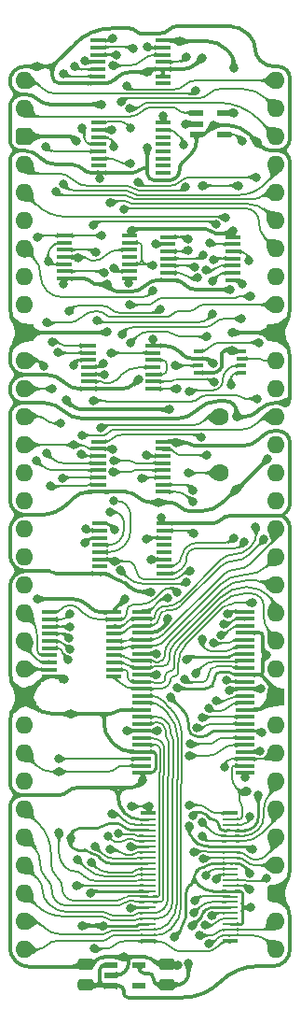
<source format=gtl>
%TF.GenerationSoftware,KiCad,Pcbnew,9.0.7*%
%TF.CreationDate,2026-01-29T18:23:37+02:00*%
%TF.ProjectId,HCP65 Kernal Mode,48435036-3520-44b6-9572-6e616c204d6f,V0*%
%TF.SameCoordinates,Original*%
%TF.FileFunction,Copper,L1,Top*%
%TF.FilePolarity,Positive*%
%FSLAX46Y46*%
G04 Gerber Fmt 4.6, Leading zero omitted, Abs format (unit mm)*
G04 Created by KiCad (PCBNEW 9.0.7) date 2026-01-29 18:23:37*
%MOMM*%
%LPD*%
G01*
G04 APERTURE LIST*
G04 Aperture macros list*
%AMRoundRect*
0 Rectangle with rounded corners*
0 $1 Rounding radius*
0 $2 $3 $4 $5 $6 $7 $8 $9 X,Y pos of 4 corners*
0 Add a 4 corners polygon primitive as box body*
4,1,4,$2,$3,$4,$5,$6,$7,$8,$9,$2,$3,0*
0 Add four circle primitives for the rounded corners*
1,1,$1+$1,$2,$3*
1,1,$1+$1,$4,$5*
1,1,$1+$1,$6,$7*
1,1,$1+$1,$8,$9*
0 Add four rect primitives between the rounded corners*
20,1,$1+$1,$2,$3,$4,$5,0*
20,1,$1+$1,$4,$5,$6,$7,0*
20,1,$1+$1,$6,$7,$8,$9,0*
20,1,$1+$1,$8,$9,$2,$3,0*%
G04 Aperture macros list end*
%TA.AperFunction,ComponentPad*%
%ADD10C,1.600000*%
%TD*%
%TA.AperFunction,SMDPad,CuDef*%
%ADD11RoundRect,0.250000X0.475000X-0.250000X0.475000X0.250000X-0.475000X0.250000X-0.475000X-0.250000X0*%
%TD*%
%TA.AperFunction,SMDPad,CuDef*%
%ADD12R,1.475000X0.450000*%
%TD*%
%TA.AperFunction,SMDPad,CuDef*%
%ADD13R,1.150000X0.600000*%
%TD*%
%TA.AperFunction,SMDPad,CuDef*%
%ADD14R,1.250000X0.600000*%
%TD*%
%TA.AperFunction,ComponentPad*%
%ADD15O,1.600000X1.600000*%
%TD*%
%TA.AperFunction,ComponentPad*%
%ADD16RoundRect,0.400000X-0.400000X-0.400000X0.400000X-0.400000X0.400000X0.400000X-0.400000X0.400000X0*%
%TD*%
%TA.AperFunction,ComponentPad*%
%ADD17R,1.600000X1.600000*%
%TD*%
%TA.AperFunction,SMDPad,CuDef*%
%ADD18R,1.450000X0.450000*%
%TD*%
%TA.AperFunction,SMDPad,CuDef*%
%ADD19R,1.800000X0.430000*%
%TD*%
%TA.AperFunction,SMDPad,CuDef*%
%ADD20R,1.400000X0.400000*%
%TD*%
%TA.AperFunction,SMDPad,CuDef*%
%ADD21R,1.400000X0.280000*%
%TD*%
%TA.AperFunction,SMDPad,CuDef*%
%ADD22R,0.950000X0.450000*%
%TD*%
%TA.AperFunction,ViaPad*%
%ADD23C,0.800000*%
%TD*%
%TA.AperFunction,Conductor*%
%ADD24C,0.380000*%
%TD*%
%TA.AperFunction,Conductor*%
%ADD25C,0.250000*%
%TD*%
%TA.AperFunction,Conductor*%
%ADD26C,0.300000*%
%TD*%
%TA.AperFunction,Conductor*%
%ADD27C,0.280000*%
%TD*%
%TA.AperFunction,Conductor*%
%ADD28C,0.200000*%
%TD*%
G04 APERTURE END LIST*
D10*
%TO.P,TP2,1,1*%
%TO.N,C5*%
X17780000Y-30480000D03*
%TD*%
D11*
%TO.P,C10,1*%
%TO.N,3.3V*%
X12954000Y-81960000D03*
%TO.P,C10,2*%
%TO.N,GND*%
X12954000Y-80060000D03*
%TD*%
D12*
%TO.P,IC8,1,~{OE1}*%
%TO.N,/~{Kernal Mode}*%
X2269000Y-48193000D03*
%TO.P,IC8,2,A0*%
%TO.N,BA_{IN}0*%
X2269000Y-48843000D03*
%TO.P,IC8,3,A1*%
%TO.N,BA_{IN}1*%
X2269000Y-49493000D03*
%TO.P,IC8,4,A2*%
%TO.N,BA_{IN}2*%
X2269000Y-50143000D03*
%TO.P,IC8,5,A3*%
%TO.N,BA_{IN}3*%
X2269000Y-50793000D03*
%TO.P,IC8,6,A4*%
%TO.N,BA_{IN}4*%
X2269000Y-51443000D03*
%TO.P,IC8,7,A5*%
%TO.N,BA_{IN}5*%
X2269000Y-52093000D03*
%TO.P,IC8,8,A6*%
%TO.N,BA_{IN}6*%
X2269000Y-52743000D03*
%TO.P,IC8,9,A7*%
%TO.N,BA_{IN}7*%
X2269000Y-53393000D03*
%TO.P,IC8,10,GND*%
%TO.N,GND*%
X2269000Y-54043000D03*
%TO.P,IC8,11,Y7*%
%TO.N,A_{OUT}23*%
X8145000Y-54043000D03*
%TO.P,IC8,12,Y6*%
%TO.N,A_{OUT}22*%
X8145000Y-53393000D03*
%TO.P,IC8,13,Y5*%
%TO.N,A_{OUT}21*%
X8145000Y-52743000D03*
%TO.P,IC8,14,Y4*%
%TO.N,A_{OUT}20*%
X8145000Y-52093000D03*
%TO.P,IC8,15,Y3*%
%TO.N,A_{OUT}19*%
X8145000Y-51443000D03*
%TO.P,IC8,16,Y2*%
%TO.N,A_{OUT}18*%
X8145000Y-50793000D03*
%TO.P,IC8,17,Y1*%
%TO.N,A_{OUT}17*%
X8145000Y-50143000D03*
%TO.P,IC8,18,Y0*%
%TO.N,A_{OUT}16*%
X8145000Y-49493000D03*
%TO.P,IC8,19,~{OE2}*%
%TO.N,/~{Kernal Mode}*%
X8145000Y-48843000D03*
%TO.P,IC8,20,3V*%
%TO.N,3.3V*%
X8145000Y-48193000D03*
%TD*%
D13*
%TO.P,IC11,1,6VIn*%
%TO.N,5V*%
X7844000Y-80140000D03*
%TO.P,IC11,2,GND*%
%TO.N,GND*%
X7844000Y-81090000D03*
%TO.P,IC11,3,EN*%
%TO.N,5V*%
X7844000Y-82040000D03*
%TO.P,IC11,4,ADJ*%
%TO.N,unconnected-(IC11-ADJ-Pad4)*%
X10444000Y-82040000D03*
%TO.P,IC11,5,3.3VOut*%
%TO.N,3.3V*%
X10444000Y-80140000D03*
%TD*%
D14*
%TO.P,IC1,1,B*%
%TO.N,Native Latch*%
X15641000Y-2987000D03*
%TO.P,IC1,2,A*%
%TO.N,/~{Kernal Mode}_{ PART}*%
X15641000Y-3937000D03*
%TO.P,IC1,3,GND*%
%TO.N,GND*%
X15641000Y-4887000D03*
%TO.P,IC1,4,Y*%
%TO.N,/Kernal Mode*%
X18141000Y-4887000D03*
%TO.P,IC1,5,3V*%
%TO.N,3.3V*%
X18141000Y-2987000D03*
%TD*%
D11*
%TO.P,C9,1*%
%TO.N,5V*%
X5588000Y-81960000D03*
%TO.P,C9,2*%
%TO.N,GND*%
X5588000Y-80060000D03*
%TD*%
D15*
%TO.P,J2,1*%
%TO.N,~{VP}*%
X0Y0D03*
%TO.P,J2,2*%
%TO.N,Native Latch*%
X0Y-2540000D03*
D16*
%TO.P,J2,3*%
%TO.N,5V*%
X0Y-5080000D03*
D15*
%TO.P,J2,4*%
%TO.N,~{Reset}*%
X0Y-7620000D03*
%TO.P,J2,5*%
%TO.N,~{PHI2}*%
X0Y-10160000D03*
%TO.P,J2,6*%
%TO.N,~{RD}*%
X0Y-12700000D03*
%TO.P,J2,7*%
%TO.N,~{WD}*%
X0Y-15240000D03*
%TO.P,J2,8*%
%TO.N,~{Process ID}*%
X0Y-17780000D03*
%TO.P,J2,9*%
%TO.N,~{Interrupt Depth}*%
X0Y-20320000D03*
D17*
%TO.P,J2,10*%
%TO.N,GND*%
X0Y-22860000D03*
D15*
%TO.P,J2,11*%
%TO.N,RTI*%
X0Y-25400000D03*
%TO.P,J2,12*%
%TO.N,C0*%
X0Y-27940000D03*
%TO.P,J2,13*%
%TO.N,C1*%
X0Y-30480000D03*
%TO.P,J2,14*%
%TO.N,C2*%
X0Y-33020000D03*
%TO.P,J2,15*%
%TO.N,BA_{IN}0*%
X0Y-35560000D03*
%TO.P,J2,16*%
%TO.N,BA_{IN}1*%
X0Y-38100000D03*
%TO.P,J2,17*%
%TO.N,BA_{IN}2*%
X0Y-40640000D03*
%TO.P,J2,18*%
%TO.N,BA_{IN}3*%
X0Y-43180000D03*
%TO.P,J2,19*%
%TO.N,BA_{IN}4*%
X0Y-45720000D03*
%TO.P,J2,20*%
%TO.N,BA_{IN}5*%
X0Y-48260000D03*
%TO.P,J2,21*%
%TO.N,BA_{IN}6*%
X0Y-50800000D03*
%TO.P,J2,22*%
%TO.N,BA_{IN}7*%
X0Y-53340000D03*
D17*
%TO.P,J2,23*%
%TO.N,GND*%
X0Y-55880000D03*
D15*
%TO.P,J2,24*%
%TO.N,3.3V*%
X0Y-58420000D03*
%TO.P,J2,25*%
%TO.N,PID7*%
X0Y-60960000D03*
%TO.P,J2,26*%
%TO.N,PID6*%
X0Y-63500000D03*
%TO.P,J2,27*%
%TO.N,PID5*%
X0Y-66040000D03*
%TO.P,J2,28*%
%TO.N,PID4*%
X0Y-68580000D03*
%TO.P,J2,29*%
%TO.N,PID3*%
X0Y-71120000D03*
%TO.P,J2,30*%
%TO.N,PID2*%
X0Y-73660000D03*
%TO.P,J2,31*%
%TO.N,PID1*%
X0Y-76200000D03*
%TO.P,J2,32*%
%TO.N,PID0*%
X0Y-78740000D03*
%TO.P,J2,33*%
%TO.N,D0*%
X22860000Y-78740000D03*
%TO.P,J2,34*%
%TO.N,D1*%
X22860000Y-76200000D03*
D16*
%TO.P,J2,35*%
%TO.N,5V*%
X22860000Y-73660000D03*
D15*
%TO.P,J2,36*%
%TO.N,D2*%
X22860000Y-71120000D03*
%TO.P,J2,37*%
%TO.N,D3*%
X22860000Y-68580000D03*
%TO.P,J2,38*%
%TO.N,D4*%
X22860000Y-66040000D03*
%TO.P,J2,39*%
%TO.N,D5*%
X22860000Y-63500000D03*
%TO.P,J2,40*%
%TO.N,D6*%
X22860000Y-60960000D03*
%TO.P,J2,41*%
%TO.N,D7*%
X22860000Y-58420000D03*
D17*
%TO.P,J2,42*%
%TO.N,GND*%
X22860000Y-55880000D03*
D15*
%TO.P,J2,43*%
%TO.N,A_{OUT}23*%
X22860000Y-53340000D03*
%TO.P,J2,44*%
%TO.N,A_{OUT}22*%
X22860000Y-50800000D03*
%TO.P,J2,45*%
%TO.N,A_{OUT}21*%
X22860000Y-48260000D03*
%TO.P,J2,46*%
%TO.N,A_{OUT}20*%
X22860000Y-45720000D03*
%TO.P,J2,47*%
%TO.N,A_{OUT}19*%
X22860000Y-43180000D03*
%TO.P,J2,48*%
%TO.N,A_{OUT}18*%
X22860000Y-40640000D03*
%TO.P,J2,49*%
%TO.N,A_{OUT}17*%
X22860000Y-38100000D03*
%TO.P,J2,50*%
%TO.N,A_{OUT}16*%
X22860000Y-35560000D03*
%TO.P,J2,51*%
%TO.N,C4*%
X22860000Y-33020000D03*
%TO.P,J2,52*%
%TO.N,C3*%
X22860000Y-30480000D03*
%TO.P,J2,53*%
%TO.N,Kernal Mode OUT*%
X22860000Y-27940000D03*
%TO.P,J2,54*%
%TO.N,~{Kernal Mode} OUT*%
X22860000Y-25400000D03*
D17*
%TO.P,J2,55*%
%TO.N,GND*%
X22860000Y-22860000D03*
D15*
%TO.P,J2,56*%
%TO.N,Enter Interrupt*%
X22860000Y-20320000D03*
%TO.P,J2,57*%
%TO.N,OP0*%
X22860000Y-17780000D03*
%TO.P,J2,58*%
%TO.N,OP1*%
X22860000Y-15240000D03*
%TO.P,J2,59*%
%TO.N,OP2*%
X22860000Y-12700000D03*
%TO.P,J2,60*%
%TO.N,OP3*%
X22860000Y-10160000D03*
%TO.P,J2,61*%
%TO.N,OP4*%
X22860000Y-7620000D03*
%TO.P,J2,62*%
%TO.N,OP5*%
X22860000Y-5080000D03*
%TO.P,J2,63*%
%TO.N,OP6*%
X22860000Y-2540000D03*
%TO.P,J2,64*%
%TO.N,OP7*%
X22860000Y0D03*
%TD*%
D10*
%TO.P,TP1,1,1*%
%TO.N,C6*%
X17780000Y-35560000D03*
%TD*%
D18*
%TO.P,IC5,1,D1*%
%TO.N,D5*%
X6854000Y-40143000D03*
%TO.P,IC5,2,Q1*%
%TO.N,C5*%
X6854000Y-40793000D03*
%TO.P,IC5,3,Q0*%
%TO.N,C4*%
X6854000Y-41443000D03*
%TO.P,IC5,4,CPD*%
%TO.N,/~{TCD}*%
X6854000Y-42093000D03*
%TO.P,IC5,5,CPU*%
%TO.N,/~{TCU}*%
X6854000Y-42743000D03*
%TO.P,IC5,6,Q2*%
%TO.N,C6*%
X6854000Y-43393000D03*
%TO.P,IC5,7,Q3*%
%TO.N,unconnected-(IC5-Q3-Pad7)*%
X6854000Y-44043000D03*
%TO.P,IC5,8,GND*%
%TO.N,GND*%
X6854000Y-44693000D03*
%TO.P,IC5,9,D3*%
%TO.N,D7*%
X12704000Y-44693000D03*
%TO.P,IC5,10,D2*%
%TO.N,D6*%
X12704000Y-44043000D03*
%TO.P,IC5,11,~{PL}*%
%TO.N,/~{Write Interrupt Depth}*%
X12704000Y-43393000D03*
%TO.P,IC5,12,~{TCU}*%
%TO.N,unconnected-(IC5-~{TCU}-Pad12)*%
X12704000Y-42743000D03*
%TO.P,IC5,13,~{TCD}*%
%TO.N,unconnected-(IC5-~{TCD}-Pad13)*%
X12704000Y-42093000D03*
%TO.P,IC5,14,MR*%
%TO.N,~{Reset}*%
X12704000Y-41443000D03*
%TO.P,IC5,15,D0*%
%TO.N,D4*%
X12704000Y-40793000D03*
%TO.P,IC5,16,5V*%
%TO.N,5V*%
X12704000Y-40143000D03*
%TD*%
%TO.P,IC12,1,A0*%
%TO.N,OP0*%
X6727000Y-3821000D03*
%TO.P,IC12,2,A1*%
%TO.N,OP1*%
X6727000Y-4471000D03*
%TO.P,IC12,3,A2*%
%TO.N,OP2*%
X6727000Y-5121000D03*
%TO.P,IC12,4,~{E1}*%
%TO.N,/OP5+OP7*%
X6727000Y-5771000D03*
%TO.P,IC12,5,~{E2}*%
%TO.N,/OP3+OP4*%
X6727000Y-6421000D03*
%TO.P,IC12,6,E3*%
%TO.N,OP6*%
X6727000Y-7071000D03*
%TO.P,IC12,7,~{Y7}*%
%TO.N,unconnected-(IC12-~{Y7}-Pad7)*%
X6727000Y-7721000D03*
%TO.P,IC12,8,GND*%
%TO.N,GND*%
X6727000Y-8371000D03*
%TO.P,IC12,9,~{Y6}*%
%TO.N,unconnected-(IC12-~{Y6}-Pad9)*%
X12577000Y-8371000D03*
%TO.P,IC12,10,~{Y5}*%
%TO.N,unconnected-(IC12-~{Y5}-Pad10)*%
X12577000Y-7721000D03*
%TO.P,IC12,11,~{Y4}*%
%TO.N,unconnected-(IC12-~{Y4}-Pad11)*%
X12577000Y-7071000D03*
%TO.P,IC12,12,~{Y3}*%
%TO.N,unconnected-(IC12-~{Y3}-Pad12)*%
X12577000Y-6421000D03*
%TO.P,IC12,13,~{Y2}*%
%TO.N,unconnected-(IC12-~{Y2}-Pad13)*%
X12577000Y-5771000D03*
%TO.P,IC12,14,~{Y1}*%
%TO.N,unconnected-(IC12-~{Y1}-Pad14)*%
X12577000Y-5121000D03*
%TO.P,IC12,15,~{Y0}*%
%TO.N,/~{RTI}*%
X12577000Y-4471000D03*
%TO.P,IC12,16,3V*%
%TO.N,3.3V*%
X12577000Y-3821000D03*
%TD*%
D19*
%TO.P,IC7,1,1~{OE}*%
%TO.N,/Kernal Mode*%
X10667000Y-48134000D03*
%TO.P,IC7,2,1Q0*%
%TO.N,A_{OUT}16*%
X10667000Y-48768000D03*
%TO.P,IC7,3,1Q1*%
%TO.N,A_{OUT}17*%
X10667000Y-49404000D03*
%TO.P,IC7,4,GND*%
%TO.N,GND*%
X10667000Y-50038000D03*
%TO.P,IC7,5,1Q2*%
%TO.N,A_{OUT}18*%
X10667000Y-50674000D03*
%TO.P,IC7,6,1Q3*%
%TO.N,A_{OUT}19*%
X10667000Y-51308000D03*
%TO.P,IC7,7,3V*%
%TO.N,3.3V*%
X10667000Y-51944000D03*
%TO.P,IC7,8,1Q4*%
%TO.N,A_{OUT}20*%
X10667000Y-52578000D03*
%TO.P,IC7,9,1Q5*%
%TO.N,A_{OUT}21*%
X10667000Y-53214000D03*
%TO.P,IC7,10,GND*%
%TO.N,GND*%
X10667000Y-53848000D03*
%TO.P,IC7,11,1Q6*%
%TO.N,A_{OUT}22*%
X10667000Y-54484000D03*
%TO.P,IC7,12,1Q7*%
%TO.N,A_{OUT}23*%
X10667000Y-55118000D03*
%TO.P,IC7,13,2Q0*%
%TO.N,PID0*%
X10667000Y-55754000D03*
%TO.P,IC7,14,2Q1*%
%TO.N,PID1*%
X10667000Y-56388000D03*
%TO.P,IC7,15,GND*%
%TO.N,GND*%
X10667000Y-57024000D03*
%TO.P,IC7,16,2Q2*%
%TO.N,PID2*%
X10667000Y-57658000D03*
%TO.P,IC7,17,2Q3*%
%TO.N,PID3*%
X10667000Y-58294000D03*
%TO.P,IC7,18,3V*%
%TO.N,3.3V*%
X10667000Y-58928000D03*
%TO.P,IC7,19,2Q4*%
%TO.N,PID4*%
X10667000Y-59564000D03*
%TO.P,IC7,20,2Q5*%
%TO.N,PID5*%
X10667000Y-60198000D03*
%TO.P,IC7,21,GND*%
%TO.N,GND*%
X10667000Y-60834000D03*
%TO.P,IC7,22,2Q6*%
%TO.N,PID6*%
X10667000Y-61468000D03*
%TO.P,IC7,23,2Q7*%
%TO.N,PID7*%
X10667000Y-62104000D03*
%TO.P,IC7,24,2~{OE}*%
%TO.N,GND*%
X10667000Y-62738000D03*
%TO.P,IC7,25,2LE*%
%TO.N,/Write Process ID*%
X20067000Y-62738000D03*
%TO.P,IC7,26,2D7*%
%TO.N,D7*%
X20067000Y-62104000D03*
%TO.P,IC7,27,2D6*%
%TO.N,D6*%
X20067000Y-61468000D03*
%TO.P,IC7,28,GND*%
%TO.N,GND*%
X20067000Y-60834000D03*
%TO.P,IC7,29,2D5*%
%TO.N,D5*%
X20067000Y-60198000D03*
%TO.P,IC7,30,2D4*%
%TO.N,D4*%
X20067000Y-59564000D03*
%TO.P,IC7,31,3V*%
%TO.N,3.3V*%
X20067000Y-58928000D03*
%TO.P,IC7,32,2D3*%
%TO.N,D3*%
X20067000Y-58294000D03*
%TO.P,IC7,33,2D2*%
%TO.N,D2*%
X20067000Y-57658000D03*
%TO.P,IC7,34,GND*%
%TO.N,GND*%
X20067000Y-57024000D03*
%TO.P,IC7,35,2D1*%
%TO.N,D1*%
X20067000Y-56388000D03*
%TO.P,IC7,36,2D0*%
%TO.N,D0*%
X20067000Y-55754000D03*
%TO.P,IC7,37,1D7*%
%TO.N,D7*%
X20067000Y-55118000D03*
%TO.P,IC7,38,1D6*%
%TO.N,D6*%
X20067000Y-54484000D03*
%TO.P,IC7,39,GND*%
%TO.N,GND*%
X20067000Y-53848000D03*
%TO.P,IC7,40,1D5*%
%TO.N,D5*%
X20067000Y-53214000D03*
%TO.P,IC7,41,1D4*%
%TO.N,D4*%
X20067000Y-52578000D03*
%TO.P,IC7,42,3V*%
%TO.N,3.3V*%
X20067000Y-51944000D03*
%TO.P,IC7,43,1D3*%
%TO.N,D3*%
X20067000Y-51308000D03*
%TO.P,IC7,44,1D2*%
%TO.N,D2*%
X20067000Y-50674000D03*
%TO.P,IC7,45,GND*%
%TO.N,GND*%
X20067000Y-50038000D03*
%TO.P,IC7,46,1D1*%
%TO.N,D1*%
X20067000Y-49404000D03*
%TO.P,IC7,47,1D0*%
%TO.N,D0*%
X20067000Y-48768000D03*
%TO.P,IC7,48,1LE*%
%TO.N,~{PHI2}*%
X20067000Y-48134000D03*
%TD*%
D20*
%TO.P,IC4,1,1~{OE}*%
%TO.N,/~{Read Process ID}*%
X18736000Y-78010000D03*
D21*
%TO.P,IC4,2,1Y0*%
%TO.N,D0*%
X18736000Y-77450000D03*
%TO.P,IC4,3,1Y1*%
%TO.N,D1*%
X18736000Y-76950000D03*
%TO.P,IC4,4,GND*%
%TO.N,GND*%
X18736000Y-76450000D03*
%TO.P,IC4,5,1Y2*%
%TO.N,D2*%
X18736000Y-75950000D03*
%TO.P,IC4,6,1Y3*%
%TO.N,D3*%
X18736000Y-75450000D03*
%TO.P,IC4,7,3V*%
%TO.N,3.3V*%
X18736000Y-74950000D03*
%TO.P,IC4,8,2Y0*%
%TO.N,D4*%
X18736000Y-74450000D03*
%TO.P,IC4,9,2Y1*%
%TO.N,D5*%
X18736000Y-73950000D03*
%TO.P,IC4,10,GND*%
%TO.N,GND*%
X18736000Y-73450000D03*
%TO.P,IC4,11,2Y2*%
%TO.N,D6*%
X18736000Y-72950000D03*
%TO.P,IC4,12,2Y3*%
%TO.N,D7*%
X18736000Y-72450000D03*
%TO.P,IC4,13,3Y0*%
%TO.N,D0*%
X18736000Y-71950000D03*
%TO.P,IC4,14,3Y1*%
%TO.N,D1*%
X18736000Y-71450000D03*
%TO.P,IC4,15,GND*%
%TO.N,GND*%
X18736000Y-70950000D03*
%TO.P,IC4,16,3Y2*%
%TO.N,D2*%
X18736000Y-70450000D03*
%TO.P,IC4,17,3Y3*%
%TO.N,D3*%
X18736000Y-69950000D03*
%TO.P,IC4,18,3V*%
%TO.N,3.3V*%
X18736000Y-69450000D03*
%TO.P,IC4,19,4Y0*%
%TO.N,D4*%
X18736000Y-68950000D03*
%TO.P,IC4,20,4Y1*%
%TO.N,D5*%
X18736000Y-68450000D03*
%TO.P,IC4,21,GND*%
%TO.N,GND*%
X18736000Y-67950000D03*
%TO.P,IC4,22,4Y2*%
%TO.N,D6*%
X18736000Y-67450000D03*
%TO.P,IC4,23,4Y3*%
%TO.N,D7*%
X18736000Y-66950000D03*
D20*
%TO.P,IC4,24,4~{OE}*%
%TO.N,/~{Read Interrupt Depth}*%
X18736000Y-66390000D03*
%TO.P,IC4,25,3~{OE}*%
X11236000Y-66390000D03*
D21*
%TO.P,IC4,26,4A3*%
%TO.N,GND*%
X11236000Y-66950000D03*
%TO.P,IC4,27,4A2*%
%TO.N,C6*%
X11236000Y-67450000D03*
%TO.P,IC4,28,GND*%
%TO.N,GND*%
X11236000Y-67950000D03*
%TO.P,IC4,29,4A1*%
%TO.N,C5*%
X11236000Y-68450000D03*
%TO.P,IC4,30,4A0*%
%TO.N,C4*%
X11236000Y-68950000D03*
%TO.P,IC4,31,3V*%
%TO.N,3.3V*%
X11236000Y-69450000D03*
%TO.P,IC4,32,3A3*%
%TO.N,C3*%
X11236000Y-69950000D03*
%TO.P,IC4,33,3A2*%
%TO.N,C2*%
X11236000Y-70450000D03*
%TO.P,IC4,34,GND*%
%TO.N,GND*%
X11236000Y-70950000D03*
%TO.P,IC4,35,3A1*%
%TO.N,C1*%
X11236000Y-71450000D03*
%TO.P,IC4,36,3A0*%
%TO.N,C0*%
X11236000Y-71950000D03*
%TO.P,IC4,37,2A3*%
%TO.N,PID7*%
X11236000Y-72450000D03*
%TO.P,IC4,38,2A2*%
%TO.N,PID6*%
X11236000Y-72950000D03*
%TO.P,IC4,39,GND*%
%TO.N,GND*%
X11236000Y-73450000D03*
%TO.P,IC4,40,2A1*%
%TO.N,PID5*%
X11236000Y-73950000D03*
%TO.P,IC4,41,2A0*%
%TO.N,PID4*%
X11236000Y-74450000D03*
%TO.P,IC4,42,3V*%
%TO.N,3.3V*%
X11236000Y-74950000D03*
%TO.P,IC4,43,1A3*%
%TO.N,PID3*%
X11236000Y-75450000D03*
%TO.P,IC4,44,1A2*%
%TO.N,PID2*%
X11236000Y-75950000D03*
%TO.P,IC4,45,GND*%
%TO.N,GND*%
X11236000Y-76450000D03*
%TO.P,IC4,46,1A1*%
%TO.N,PID1*%
X11236000Y-76950000D03*
%TO.P,IC4,47,1A0*%
%TO.N,PID0*%
X11236000Y-77450000D03*
D20*
%TO.P,IC4,48,2~{OE}*%
%TO.N,/~{Read Process ID}*%
X11236000Y-78010000D03*
%TD*%
D12*
%TO.P,IC3,1,1A*%
%TO.N,OP7*%
X6714000Y3626400D03*
%TO.P,IC3,2,1B*%
%TO.N,OP5*%
X6714000Y2976400D03*
%TO.P,IC3,3,1Y*%
%TO.N,/OP5+OP7*%
X6714000Y2326400D03*
%TO.P,IC3,4,2A*%
%TO.N,OP4*%
X6714000Y1676400D03*
%TO.P,IC3,5,2B*%
%TO.N,OP3*%
X6714000Y1026400D03*
%TO.P,IC3,6,2Y*%
%TO.N,/OP3+OP4*%
X6714000Y376400D03*
%TO.P,IC3,7,GND*%
%TO.N,GND*%
X6714000Y-273600D03*
%TO.P,IC3,8,3Y*%
%TO.N,unconnected-(IC3C-3Y-Pad8)*%
X12590000Y-273600D03*
%TO.P,IC3,9,3A*%
%TO.N,GND*%
X12590000Y376400D03*
%TO.P,IC3,10,3B*%
X12590000Y1026400D03*
%TO.P,IC3,11,4Y*%
%TO.N,/~{Write Interrupt Depth}*%
X12590000Y1676400D03*
%TO.P,IC3,12,4A*%
%TO.N,~{Interrupt Depth}*%
X12590000Y2326400D03*
%TO.P,IC3,13,4B*%
%TO.N,~{WD}*%
X12590000Y2976400D03*
%TO.P,IC3,14,3V*%
%TO.N,3.3V*%
X12590000Y3626400D03*
%TD*%
%TO.P,IC2,1,1A*%
%TO.N,C0*%
X5825000Y-24036072D03*
%TO.P,IC2,2,1B*%
%TO.N,C1*%
X5825000Y-24686072D03*
%TO.P,IC2,3,2A*%
%TO.N,C3*%
X5825000Y-25336072D03*
%TO.P,IC2,4,2B*%
%TO.N,C4*%
X5825000Y-25986072D03*
%TO.P,IC2,5,2C*%
%TO.N,C5*%
X5825000Y-26636072D03*
%TO.P,IC2,6,2Y*%
%TO.N,/C3\u00B7C4\u00B7C5*%
X5825000Y-27286072D03*
%TO.P,IC2,7,GND*%
%TO.N,GND*%
X5825000Y-27936072D03*
%TO.P,IC2,8,3Y*%
%TO.N,/Kernal Mode_{ PART}*%
X11701000Y-27936072D03*
%TO.P,IC2,9,3A*%
%TO.N,C6*%
X11701000Y-27286072D03*
%TO.P,IC2,10,3B*%
%TO.N,/C0\u00B7C1\u00B7C2*%
X11701000Y-26636072D03*
%TO.P,IC2,11,3C*%
%TO.N,/C3\u00B7C4\u00B7C5*%
X11701000Y-25986072D03*
%TO.P,IC2,12,1Y*%
%TO.N,/C0\u00B7C1\u00B7C2*%
X11701000Y-25336072D03*
%TO.P,IC2,13,1C*%
%TO.N,C2*%
X11701000Y-24686072D03*
%TO.P,IC2,14,3V*%
%TO.N,3.3V*%
X11701000Y-24036072D03*
%TD*%
%TO.P,IC10,1,1A*%
%TO.N,~{Process ID}*%
X3666000Y-14052000D03*
%TO.P,IC10,2,1B*%
%TO.N,~{RD}*%
X3666000Y-14702000D03*
%TO.P,IC10,3,1Y*%
%TO.N,/Read Process ID*%
X3666000Y-15352000D03*
%TO.P,IC10,4,2A*%
%TO.N,~{Interrupt Depth}*%
X3666000Y-16002000D03*
%TO.P,IC10,5,2B*%
%TO.N,~{RD}*%
X3666000Y-16652000D03*
%TO.P,IC10,6,2Y*%
%TO.N,/Read Interrupt Depth*%
X3666000Y-17302000D03*
%TO.P,IC10,7,GND*%
%TO.N,GND*%
X3666000Y-17952000D03*
%TO.P,IC10,8,3Y*%
%TO.N,/Write Process ID*%
X9542000Y-17952000D03*
%TO.P,IC10,9,3A*%
%TO.N,~{Process ID}*%
X9542000Y-17302000D03*
%TO.P,IC10,10,3B*%
%TO.N,~{WD}*%
X9542000Y-16652000D03*
%TO.P,IC10,11,4Y*%
%TO.N,unconnected-(IC10-4Y-Pad11)*%
X9542000Y-16002000D03*
%TO.P,IC10,12,4A*%
%TO.N,~{Interrupt Depth}*%
X9542000Y-15352000D03*
%TO.P,IC10,13,4B*%
%TO.N,~{WD}*%
X9542000Y-14702000D03*
%TO.P,IC10,14,3V*%
%TO.N,3.3V*%
X9542000Y-14052000D03*
%TD*%
%TO.P,IC6,1,1A*%
%TO.N,/~{RTI}*%
X13064000Y-14179000D03*
%TO.P,IC6,2,1Y*%
%TO.N,RTI*%
X13064000Y-14829000D03*
%TO.P,IC6,3,2A*%
%TO.N,/Kernal Mode_{ PART}*%
X13064000Y-15479000D03*
%TO.P,IC6,4,2Y*%
%TO.N,/~{Kernal Mode}_{ PART}*%
X13064000Y-16129000D03*
%TO.P,IC6,5,3A*%
%TO.N,/Kernal Mode*%
X13064000Y-16779000D03*
%TO.P,IC6,6,3Y*%
%TO.N,/~{Kernal Mode}*%
X13064000Y-17429000D03*
%TO.P,IC6,7,GND*%
%TO.N,GND*%
X13064000Y-18079000D03*
%TO.P,IC6,8,4Y*%
%TO.N,/~{Read Process ID}*%
X18940000Y-18079000D03*
%TO.P,IC6,9,4A*%
%TO.N,/Read Process ID*%
X18940000Y-17429000D03*
%TO.P,IC6,10,5Y*%
%TO.N,/~{Read Interrupt Depth}*%
X18940000Y-16779000D03*
%TO.P,IC6,11,5A*%
%TO.N,/Read Interrupt Depth*%
X18940000Y-16129000D03*
%TO.P,IC6,12,6Y*%
%TO.N,Enter Interrupt*%
X18940000Y-15479000D03*
%TO.P,IC6,13,6A*%
%TO.N,~{VP}*%
X18940000Y-14829000D03*
%TO.P,IC6,14,3V*%
%TO.N,3.3V*%
X18940000Y-14179000D03*
%TD*%
D18*
%TO.P,IC9,1,D1*%
%TO.N,D1*%
X6727000Y-32731430D03*
%TO.P,IC9,2,Q1*%
%TO.N,C2*%
X6727000Y-33381430D03*
%TO.P,IC9,3,Q0*%
%TO.N,C3*%
X6727000Y-34031430D03*
%TO.P,IC9,4,CPD*%
%TO.N,RTI*%
X6727000Y-34681430D03*
%TO.P,IC9,5,CPU*%
%TO.N,Enter Interrupt*%
X6727000Y-35331430D03*
%TO.P,IC9,6,Q2*%
%TO.N,C1*%
X6727000Y-35981430D03*
%TO.P,IC9,7,Q3*%
%TO.N,C0*%
X6727000Y-36631430D03*
%TO.P,IC9,8,GND*%
%TO.N,GND*%
X6727000Y-37281430D03*
%TO.P,IC9,9,D3*%
%TO.N,D3*%
X12577000Y-37281430D03*
%TO.P,IC9,10,D2*%
%TO.N,D2*%
X12577000Y-36631430D03*
%TO.P,IC9,11,~{PL}*%
%TO.N,/~{Write Interrupt Depth}*%
X12577000Y-35981430D03*
%TO.P,IC9,12,~{TCU}*%
%TO.N,/~{TCU}*%
X12577000Y-35331430D03*
%TO.P,IC9,13,~{TCD}*%
%TO.N,/~{TCD}*%
X12577000Y-34681430D03*
%TO.P,IC9,14,MR*%
%TO.N,~{Reset}*%
X12577000Y-34031430D03*
%TO.P,IC9,15,D0*%
%TO.N,D0*%
X12577000Y-33381430D03*
%TO.P,IC9,16,5V*%
%TO.N,5V*%
X12577000Y-32731430D03*
%TD*%
D22*
%TO.P,IC13,1,CP*%
%TO.N,~{PHI2}*%
X19730535Y-26495963D03*
%TO.P,IC13,2,D*%
%TO.N,/Kernal Mode*%
X19730535Y-25845963D03*
%TO.P,IC13,3,~{Q}*%
%TO.N,~{Kernal Mode} OUT*%
X19730535Y-25195963D03*
%TO.P,IC13,4,GND*%
%TO.N,GND*%
X19730535Y-24545963D03*
%TO.P,IC13,5,Q*%
%TO.N,Kernal Mode OUT*%
X15780535Y-24545963D03*
%TO.P,IC13,6,~{RD}*%
%TO.N,3.3V*%
X15780535Y-25195963D03*
%TO.P,IC13,7,~{SD}*%
%TO.N,~{Reset}*%
X15780535Y-25845963D03*
%TO.P,IC13,8,3V*%
%TO.N,GND*%
X15780535Y-26495963D03*
%TD*%
D23*
%TO.N,GND*%
X17145000Y-4064000D03*
X10769600Y-63398400D03*
X12991974Y-48720610D03*
X3590166Y-54290462D03*
X10363710Y-27083267D03*
X18906151Y-22821200D03*
X23745355Y-29206353D03*
X6858000Y-8871552D03*
X22098013Y-34289993D03*
X13846707Y-55053732D03*
X4196000Y-57404000D03*
X21971000Y-52070000D03*
X18874810Y-24499000D03*
X3556000Y-18415000D03*
X16128992Y2032000D03*
X6985000Y-2159000D03*
X11471265Y-46366821D03*
X20523200Y-74930000D03*
X12039600Y-53876388D03*
X5969000Y-73649966D03*
X21129543Y-5588000D03*
X19210000Y-37083985D03*
X7518400Y-22758400D03*
X7177000Y-76653393D03*
X15288005Y-66638707D03*
X7518400Y-18491198D03*
X12191998Y-38226998D03*
X11176000Y-6096000D03*
X19260000Y-30480000D03*
X1142995Y1270005D03*
X21450710Y-60768000D03*
X11190000Y762000D03*
X4196000Y-68681600D03*
X13614400Y-77622400D03*
X13941183Y-80178019D03*
X5207004Y-76581000D03*
X18725000Y-18923000D03*
X21209000Y-64770000D03*
X9017000Y-79450000D03*
X20438232Y-71839000D03*
%TO.N,5V*%
X4699000Y-5473000D03*
X13792618Y-32811040D03*
X3810000Y-28956000D03*
X12446000Y-39624000D03*
X13208000Y-29833000D03*
%TO.N,3.3V*%
X13281279Y-55908618D03*
X9152195Y-47000000D03*
X15263644Y-76611192D03*
X21589994Y-59054997D03*
X11684000Y-23461060D03*
X18939997Y-13606006D03*
X9633450Y-75006244D03*
X12030190Y-51940890D03*
X14114760Y3538240D03*
X9652000Y-69450000D03*
X14931335Y-80010000D03*
X9336014Y-58928000D03*
X14996837Y-67595382D03*
X18999200Y1143000D03*
X12118988Y-58932069D03*
X20690645Y-69690777D03*
X1143000Y-46990000D03*
X9706900Y-13586068D03*
X14730190Y-52446006D03*
X17134002Y-25654000D03*
X18999200Y-2926000D03*
X12630389Y-3247994D03*
%TO.N,/Kernal Mode_{ PART}*%
X14859000Y-15367000D03*
X13843000Y-27936072D03*
%TO.N,/~{Kernal Mode}_{ PART}*%
X16259000Y-15829004D03*
X14605004Y-3937000D03*
%TO.N,C0*%
X2387600Y-36779200D03*
X2540000Y-27940000D03*
X4835692Y-70588988D03*
X2540000Y-23700000D03*
%TO.N,C2*%
X8001000Y-33401000D03*
X4507000Y-33044415D03*
X7874000Y-24686072D03*
X6465640Y-69403152D03*
%TO.N,C4*%
X7574070Y-68468885D03*
X21197000Y-28829000D03*
X5486400Y-41910000D03*
X6223000Y-28993000D03*
X7177047Y-25621136D03*
%TO.N,C3*%
X4445000Y-25781000D03*
X7797088Y-69701101D03*
X5207000Y-32131000D03*
X5142000Y-33850824D03*
%TO.N,C1*%
X3055000Y-24638000D03*
X3429000Y-36021836D03*
X3302000Y-31038800D03*
X6072789Y-70847222D03*
%TO.N,OP3*%
X2837087Y-10093103D03*
X4572000Y1270000D03*
%TO.N,OP4*%
X3556000Y-9398000D03*
X5461000Y1776400D03*
%TO.N,OP7*%
X9271000Y-508000D03*
X8059629Y3796796D03*
%TO.N,~{Interrupt Depth}*%
X8044000Y1345233D03*
X4871875Y-16052000D03*
%TO.N,OP5*%
X9587000Y-2553461D03*
X9887000Y2920994D03*
%TO.N,~{WD}*%
X11124389Y3022917D03*
X11712000Y-19039230D03*
X11712000Y-16763992D03*
%TO.N,D0*%
X16713200Y-78183603D03*
X17436318Y-72384600D03*
X18102120Y-49295474D03*
X16620576Y-33961817D03*
X17467000Y-56235600D03*
%TO.N,D6*%
X20486002Y-66675000D03*
X18166998Y-62230000D03*
X19037420Y-41443422D03*
X20447000Y-73279000D03*
X18355217Y-54310029D03*
%TO.N,PID6*%
X3105392Y-61496554D03*
X4724400Y-72948800D03*
%TO.N,D4*%
X15367000Y-41021000D03*
X15410734Y-75420700D03*
X15081326Y-60135349D03*
X16124059Y-68448059D03*
X15562405Y-53734933D03*
%TO.N,/~{RTI}*%
X14859000Y-14351000D03*
X14490885Y-5854885D03*
%TO.N,D5*%
X16124056Y-67187362D03*
X15443200Y-74371200D03*
X8229002Y-40690800D03*
X15016753Y-61189877D03*
X14564763Y-54305198D03*
X14744326Y-45478326D03*
X8737600Y-44399200D03*
%TO.N,D7*%
X21460498Y-55118000D03*
X20193000Y-64389000D03*
X22036000Y-72263000D03*
X18630506Y-55271393D03*
X19986681Y-41830683D03*
%TO.N,D1*%
X17814238Y-50257762D03*
X15930002Y-77483603D03*
X16088109Y-32331817D03*
X16507715Y-72005647D03*
X16733187Y-56918221D03*
%TO.N,D3*%
X15325452Y-38218592D03*
X15689115Y-58676157D03*
X16157377Y-50661777D03*
X16996047Y-75692370D03*
X15433474Y-69941874D03*
%TO.N,D2*%
X15294000Y-37126478D03*
X16246681Y-70536818D03*
X16160072Y-57737699D03*
X16443296Y-76567615D03*
X17143191Y-50999181D03*
%TO.N,PID7*%
X3149600Y-68173602D03*
X3149596Y-62626106D03*
%TO.N,/~{Read Interrupt Depth}*%
X11331000Y-65785998D03*
X9750984Y-65786000D03*
X14936001Y-65659000D03*
X16493048Y-17188664D03*
X16611600Y-23215600D03*
X9652000Y-23749000D03*
%TO.N,~{Reset}*%
X11085628Y-41539857D03*
X14675334Y-9685581D03*
X11112496Y-33972496D03*
X13716000Y-25852000D03*
%TO.N,/Read Interrupt Depth*%
X17441168Y-13049513D03*
X6248402Y-13106400D03*
X7239000Y-17399000D03*
X17151866Y-16279333D03*
%TO.N,~{VP}*%
X15569844Y-892000D03*
X16844701Y-14697730D03*
%TO.N,RTI*%
X4064000Y-20929600D03*
X11902971Y-14829000D03*
X2032000Y-33770000D03*
X1808082Y-25872918D03*
X12319000Y-20743245D03*
%TO.N,Enter Interrupt*%
X20417737Y-16327688D03*
X2019117Y-21958113D03*
X1107251Y-34417000D03*
%TO.N,~{PHI2}*%
X18796000Y-27559000D03*
X18459110Y-48359388D03*
X18249718Y-12405147D03*
%TO.N,A_{OUT}16*%
X21009000Y-40492679D03*
%TO.N,A_{OUT}17*%
X21762911Y-41588627D03*
%TO.N,A_{OUT}23*%
X20698807Y-47318998D03*
%TO.N,BA_{IN}1*%
X4177000Y-49543043D03*
%TO.N,BA_{IN}2*%
X4072703Y-50537592D03*
%TO.N,BA_{IN}3*%
X4129630Y-51535973D03*
%TO.N,/OP3+OP4*%
X1917000Y-5969000D03*
X3556000Y635000D03*
%TO.N,/OP5+OP7*%
X5224293Y-4318000D03*
X8397254Y2309534D03*
%TO.N,/~{Write Interrupt Depth}*%
X11487045Y-43393167D03*
X14732000Y2159000D03*
X10695200Y-36082714D03*
%TO.N,BA_{IN}4*%
X3959614Y-52521417D03*
%TO.N,BA_{IN}0*%
X4177000Y-48310800D03*
%TO.N,~{RD}*%
X2159000Y-16383000D03*
%TO.N,~{Process ID}*%
X8155539Y-16999048D03*
X7049202Y-14059428D03*
X1143000Y-14194000D03*
%TO.N,OP0*%
X21082000Y-8763000D03*
X9624502Y-4280498D03*
X10358191Y-9199854D03*
%TO.N,OP6*%
X9640000Y-7493000D03*
X8781820Y-1960426D03*
%TO.N,/~{Read Process ID}*%
X8871000Y-22987000D03*
X19710400Y-21590000D03*
X19812000Y-18415000D03*
X6350000Y-78688833D03*
%TO.N,/Read Process ID*%
X6553200Y-21742400D03*
X17101091Y-21183600D03*
X6501875Y-15551999D03*
X17101091Y-18166161D03*
%TO.N,/Write Process ID*%
X20067000Y-63144400D03*
X20521436Y-19542654D03*
X9525000Y-20343245D03*
X9449755Y-18363245D03*
%TO.N,OP1*%
X9041316Y-11649513D03*
X7932903Y-4471004D03*
%TO.N,OP2*%
X7804371Y-11071558D03*
X8128000Y-6045200D03*
%TO.N,C6*%
X15076460Y-44482237D03*
X14896995Y-35560000D03*
X17242297Y-27334000D03*
X7988607Y-66492001D03*
X8174953Y-43558497D03*
%TO.N,C5*%
X8554998Y-68274512D03*
X6970911Y-31455428D03*
X7307200Y-26632407D03*
X5579007Y-40651173D03*
%TO.N,/~{TCD}*%
X7737305Y-39100596D03*
X8087191Y-34441965D03*
%TO.N,/~{TCU}*%
X8116434Y-38121430D03*
X8062800Y-35479822D03*
%TO.N,/Kernal Mode*%
X13022135Y-46868000D03*
X14986000Y-28194000D03*
X19431000Y-9525000D03*
X15494000Y-16891000D03*
X16190986Y-9525000D03*
X19791577Y-5461000D03*
%TO.N,/~{Kernal Mode}*%
X13895173Y-46368000D03*
X15701091Y-17892560D03*
%TO.N,Kernal Mode OUT*%
X21336000Y-23749000D03*
%TD*%
D24*
%TO.N,3.3V*%
X18639989Y2518210D02*
G75*
G02*
X18999205Y1651000I-867189J-867210D01*
G01*
D25*
X14996837Y-67980717D02*
G75*
G03*
X15269323Y-68638513I930263J17D01*
G01*
D24*
X5977780Y-47760780D02*
G75*
G03*
X7021250Y-48192996I1043470J1043480D01*
G01*
X14618667Y-81647332D02*
G75*
G02*
X13863821Y-81960018I-754867J754832D01*
G01*
X5808500Y-47591500D02*
G75*
G03*
X4356350Y-46989997I-1452150J-1452140D01*
G01*
D25*
X16814900Y-59197257D02*
G75*
G02*
X16201932Y-59451183I-613000J612957D01*
G01*
D24*
X11874500Y-81810500D02*
G75*
G03*
X12235424Y-81959990I360900J360900D01*
G01*
X11577500Y-81046500D02*
G75*
G02*
X11725001Y-81402596I-356100J-356100D01*
G01*
D25*
X18909224Y-52083200D02*
G75*
G02*
X18573165Y-52222363I-336024J336100D01*
G01*
D24*
X18309580Y2848620D02*
G75*
G03*
X16644690Y3538224I-1664880J-1664920D01*
G01*
X12603694Y-3274688D02*
G75*
G03*
X12577012Y-3339134I64406J-64412D01*
G01*
D25*
X17427868Y-58943358D02*
G75*
G03*
X16814922Y-59197279I32J-866842D01*
G01*
D24*
X14370459Y-24835259D02*
G75*
G03*
X15255849Y-25201974I885341J885359D01*
G01*
X14070680Y3582320D02*
G75*
G03*
X13964261Y3626372I-106380J-106420D01*
G01*
D25*
X12116953Y-58930034D02*
G75*
G03*
X12112041Y-58927957I-4953J-4866D01*
G01*
X16690660Y-69412500D02*
G75*
G03*
X16600126Y-69374971I-90560J-90500D01*
G01*
X19245282Y-51944000D02*
G75*
G03*
X18909245Y-52083221I18J-475200D01*
G01*
D24*
X9911735Y-13466078D02*
G75*
G03*
X9766880Y-13526058I-35J-204822D01*
G01*
X14154236Y-24619036D02*
G75*
G03*
X12746836Y-24036036I-1407436J-1407364D01*
G01*
D25*
X12028635Y-51942445D02*
G75*
G02*
X12024880Y-51943989I-3735J3745D01*
G01*
D24*
X11577500Y-81046500D02*
G75*
G03*
X11221403Y-80898999I-356100J-356100D01*
G01*
D25*
X21534174Y-58999177D02*
G75*
G03*
X21399414Y-58943337I-134774J-134723D01*
G01*
D24*
X14931335Y-80892486D02*
G75*
G02*
X14618679Y-81647344I-1067535J-14D01*
G01*
X18968700Y-2956500D02*
G75*
G02*
X18895066Y-2986986I-73600J73600D01*
G01*
X8210691Y-47941503D02*
G75*
G03*
X8145001Y-48100097I158609J-158597D01*
G01*
X16908002Y-25428000D02*
G75*
G03*
X16362389Y-25202004I-545602J-545600D01*
G01*
X11692500Y-23469560D02*
G75*
G02*
X11701020Y-23490080I-20500J-20540D01*
G01*
X18823243Y-13722759D02*
G75*
G02*
X18541375Y-13839498I-281843J281859D01*
G01*
D25*
X16178677Y-75554941D02*
G75*
G02*
X16078810Y-75796005I-340977J41D01*
G01*
D24*
X9624450Y-13668518D02*
G75*
G03*
X9541978Y-13867569I199050J-199082D01*
G01*
X10444000Y-80465394D02*
G75*
G03*
X10570998Y-80772002I433600J-6D01*
G01*
D25*
X15141107Y-59224165D02*
G75*
G03*
X15689114Y-59451159I547993J547965D01*
G01*
X16278532Y-75313866D02*
G75*
G03*
X16178702Y-75554941I241068J-241034D01*
G01*
X9729464Y-74950000D02*
G75*
G03*
X9661593Y-74978143I36J-96000D01*
G01*
X15111909Y-52222400D02*
G75*
G03*
X14841992Y-52334202I-9J-381700D01*
G01*
X14914115Y-58676157D02*
G75*
G03*
X15141089Y-59224183I774985J-43D01*
G01*
X20570256Y-69570388D02*
G75*
G03*
X20279612Y-69449981I-290656J-290612D01*
G01*
D24*
X11725000Y-81449575D02*
G75*
G03*
X11874493Y-81810507I510400J-25D01*
G01*
D25*
X16970301Y-74950000D02*
G75*
G03*
X16410543Y-75181866I-1J-791600D01*
G01*
D24*
X16927221Y-13652795D02*
G75*
G03*
X16476445Y-13466054I-450821J-450805D01*
G01*
D25*
X14399440Y-57026779D02*
G75*
G02*
X14914103Y-58269313I-1242540J-1242521D01*
G01*
D24*
X16927221Y-13652795D02*
G75*
G03*
X17377997Y-13839509I450779J450795D01*
G01*
D25*
X16690660Y-69412500D02*
G75*
G03*
X16781193Y-69450015I90540J90500D01*
G01*
X15776902Y-69146118D02*
G75*
G03*
X16329472Y-69375006I552598J552618D01*
G01*
D24*
X10571000Y-80772000D02*
G75*
G03*
X10877605Y-80898998I306600J306600D01*
G01*
%TO.N,5V*%
X23685500Y-79819500D02*
G75*
G02*
X22612382Y-80263993I-1073100J1073100D01*
G01*
X8890000Y-82169000D02*
G75*
G02*
X9016998Y-82475605I-306600J-306600D01*
G01*
X23495000Y-73025000D02*
G75*
G03*
X23495000Y-74295000I635000J-635000D01*
G01*
X23812500Y-32067500D02*
G75*
G03*
X23045987Y-31750005I-766500J-766500D01*
G01*
X15084611Y-32966428D02*
G75*
G03*
X14709470Y-32811070I-375111J-375172D01*
G01*
X13752813Y-32771235D02*
G75*
G03*
X13656715Y-32731410I-96113J-96065D01*
G01*
X12575000Y-40014000D02*
G75*
G03*
X12886433Y-40142986I311400J311400D01*
G01*
X23506667Y-39461667D02*
G75*
G03*
X23478500Y-39449990I-28167J-28133D01*
G01*
X24130000Y-38309652D02*
G75*
G02*
X23795985Y-39115985I-1140400J52D01*
G01*
X23812500Y-32067500D02*
G75*
G02*
X24129995Y-32834012I-766500J-766500D01*
G01*
X6998500Y-80280500D02*
G75*
G03*
X6857999Y-80619697I339200J-339200D01*
G01*
X21412091Y-32435908D02*
G75*
G02*
X19756161Y-33121796I-1655891J1655908D01*
G01*
X23812500Y-39767500D02*
G75*
G02*
X24129995Y-40534012I-766500J-766500D01*
G01*
X12446000Y-39754500D02*
G75*
G03*
X12538268Y-39977286I315100J0D01*
G01*
X24130000Y-78746382D02*
G75*
G02*
X23685505Y-79819505I-1517600J-18D01*
G01*
X9017000Y-82670394D02*
G75*
G03*
X9143998Y-82977002I433600J-6D01*
G01*
X23445500Y-39450000D02*
G75*
G03*
X23473660Y-39438325I0J39800D01*
G01*
X23473667Y-39438332D02*
G75*
G03*
X23478500Y-39450060I4833J-4868D01*
G01*
X15084611Y-32966428D02*
G75*
G03*
X15459752Y-33121854I375189J375128D01*
G01*
X4502500Y-5276500D02*
G75*
G03*
X4028107Y-5079997I-474400J-474400D01*
G01*
X21231183Y-80264000D02*
G75*
G03*
X17803005Y-81684005I17J-4848200D01*
G01*
X24130000Y-71491974D02*
G75*
G02*
X23495001Y-73025001I-2168040J4D01*
G01*
X17861500Y-39796500D02*
G75*
G02*
X17024975Y-40142990I-836500J836500D01*
G01*
X23495000Y-74295000D02*
G75*
G02*
X24129989Y-75828025I-1533000J-1533000D01*
G01*
X7337697Y-80140000D02*
G75*
G03*
X6998501Y-80280501I3J-479700D01*
G01*
X4248500Y-29394500D02*
G75*
G03*
X5307132Y-29832996I1058630J1058640D01*
G01*
X8890000Y-82169000D02*
G75*
G03*
X8583394Y-82042002I-306600J-306600D01*
G01*
X9144000Y-82977000D02*
G75*
G03*
X9450605Y-83103998I306600J306600D01*
G01*
X22796500Y-31750000D02*
G75*
G03*
X21604091Y-32243920I0J-1686300D01*
G01*
X17803000Y-81684000D02*
G75*
G02*
X14374816Y-83104007I-3428200J3428200D01*
G01*
X18698024Y-39450000D02*
G75*
G03*
X17861493Y-39796493I-24J-1183000D01*
G01*
X6365000Y-82040000D02*
G75*
G03*
X6858000Y-81547000I0J493000D01*
G01*
X6858000Y-81547000D02*
G75*
G03*
X7351000Y-82040000I493000J0D01*
G01*
X23478500Y-39450000D02*
X23445500Y-39450000D01*
X7351000Y-82040000D02*
X6365000Y-82040000D01*
%TO.N,GND*%
X-657500Y-23517500D02*
G75*
G03*
X-657499Y-22202500I-657499J657500D01*
G01*
X929845Y-22860000D02*
G75*
G03*
X-657502Y-23517498I-5J-2244840D01*
G01*
X-657499Y-22202500D02*
G75*
G03*
X929845Y-22860000I1587344J1587343D01*
G01*
D25*
X13859941Y-55066966D02*
G75*
G03*
X13891890Y-55080202I31959J31966D01*
G01*
D24*
X-657500Y-56537500D02*
G75*
G03*
X-1315002Y-58124845I1587350J-1587350D01*
G01*
D25*
X20142100Y-74930000D02*
G75*
G03*
X19761000Y-75311100I0J-381100D01*
G01*
X19761000Y-74548900D02*
G75*
G03*
X20142100Y-74930000I381100J0D01*
G01*
D24*
X21572000Y-50136000D02*
G75*
G03*
X21335407Y-50037997I-236600J-236600D01*
G01*
D25*
X6039697Y-70002515D02*
G75*
G03*
X6343011Y-70128144I303303J303315D01*
G01*
D24*
X1968500Y1270000D02*
G75*
G03*
X2944106Y1674116I0J1379700D01*
G01*
X2540000Y698500D02*
G75*
G03*
X1968500Y1270000I-571500J0D01*
G01*
X2944111Y1674111D02*
G75*
G03*
X2539993Y698500I975589J-975611D01*
G01*
X11176000Y-8435352D02*
G75*
G03*
X11353786Y-8864614I607000J-48D01*
G01*
X23495000Y-23495000D02*
G75*
G02*
X24129989Y-25028025I-1533000J-1533000D01*
G01*
X6792500Y-8436500D02*
G75*
G03*
X6634369Y-8371013I-158100J-158100D01*
G01*
X6819630Y-8371000D02*
G75*
G03*
X6792447Y-8436553I-30J-38400D01*
G01*
X10794000Y-63356746D02*
G75*
G02*
X10781786Y-63386186I-41700J46D01*
G01*
X6792500Y-8436500D02*
G75*
G02*
X6857987Y-8594630I-158100J-158100D01*
G01*
X9496418Y-45850983D02*
G75*
G03*
X10741760Y-46366820I1245342J1245343D01*
G01*
D25*
X17466990Y-53754609D02*
G75*
G03*
X17297420Y-54164037I409410J-409391D01*
G01*
D24*
X9479000Y-79681000D02*
G75*
G03*
X9248000Y-79450000I-231000J0D01*
G01*
X9710000Y-79450000D02*
G75*
G03*
X9479000Y-79681000I0J-231000D01*
G01*
X18980600Y-29337000D02*
G75*
G02*
X19259987Y-30011531I-674500J-674500D01*
G01*
X-1315000Y-109167D02*
G75*
G03*
X-975000Y-930000I1160846J5D01*
G01*
D25*
X4196000Y-69122502D02*
G75*
G03*
X4372706Y-69549102I603300J2D01*
G01*
D24*
X5246500Y-7995500D02*
G75*
G03*
X6153037Y-8371001I906540J906540D01*
G01*
X8534400Y-64871600D02*
G75*
G03*
X7772400Y-64109600I-762000J0D01*
G01*
X9296400Y-64109600D02*
G75*
G03*
X8534400Y-64871600I0J-762000D01*
G01*
X-1315000Y-63652527D02*
G75*
G03*
X-987700Y-64442700I1117482J3D01*
G01*
D25*
X21235000Y-64796000D02*
G75*
G02*
X21261013Y-64858769I-62800J-62800D01*
G01*
X15209713Y-72725086D02*
G75*
G03*
X15443191Y-72161400I-563713J563686D01*
G01*
X15676686Y-72725086D02*
G75*
G03*
X15209712Y-72725085I-233487J-233484D01*
G01*
X15443200Y-72161400D02*
G75*
G03*
X15676680Y-72725092I797200J0D01*
G01*
D24*
X1397000Y-6985000D02*
G75*
G03*
X2930025Y-7620002I1533030J1533030D01*
G01*
X-1315000Y-37992364D02*
G75*
G03*
X-911501Y-38966501I1377650J4D01*
G01*
X18980600Y-29337000D02*
G75*
G03*
X18306068Y-29057613I-674500J-674500D01*
G01*
X3466435Y-54166731D02*
G75*
G03*
X3167721Y-54042972I-298735J-298669D01*
G01*
X23812500Y-6667500D02*
G75*
G02*
X24129995Y-7434012I-766500J-766500D01*
G01*
X13935599Y4927600D02*
G75*
G03*
X13127108Y4592720I1J-1143400D01*
G01*
D25*
X19761000Y-76390251D02*
G75*
G02*
X19743485Y-76432485I-59800J51D01*
G01*
D24*
X-887728Y-44877271D02*
G75*
G03*
X-1315002Y-45908796I1031528J-1031529D01*
G01*
X21961974Y-22860000D02*
G75*
G03*
X23495008Y-22225008I26J2168000D01*
G01*
X23495000Y-23495000D02*
G75*
G03*
X21961974Y-22860011I-1533000J-1533000D01*
G01*
X23495000Y-22225000D02*
G75*
G03*
X23495000Y-23495000I635000J-635000D01*
G01*
D25*
X21261000Y-66768682D02*
G75*
G02*
X20915005Y-67604005I-1181300J-18D01*
G01*
X15676686Y-71597713D02*
G75*
G03*
X15443207Y-72161400I563714J-563687D01*
G01*
D24*
X7140803Y-76617196D02*
G75*
G03*
X7053417Y-76580993I-87403J-87404D01*
G01*
X9622279Y762000D02*
G75*
G03*
X8372205Y244194I21J-1767900D01*
G01*
X10133274Y4471726D02*
G75*
G03*
X10728261Y4225243I595026J594974D01*
G01*
D25*
X19723500Y-73487500D02*
G75*
G02*
X19760986Y-73578033I-90500J-90500D01*
G01*
X15876456Y-66294000D02*
G75*
G03*
X15460391Y-66466386I44J-588400D01*
G01*
X14661006Y-75862409D02*
G75*
G02*
X14480404Y-76298408I-616606J9D01*
G01*
D24*
X-887728Y-44877271D02*
G75*
G03*
X-887728Y-44022729I-427270J427271D01*
G01*
X143796Y-44450000D02*
G75*
G03*
X-887728Y-44877271I1J-1458798D01*
G01*
X-887728Y-44022728D02*
G75*
G03*
X143796Y-44450000I1031529J1031532D01*
G01*
X2740300Y-73300D02*
G75*
G03*
X3223866Y-273614I483600J483600D01*
G01*
D25*
X17491884Y-67123484D02*
G75*
G03*
X17145000Y-66979809I-346884J-346916D01*
G01*
D24*
X1300815Y-6888815D02*
G75*
G03*
X0Y-6350000I-1300813J-1300810D01*
G01*
X3965284Y-38325714D02*
G75*
G02*
X1444157Y-39370002I-2521134J2521134D01*
G01*
D25*
X18791508Y-53716509D02*
G75*
G03*
X19108954Y-53848043I317492J317409D01*
G01*
X20915000Y-67604000D02*
G75*
G02*
X20079682Y-67949993I-835300J835300D01*
G01*
X5011314Y-67767200D02*
G75*
G03*
X4434796Y-68005996I-14J-815300D01*
G01*
D24*
X11735000Y-79755000D02*
G75*
G03*
X12471335Y-80059985I736300J736300D01*
G01*
X7347637Y-30644214D02*
G75*
G03*
X7278141Y-30615396I-69537J-69486D01*
G01*
X3937000Y-64439800D02*
G75*
G02*
X3139826Y-64770000I-797180J797190D01*
G01*
D25*
X19723500Y-73487500D02*
G75*
G03*
X19632966Y-73450014I-90500J-90500D01*
G01*
D24*
X9937307Y-27509669D02*
G75*
G02*
X8907880Y-27936045I-1029407J1029469D01*
G01*
X1206500Y-1714500D02*
G75*
G03*
X133382Y-1270000I-1073115J-1073111D01*
G01*
X3554036Y-27303036D02*
G75*
G03*
X2025751Y-26669996I-1528286J-1528274D01*
G01*
X8318000Y-57214000D02*
G75*
G02*
X7859299Y-57404000I-458700J458700D01*
G01*
X9479000Y-79930000D02*
G75*
G02*
X9139584Y-80749406I-1158800J0D01*
G01*
X9177853Y-45532418D02*
G75*
G03*
X8611917Y-45298001I-565953J-565982D01*
G01*
X-1315000Y-5405969D02*
G75*
G03*
X-1038500Y-6073500I944044J5D01*
G01*
X24130000Y-28549722D02*
G75*
G02*
X23937660Y-29014013I-656600J22D01*
G01*
X3496714Y-29912714D02*
G75*
G03*
X1800212Y-29209997I-1696504J-1696496D01*
G01*
X8045981Y-45063581D02*
G75*
G03*
X8611917Y-45297974I565919J565981D01*
G01*
D25*
X15052103Y-72882697D02*
G75*
G03*
X14661000Y-73826888I944197J-944203D01*
G01*
D24*
X17726990Y-26248951D02*
G75*
G02*
X17130651Y-26495995I-596390J596351D01*
G01*
D25*
X17049599Y-54832399D02*
G75*
G02*
X16451357Y-55080181I-598199J598199D01*
G01*
X21329669Y-60768000D02*
G75*
G03*
X21250009Y-60801009I31J-112700D01*
G01*
X11845000Y-60881000D02*
G75*
G03*
X11731531Y-60833987I-113500J-113500D01*
G01*
D24*
X15626192Y1529200D02*
G75*
G02*
X14412325Y1026392I-1213892J1213900D01*
G01*
X24130000Y-20691974D02*
G75*
G02*
X23495001Y-22225001I-2168040J4D01*
G01*
X-911500Y-39773500D02*
G75*
G03*
X-1315002Y-40747635I974140J-974140D01*
G01*
X2588415Y-44571500D02*
G75*
G03*
X2295088Y-44450001I-293315J-293300D01*
G01*
X10922000Y-7924800D02*
G75*
G03*
X10488397Y-8104408I0J-613200D01*
G01*
X15702299Y-29865299D02*
G75*
G02*
X13752339Y-30672998I-1949959J1949959D01*
G01*
D25*
X11112000Y-62738000D02*
G75*
G03*
X10794000Y-63056000I0J-318000D01*
G01*
D24*
X7239735Y-79450000D02*
G75*
G03*
X6503390Y-79754990I-35J-1041300D01*
G01*
X-712559Y-23572559D02*
G75*
G03*
X-1315000Y-25026979I1454419J-1454421D01*
G01*
X6029601Y-18221599D02*
G75*
G03*
X5378731Y-17951987I-650901J-650901D01*
G01*
X18048101Y-24573099D02*
G75*
G03*
X17973997Y-24751989I178899J-178901D01*
G01*
X18925551Y-22840600D02*
G75*
G03*
X18972386Y-22860020I46849J46800D01*
G01*
X3666000Y-18227218D02*
G75*
G02*
X3610995Y-18359995I-187800J18D01*
G01*
X18706792Y-18941207D02*
G75*
G02*
X18662835Y-18959425I-43992J44007D01*
G01*
X-1315000Y-20615154D02*
G75*
G03*
X-657499Y-22202500I2244848J1D01*
G01*
X3607977Y-27356977D02*
G75*
G03*
X5006036Y-27936068I1398053J1398057D01*
G01*
X22254107Y-56485891D02*
G75*
G02*
X20955000Y-57024003I-1299107J1299091D01*
G01*
X-1038500Y-6626500D02*
G75*
G03*
X-1038500Y-6073500I-276497J276500D01*
G01*
X-370969Y-6350000D02*
G75*
G03*
X-1038500Y-6626500I0J-944033D01*
G01*
X-1038500Y-6073500D02*
G75*
G03*
X-370969Y-6350000I667536J667544D01*
G01*
X-802210Y-79801210D02*
G75*
G03*
X435772Y-80314000I1237985J1237986D01*
G01*
X23812500Y952500D02*
G75*
G02*
X24129995Y185987I-766500J-766500D01*
G01*
X21335407Y-53848000D02*
G75*
G03*
X21571998Y-53749998I-7J334600D01*
G01*
X21572000Y-53946000D02*
G75*
G03*
X21335407Y-53847997I-236600J-236600D01*
G01*
X21572000Y-53750000D02*
G75*
G03*
X21572000Y-53946000I98000J-98000D01*
G01*
D25*
X9028157Y-67624999D02*
G75*
G03*
X8303894Y-67325015I-724257J-724301D01*
G01*
X9028157Y-67624999D02*
G75*
G03*
X9752420Y-67924974I724243J724299D01*
G01*
D24*
X14523130Y-18460130D02*
G75*
G03*
X13603000Y-18079011I-920130J-920170D01*
G01*
X-975000Y-1610000D02*
G75*
G03*
X-975000Y-930000I-339999J340000D01*
G01*
X-154167Y-1270000D02*
G75*
G03*
X-975000Y-1610000I1J-1160835D01*
G01*
X-975000Y-930000D02*
G75*
G03*
X-154167Y-1270000I820838J820846D01*
G01*
D25*
X10519312Y-76450000D02*
G75*
G03*
X10361182Y-76515500I-12J-223600D01*
G01*
D24*
X14157195Y-38642795D02*
G75*
G03*
X13153372Y-38227012I-1003795J-1003805D01*
G01*
X-657500Y-56537500D02*
G75*
G03*
X-657499Y-55222500I-657499J657500D01*
G01*
X657500Y-56537500D02*
G75*
G03*
X-657500Y-56537500I-657500J-657498D01*
G01*
X657500Y-55222500D02*
G75*
G03*
X657500Y-56537500I657500J-657500D01*
G01*
X-657499Y-55222500D02*
G75*
G03*
X657500Y-55222500I657499J657500D01*
G01*
X-975000Y-1610000D02*
G75*
G03*
X-1315000Y-2430832I820842J-820836D01*
G01*
X17605600Y-29057600D02*
G75*
G03*
X15735296Y-29832309I0J-2645000D01*
G01*
D25*
X20071253Y-71298773D02*
G75*
G03*
X19229240Y-70949976I-842053J-842027D01*
G01*
X6310363Y-73450000D02*
G75*
G03*
X6068994Y-73549994I37J-341400D01*
G01*
D24*
X4734173Y-64109600D02*
G75*
G03*
X3936999Y-64439799I-3J-1127370D01*
G01*
X-1315000Y-42991203D02*
G75*
G03*
X-887727Y-44022727I1458800J3D01*
G01*
X8534400Y-65006288D02*
G75*
G03*
X9103697Y-66380703I1943700J-12D01*
G01*
D25*
X21250000Y-60801000D02*
G75*
G02*
X21170330Y-60834013I-79700J79700D01*
G01*
D24*
X14386277Y-7401522D02*
G75*
G03*
X14096983Y-8099900I698323J-698378D01*
G01*
X14097000Y-8131829D02*
G75*
G02*
X13830291Y-8775691I-910600J29D01*
G01*
X18898291Y-24522481D02*
G75*
G03*
X18954980Y-24545979I56709J56681D01*
G01*
X20269199Y4241799D02*
G75*
G03*
X18613532Y4927612I-1655699J-1655699D01*
G01*
X18226991Y-24499000D02*
G75*
G03*
X18048103Y-24573101I9J-253000D01*
G01*
X24130000Y-5265987D02*
G75*
G02*
X23812504Y-6032504I-1084000J-13D01*
G01*
X10444900Y-8147900D02*
G75*
G02*
X9906288Y-8370995I-538600J538600D01*
G01*
X-1315000Y-78563227D02*
G75*
G03*
X-802210Y-79801210I1750776J2D01*
G01*
X2588415Y-44571500D02*
G75*
G03*
X2881741Y-44692978I293285J293300D01*
G01*
X9136643Y-80752356D02*
G75*
G02*
X8321500Y-81089995I-815143J815156D01*
G01*
D25*
X17876418Y-53585019D02*
G75*
G03*
X17466989Y-53754608I-18J-578981D01*
G01*
D24*
X11641359Y1026400D02*
G75*
G03*
X11322212Y894188I41J-451400D01*
G01*
X-1315000Y-28049167D02*
G75*
G03*
X-975000Y-28870000I1160846J5D01*
G01*
X11895452Y4257829D02*
G75*
G03*
X11584866Y4241549I48J-2971629D01*
G01*
D25*
X16798115Y-66836115D02*
G75*
G03*
X17145000Y-66979791I346885J346915D01*
G01*
X18791508Y-53716509D02*
G75*
G03*
X18474062Y-53585059I-317408J-317491D01*
G01*
D24*
X13830300Y-8775700D02*
G75*
G02*
X13186429Y-9042412I-643900J643900D01*
G01*
X21210470Y-29970529D02*
G75*
G02*
X19980500Y-30480011I-1229970J1229929D01*
G01*
D25*
X4350432Y-68090367D02*
G75*
G03*
X4196010Y-68463200I372868J-372833D01*
G01*
D24*
X14157195Y-38642795D02*
G75*
G03*
X15161017Y-39058588I1003805J1003795D01*
G01*
X10322214Y-37754214D02*
G75*
G03*
X9180812Y-37281417I-1141414J-1141386D01*
G01*
X11584866Y4241551D02*
G75*
G02*
X11274280Y4225276I-310566J2955049D01*
G01*
X17974002Y-25652612D02*
G75*
G02*
X17726995Y-26248956I-843402J12D01*
G01*
X-987700Y-65097300D02*
G75*
G03*
X-987700Y-64442700I-327297J327300D01*
G01*
X-197527Y-64770000D02*
G75*
G03*
X-987700Y-65097300I-1J-1117471D01*
G01*
X-987700Y-64442700D02*
G75*
G03*
X-197527Y-64770000I790176J790182D01*
G01*
X20367543Y-4826000D02*
G75*
G03*
X18527912Y-4063982I-1839643J-1839600D01*
G01*
X-911500Y-39773500D02*
G75*
G03*
X-911500Y-38966500I-403497J403500D01*
G01*
X62635Y-39370000D02*
G75*
G03*
X-911500Y-39773500I-1J-1377632D01*
G01*
X-911500Y-38966500D02*
G75*
G03*
X62635Y-39370000I974139J974144D01*
G01*
X7239000Y-58305700D02*
G75*
G03*
X7876597Y-59844999I2176900J0D01*
G01*
X22860001Y-29206353D02*
G75*
G03*
X21348604Y-29832389I-1J-2137447D01*
G01*
X23045987Y-6350000D02*
G75*
G03*
X23812504Y-6032504I13J1084000D01*
G01*
X23812500Y-6667500D02*
G75*
G03*
X23045987Y-6350005I-766500J-766500D01*
G01*
X23812500Y-6032500D02*
G75*
G03*
X23812500Y-6667500I317500J-317500D01*
G01*
X7467600Y-22809200D02*
G75*
G02*
X7344957Y-22859983I-122600J122600D01*
G01*
D25*
X11845000Y-60881000D02*
G75*
G02*
X11892013Y-60994468I-113500J-113500D01*
G01*
X7195700Y-67546100D02*
G75*
G02*
X6661917Y-67767207I-533800J533800D01*
G01*
X16260955Y-71280647D02*
G75*
G03*
X15804841Y-71469616I45J-645053D01*
G01*
X16476365Y-66514365D02*
G75*
G03*
X15944356Y-66294038I-531965J-532035D01*
G01*
X12025406Y-53862194D02*
G75*
G03*
X11991138Y-53847984I-34306J-34306D01*
G01*
D24*
X13127114Y4592714D02*
G75*
G02*
X12318629Y4257808I-808514J808486D01*
G01*
D25*
X14461730Y-76317089D02*
G75*
G03*
X14299797Y-76708000I390870J-390911D01*
G01*
X15927900Y-72976300D02*
G75*
G03*
X17098069Y-73461013I1170200J1170200D01*
G01*
D24*
X-937066Y-27083108D02*
G75*
G03*
X-1315000Y-27995521I912411J-912413D01*
G01*
X7965808Y-44983408D02*
G75*
G03*
X7264700Y-44692995I-701108J-701092D01*
G01*
X1206500Y-1714500D02*
G75*
G03*
X2279617Y-2159001I1073120J1073120D01*
G01*
X7849423Y-18822221D02*
G75*
G03*
X8648584Y-19153267I799177J799121D01*
G01*
X10322214Y-37754214D02*
G75*
G03*
X11463615Y-38226983I1141386J1141414D01*
G01*
D25*
X16693481Y-71115323D02*
G75*
G02*
X16294355Y-71280615I-399081J399123D01*
G01*
D24*
X21820500Y-52220500D02*
G75*
G03*
X21670016Y-52583839I363300J-363300D01*
G01*
D25*
X14299810Y-76708000D02*
G75*
G02*
X14137885Y-77098906I-552810J0D01*
G01*
D24*
X-987700Y-65097300D02*
G75*
G03*
X-1315000Y-65887472I790178J-790174D01*
G01*
D25*
X4372704Y-69549104D02*
G75*
G03*
X4799306Y-69725804I426596J426604D01*
G01*
D24*
X21572000Y-50136000D02*
G75*
G02*
X21670003Y-50372592I-236600J-236600D01*
G01*
D25*
X17678400Y-67551187D02*
G75*
G03*
X17795205Y-67833194I398800J-13D01*
G01*
X10361182Y-76515500D02*
G75*
G02*
X10203051Y-76581045I-158182J158100D01*
G01*
D24*
X20955000Y2921000D02*
G75*
G03*
X21404018Y1836993I1533000J0D01*
G01*
X5246500Y-7995500D02*
G75*
G03*
X4339962Y-7619999I-906540J-906540D01*
G01*
D26*
X12991974Y-48947568D02*
G75*
G02*
X12831517Y-49335036I-547974J-32D01*
G01*
D24*
X8228708Y-60197108D02*
G75*
G03*
X9766300Y-60833995I1537592J1537608D01*
G01*
X10133274Y4471726D02*
G75*
G03*
X9538286Y4718157I-594974J-595026D01*
G01*
D25*
X6944112Y-70551576D02*
G75*
G03*
X7966347Y-70975001I1022238J1022236D01*
G01*
X17297400Y-54254400D02*
G75*
G02*
X17063919Y-54818092I-797200J0D01*
G01*
D24*
X6029601Y-18221599D02*
G75*
G03*
X6680470Y-18491210I650899J650899D01*
G01*
D25*
X5964162Y-69926980D02*
G75*
G03*
X5478491Y-69725800I-485662J-485620D01*
G01*
D24*
X10949477Y-18616122D02*
G75*
G02*
X9652749Y-19153242I-1296727J1296732D01*
G01*
X-1038500Y-6626500D02*
G75*
G03*
X-1315000Y-7294030I667539J-667534D01*
G01*
X21463000Y1778000D02*
G75*
G03*
X22689420Y1270008I1226400J1226400D01*
G01*
X3496714Y-29912714D02*
G75*
G03*
X5193215Y-30615430I1696506J1696504D01*
G01*
X21670000Y-51556160D02*
G75*
G03*
X21820489Y-51919511I513800J-40D01*
G01*
X62643Y1270005D02*
G75*
G03*
X-911497Y866502I7J-1377655D01*
G01*
D25*
X11223500Y-70962500D02*
G75*
G02*
X11193322Y-70975009I-30200J30200D01*
G01*
D24*
X-1315000Y-53635154D02*
G75*
G03*
X-657499Y-55222500I2244848J1D01*
G01*
X-1315000Y-25319606D02*
G75*
G03*
X-919479Y-26274479I1350402J3D01*
G01*
X19337262Y-37050743D02*
G75*
G02*
X19257010Y-37083994I-80262J80243D01*
G01*
X5868285Y-37281430D02*
G75*
G03*
X4402366Y-37888633I-5J-2073110D01*
G01*
D25*
X11223499Y-67937499D02*
G75*
G03*
X11193320Y-67924991I-30199J-30201D01*
G01*
X7729482Y-67325000D02*
G75*
G03*
X7195705Y-67546105I18J-754900D01*
G01*
D24*
X10922000Y-7924800D02*
G75*
G03*
X11176000Y-7670800I0J254000D01*
G01*
X11176000Y-8178800D02*
G75*
G03*
X10922000Y-7924800I-254000J0D01*
G01*
D25*
X17092607Y-70950000D02*
G75*
G03*
X16693488Y-71115330I-7J-564400D01*
G01*
D24*
X18176693Y-38117291D02*
G75*
G02*
X15904192Y-39058589I-2272493J2272491D01*
G01*
X8776700Y-57024000D02*
G75*
G03*
X8318000Y-57214000I0J-648700D01*
G01*
X20505987Y4005012D02*
G75*
G02*
X20955007Y2921000I-1083987J-1084012D01*
G01*
D25*
X19743500Y-76432500D02*
G75*
G02*
X19701251Y-76450021I-42300J42300D01*
G01*
D26*
X12560237Y-49606263D02*
G75*
G02*
X11517931Y-50038035I-1042337J1042263D01*
G01*
D24*
X21510543Y-5969000D02*
G75*
G03*
X22430358Y-6350034I919857J919800D01*
G01*
D25*
X11782000Y-62628000D02*
G75*
G02*
X11516436Y-62738015I-265600J265600D01*
G01*
D24*
X-975000Y-29550000D02*
G75*
G03*
X-975000Y-28870000I-339999J340000D01*
G01*
X-154167Y-29210000D02*
G75*
G03*
X-975000Y-29550000I1J-1160835D01*
G01*
X-975000Y-28870000D02*
G75*
G03*
X-154167Y-29210000I820838J820846D01*
G01*
X-942708Y835291D02*
G75*
G03*
X-1315000Y-63500I898795J-898794D01*
G01*
D25*
X11892000Y-62362436D02*
G75*
G02*
X11781989Y-62627989I-375600J36D01*
G01*
D24*
X23812500Y952500D02*
G75*
G03*
X23045987Y1269995I-766500J-766500D01*
G01*
D25*
X17534722Y-67166322D02*
G75*
G02*
X17678420Y-67513190I-346822J-346878D01*
G01*
D27*
X9120396Y-66397396D02*
G75*
G03*
X10454500Y-66950002I1334104J1334096D01*
G01*
D25*
X17795209Y-67833190D02*
G75*
G03*
X18077212Y-67949995I281991J281990D01*
G01*
D24*
X22631604Y-55005604D02*
G75*
G02*
X22859997Y-55557000I-551404J-551396D01*
G01*
X-975000Y-29550000D02*
G75*
G03*
X-1315000Y-30370832I820842J-820836D01*
G01*
X12246205Y-18079000D02*
G75*
G03*
X10949485Y-18616130I-5J-1833800D01*
G01*
X14582207Y-18519207D02*
G75*
G03*
X15644962Y-18959426I1062793J1062807D01*
G01*
X10414000Y-63754000D02*
G75*
G02*
X9555505Y-64109602I-858500J858500D01*
G01*
X13898192Y-80221009D02*
G75*
G02*
X13794404Y-80263996I-103792J103809D01*
G01*
X7937500Y4718178D02*
G75*
G03*
X4609799Y3339799I0J-4706078D01*
G01*
X8257592Y129592D02*
G75*
G02*
X7284200Y-273595I-973392J973408D01*
G01*
X21670000Y-53513407D02*
G75*
G02*
X21571998Y-53749998I-334600J7D01*
G01*
X7347637Y-30644214D02*
G75*
G03*
X7417132Y-30672972I69463J69514D01*
G01*
X7239000Y-57848500D02*
G75*
G03*
X6794500Y-57404000I-444500J0D01*
G01*
X7683500Y-57404000D02*
G75*
G03*
X7239000Y-57848500I0J-444500D01*
G01*
D25*
X6646324Y-70253788D02*
G75*
G03*
X6343011Y-70128144I-303324J-303312D01*
G01*
D24*
X762000Y-56642000D02*
G75*
G03*
X2601630Y-57404000I1839630J1839630D01*
G01*
D25*
X20376979Y-71604499D02*
G75*
G02*
X20438248Y-71752376I-147879J-147901D01*
G01*
D24*
X-919479Y-27065521D02*
G75*
G03*
X-919479Y-26274479I-395518J395521D01*
G01*
X35393Y-26670000D02*
G75*
G03*
X-919479Y-27065521I-1J-1350391D01*
G01*
X-919479Y-26274479D02*
G75*
G03*
X35393Y-26670000I954876J954881D01*
G01*
X11735000Y-79755000D02*
G75*
G03*
X10998664Y-79450015I-736300J-736300D01*
G01*
X6414208Y-79844191D02*
G75*
G02*
X5893200Y-80060005I-521008J520991D01*
G01*
X11353800Y-8864600D02*
G75*
G03*
X11783047Y-9042380I429200J429200D01*
G01*
X15641000Y-5516900D02*
G75*
G02*
X15195591Y-6592204I-1520700J0D01*
G01*
X2540000Y410266D02*
G75*
G03*
X2740298Y-73302I683860J-6D01*
G01*
D25*
X19761000Y-75311100D02*
X19761000Y-74548900D01*
D24*
X9248000Y-79450000D02*
X9710000Y-79450000D01*
X7772400Y-64109600D02*
X9296400Y-64109600D01*
X7284200Y-273600D02*
X6143800Y-273600D01*
X11176000Y-7670800D02*
X11176000Y-8178800D01*
X6794500Y-57404000D02*
X7683500Y-57404000D01*
D28*
%TO.N,~{Kernal Mode} OUT*%
X21562000Y-25301000D02*
G75*
G03*
X21801007Y-25399997I239000J239000D01*
G01*
X21562000Y-25301000D02*
G75*
G03*
X21322992Y-25202003I-239000J-239000D01*
G01*
%TO.N,Kernal Mode OUT*%
X17816035Y-23749000D02*
G75*
G03*
X16853999Y-24147464I-35J-1360500D01*
G01*
X16694183Y-24307314D02*
G75*
G02*
X16118035Y-24545997I-576183J576114D01*
G01*
%TO.N,/~{Kernal Mode}*%
X5279470Y-48201900D02*
G75*
G03*
X6827222Y-48842999I1547750J1547750D01*
G01*
X11928034Y-46901438D02*
G75*
G02*
X10487809Y-47498001I-1440234J1440238D01*
G01*
X13178323Y-46018000D02*
G75*
G03*
X12552051Y-46277380I-23J-885700D01*
G01*
X9890036Y-47498000D02*
G75*
G03*
X9470261Y-47671861I-36J-593600D01*
G01*
X14612780Y-17660780D02*
G75*
G03*
X14053213Y-17428977I-559580J-559520D01*
G01*
X3345345Y-47911854D02*
G75*
G02*
X2666600Y-48192997I-678745J678754D01*
G01*
X9296400Y-48329867D02*
G75*
G02*
X9146116Y-48692716I-513100J-33D01*
G01*
X4143432Y-47560800D02*
G75*
G03*
X3380301Y-47876901I-2J-1079220D01*
G01*
X9470272Y-47671872D02*
G75*
G03*
X9296415Y-48091636I419728J-419728D01*
G01*
X14612780Y-17660780D02*
G75*
G03*
X15172346Y-17892523I559520J559580D01*
G01*
X13720173Y-46193000D02*
G75*
G03*
X13297685Y-46018014I-422473J-422500D01*
G01*
X9146107Y-48692707D02*
G75*
G02*
X8783267Y-48842987I-362807J362807D01*
G01*
X4971406Y-47893836D02*
G75*
G03*
X4167385Y-47560804I-804016J-804024D01*
G01*
%TO.N,/Kernal Mode*%
X15202802Y-28067000D02*
G75*
G03*
X15049499Y-28130499I-2J-216800D01*
G01*
X18354951Y-26313954D02*
G75*
G03*
X18034000Y-27088800I774849J-774846D01*
G01*
X19504577Y-5174000D02*
G75*
G03*
X18811697Y-4887008I-692877J-692900D01*
G01*
X18034000Y-27171953D02*
G75*
G02*
X17771831Y-27804831I-895100J53D01*
G01*
X15438000Y-16835000D02*
G75*
G03*
X15302804Y-16778998I-135200J-135200D01*
G01*
X12817024Y-46868000D02*
G75*
G03*
X12466862Y-47013019I-24J-495200D01*
G01*
X17771847Y-27804847D02*
G75*
G02*
X17138953Y-28067022I-632947J632947D01*
G01*
X19270702Y-25852000D02*
G75*
G03*
X18496014Y-26172873I-2J-1095600D01*
G01*
%TO.N,/C0\u00B7C1\u00B7C2*%
X12833136Y-25456936D02*
G75*
G02*
X12953968Y-25748727I-291836J-291764D01*
G01*
X12954000Y-26217025D02*
G75*
G02*
X12831262Y-26513334I-419100J25D01*
G01*
X12833136Y-25456936D02*
G75*
G03*
X12541344Y-25336032I-291836J-291764D01*
G01*
X12831264Y-26513336D02*
G75*
G02*
X12534953Y-26636102I-296364J296336D01*
G01*
%TO.N,/C3\u00B7C4\u00B7C5*%
X7125568Y-27359036D02*
G75*
G03*
X7301718Y-27431991I176132J176136D01*
G01*
X8334723Y-27135222D02*
G75*
G02*
X7618239Y-27432016I-716523J716522D01*
G01*
X10506299Y-25986072D02*
G75*
G03*
X8760916Y-26709042I1J-2468328D01*
G01*
X7125568Y-27359036D02*
G75*
G03*
X6949417Y-27286064I-176168J-176164D01*
G01*
%TO.N,/~{TCU}*%
X10010928Y-35331430D02*
G75*
G03*
X9831800Y-35405622I-28J-253270D01*
G01*
X9831804Y-35405626D02*
G75*
G02*
X9652679Y-35479807I-179104J179126D01*
G01*
X9192503Y-38402503D02*
G75*
G03*
X8513932Y-38121415I-678603J-678597D01*
G01*
X9083100Y-42174100D02*
G75*
G02*
X7709653Y-42742999I-1373450J1373460D01*
G01*
X9652000Y-40800653D02*
G75*
G02*
X9083101Y-42174101I-1942360J3D01*
G01*
X9281715Y-38491715D02*
G75*
G02*
X9652036Y-39385662I-893915J-893985D01*
G01*
%TO.N,/~{TCD}*%
X9837067Y-34561697D02*
G75*
G03*
X9548007Y-34441972I-289067J-289103D01*
G01*
X9837067Y-34561697D02*
G75*
G03*
X10126127Y-34681400I289033J289097D01*
G01*
X9042400Y-40739947D02*
G75*
G02*
X8646098Y-41696698I-1353060J7D01*
G01*
X8646100Y-41696700D02*
G75*
G02*
X7689347Y-42093003I-956760J956760D01*
G01*
X8726604Y-39359004D02*
G75*
G03*
X8102750Y-39100572I-623904J-623896D01*
G01*
X8755298Y-39387698D02*
G75*
G02*
X9042391Y-40080823I-693098J-693102D01*
G01*
%TO.N,C5*%
X16276224Y-30852405D02*
G75*
G02*
X15377158Y-31224769I-899024J899105D01*
G01*
X10157635Y-68400000D02*
G75*
G03*
X10036923Y-68349980I-120735J-120700D01*
G01*
X5649920Y-40722086D02*
G75*
G03*
X5821120Y-40792989I171180J171186D01*
G01*
X10157635Y-68400000D02*
G75*
G03*
X10278347Y-68449971I120665J120700D01*
G01*
X8953856Y-68312256D02*
G75*
G03*
X8862733Y-68274494I-91156J-91144D01*
G01*
X8953856Y-68312256D02*
G75*
G03*
X9044978Y-68350006I91144J91156D01*
G01*
X7364601Y-31224811D02*
G75*
G03*
X7086220Y-31340119I-1J-393689D01*
G01*
X7305367Y-26634239D02*
G75*
G02*
X7300943Y-26636097I-4467J4439D01*
G01*
X17175290Y-30480000D02*
G75*
G03*
X16276223Y-30852404I10J-1271500D01*
G01*
%TO.N,C6*%
X8092204Y-43475748D02*
G75*
G03*
X7892431Y-43392971I-199804J-199752D01*
G01*
X14878107Y-44482237D02*
G75*
G03*
X14539495Y-44622491I-7J-478863D01*
G01*
X10417000Y-44961000D02*
G75*
G03*
X11037452Y-45218020I620500J620500D01*
G01*
X14311872Y-44850118D02*
G75*
G02*
X13423727Y-45218027I-888172J888118D01*
G01*
X17101148Y-27192851D02*
G75*
G03*
X16760385Y-27051709I-340748J-340749D01*
G01*
X10160000Y-44386500D02*
G75*
G03*
X10384509Y-44928503I766500J0D01*
G01*
X13832431Y-27051703D02*
G75*
G03*
X13549507Y-27168871I-31J-400097D01*
G01*
X9935493Y-43844493D02*
G75*
G02*
X10160004Y-44386500I-541993J-542007D01*
G01*
X8675661Y-66671462D02*
G75*
G03*
X8242403Y-66491993I-433261J-433238D01*
G01*
X8975199Y-66971000D02*
G75*
G03*
X10131606Y-67449997I1156401J1156400D01*
G01*
X9904748Y-43813748D02*
G75*
G03*
X9288516Y-43558491I-616248J-616252D01*
G01*
X13549523Y-27168887D02*
G75*
G02*
X13266615Y-27286088I-282923J282887D01*
G01*
%TO.N,OP2*%
X22102790Y-11942790D02*
G75*
G03*
X20274725Y-11185576I-1828090J-1828110D01*
G01*
X8012714Y-10949513D02*
G75*
G03*
X7865377Y-11010519I-14J-208387D01*
G01*
X9523539Y-11067547D02*
G75*
G03*
X9238581Y-10949526I-284939J-284953D01*
G01*
X7969537Y-5438537D02*
G75*
G02*
X8128007Y-5821100I-382537J-382563D01*
G01*
X7890000Y-5359000D02*
G75*
G03*
X7315417Y-5120993I-574600J-574600D01*
G01*
X9523539Y-11067547D02*
G75*
G03*
X9808497Y-11185586I284961J284947D01*
G01*
%TO.N,OP1*%
X21336000Y-13017500D02*
G75*
G03*
X21829920Y-14209908I1686300J0D01*
G01*
X9471097Y-11580790D02*
G75*
G03*
X9459532Y-11575961I-11597J-11510D01*
G01*
X9166810Y-11576000D02*
G75*
G03*
X9078066Y-11612750I-10J-125500D01*
G01*
X20083975Y-11585580D02*
G75*
G02*
X20969302Y-11952278I25J-1252020D01*
G01*
X20969290Y-11952290D02*
G75*
G02*
X21336003Y-12837605I-885290J-885310D01*
G01*
X9471097Y-11580790D02*
G75*
G03*
X9482661Y-11585600I11603J11590D01*
G01*
%TO.N,/Write Process ID*%
X12691597Y-19685000D02*
G75*
G03*
X11897026Y-20014123I3J-1123700D01*
G01*
X19546999Y-19542654D02*
G75*
G03*
X19375184Y-19613838I1J-242946D01*
G01*
X19375173Y-19613827D02*
G75*
G02*
X19203346Y-19685033I-171873J171827D01*
G01*
X11897025Y-20014122D02*
G75*
G02*
X11102453Y-20343267I-794625J794622D01*
G01*
%TO.N,/Read Process ID*%
X16739892Y-21544799D02*
G75*
G02*
X15867880Y-21905988I-871992J871999D01*
G01*
X6634999Y-21824199D02*
G75*
G03*
X6832479Y-21906007I197501J197499D01*
G01*
X18359503Y-17429000D02*
G75*
G03*
X17469672Y-17797581I-3J-1258400D01*
G01*
X6401875Y-15451999D02*
G75*
G03*
X6160455Y-15352026I-241375J-241401D01*
G01*
%TO.N,/~{Read Process ID}*%
X18223354Y-21590000D02*
G75*
G03*
X17303515Y-21970976I-54J-1300800D01*
G01*
X19780191Y-18406691D02*
G75*
G03*
X19800250Y-18415026I20109J20091D01*
G01*
X9032840Y-78010000D02*
G75*
G03*
X8213405Y-78349405I-40J-1158800D01*
G01*
X13198600Y-78476600D02*
G75*
G03*
X12072127Y-78009988I-1126500J-1126500D01*
G01*
X13198600Y-78476600D02*
G75*
G03*
X14325072Y-78943212I1126500J1126500D01*
G01*
X17586199Y-78476599D02*
G75*
G02*
X16459727Y-78943210I-1126499J1126499D01*
G01*
X18394400Y-78010000D02*
G75*
G03*
X17811252Y-78251547I0J-824700D01*
G01*
X17303539Y-21971000D02*
G75*
G02*
X16383723Y-22352021I-919839J919800D01*
G01*
X9955012Y-22352000D02*
G75*
G03*
X9188496Y-22669496I-12J-1084000D01*
G01*
X8213416Y-78349416D02*
G75*
G02*
X7393992Y-78688829I-819416J819416D01*
G01*
%TO.N,OP6*%
X9371866Y-1614785D02*
G75*
G03*
X8954664Y-1787629I34J-590015D01*
G01*
X17835747Y-762000D02*
G75*
G03*
X16808486Y-1187486I-47J-1452700D01*
G01*
X8450400Y-7282000D02*
G75*
G03*
X7941000Y-7071000I-509400J-509400D01*
G01*
X21971000Y-1651000D02*
G75*
G03*
X19824764Y-762015I-2146200J-2146200D01*
G01*
X16808500Y-1187500D02*
G75*
G02*
X15781252Y-1612951I-1027200J1027300D01*
G01*
X8450400Y-7282000D02*
G75*
G03*
X8959799Y-7493000I509400J509400D01*
G01*
X10843736Y-1613892D02*
G75*
G02*
X10841582Y-1614761I-2136J2192D01*
G01*
X10845889Y-1613000D02*
G75*
G03*
X10843751Y-1613907I11J-3000D01*
G01*
%TO.N,OP0*%
X15092739Y-8763000D02*
G75*
G03*
X14142239Y-9156675I-39J-1344200D01*
G01*
X9344752Y-4000748D02*
G75*
G03*
X8669377Y-3721008I-675352J-675352D01*
G01*
X10533464Y-9375127D02*
G75*
G03*
X10956610Y-9550398I423136J423127D01*
G01*
X7468399Y-3770999D02*
G75*
G02*
X7347687Y-3820994I-120699J120699D01*
G01*
X14142264Y-9156700D02*
G75*
G02*
X13191788Y-9550385I-950464J950500D01*
G01*
X7589111Y-3720999D02*
G75*
G03*
X7468396Y-3770996I-11J-170701D01*
G01*
%TO.N,~{Process ID}*%
X8307015Y-17150524D02*
G75*
G03*
X8672710Y-17301984I365685J365724D01*
G01*
X1385409Y-14052000D02*
G75*
G03*
X1213997Y-14122997I-9J-242400D01*
G01*
X7045488Y-14055714D02*
G75*
G03*
X7036521Y-14051990I-8988J-8986D01*
G01*
%TO.N,~{RD}*%
X2507072Y-15050426D02*
G75*
G03*
X2158997Y-15890750I840318J-840324D01*
G01*
X2293500Y-16517500D02*
G75*
G03*
X2618211Y-16651995I324700J324700D01*
G01*
X3260750Y-14702000D02*
G75*
G03*
X2568945Y-14988556I0J-978360D01*
G01*
%TO.N,BA_{IN}0*%
X3910900Y-48576900D02*
G75*
G02*
X3268477Y-48843000I-642430J642440D01*
G01*
%TO.N,BA_{IN}4*%
X3429630Y-51746026D02*
G75*
G03*
X3486142Y-51882401I192870J26D01*
G01*
X3373134Y-51609634D02*
G75*
G02*
X3429599Y-51746026I-136434J-136366D01*
G01*
X3948856Y-52246731D02*
G75*
G03*
X3922883Y-52235983I-25956J-25969D01*
G01*
X3318065Y-51554565D02*
G75*
G03*
X3048723Y-51442982I-269365J-269335D01*
G01*
X3804883Y-52201176D02*
G75*
G03*
X3888889Y-52235989I84017J83976D01*
G01*
X3948856Y-52246731D02*
G75*
G02*
X3959617Y-52272703I-25956J-25969D01*
G01*
%TO.N,/~{Write Interrupt Depth}*%
X14490700Y1917700D02*
G75*
G02*
X13908150Y1676421I-582500J582500D01*
G01*
X11487330Y-43393000D02*
G75*
G03*
X11487113Y-43393064I-30J-300D01*
G01*
X10868102Y-35981430D02*
G75*
G03*
X10745847Y-36032077I-2J-172870D01*
G01*
%TO.N,/OP5+OP7*%
X5625500Y-5594500D02*
G75*
G03*
X6051608Y-5770996I426100J426100D01*
G01*
X5449000Y-5168391D02*
G75*
G03*
X5625497Y-5594503I602600J-9D01*
G01*
X5336646Y-4430353D02*
G75*
G02*
X5449000Y-4701598I-271246J-271247D01*
G01*
X8388821Y2317967D02*
G75*
G03*
X8368461Y2326371I-20321J-20367D01*
G01*
%TO.N,/OP3+OP4*%
X3685300Y505700D02*
G75*
G03*
X3997457Y376353I312200J312100D01*
G01*
X2151479Y-6203479D02*
G75*
G03*
X2717563Y-6437955I566081J566089D01*
G01*
%TO.N,BA_{IN}5*%
X1143000Y-51554407D02*
G75*
G03*
X1300749Y-51935251I538590J-3D01*
G01*
X571500Y-48831500D02*
G75*
G02*
X1143000Y-50211223I-1379733J-1379727D01*
G01*
X1300750Y-51935250D02*
G75*
G03*
X1681592Y-52093003I380850J380850D01*
G01*
%TO.N,BA_{IN}6*%
X1171944Y-52456444D02*
G75*
G03*
X1863750Y-52743000I691806J691804D01*
G01*
%TO.N,BA_{IN}3*%
X4057679Y-51517179D02*
G75*
G03*
X4103051Y-51536005I45421J45379D01*
G01*
X3704986Y-51164486D02*
G75*
G03*
X2808138Y-50793003I-896846J-896854D01*
G01*
%TO.N,BA_{IN}2*%
X3875407Y-50340296D02*
G75*
G03*
X3399092Y-50143002I-476307J-476304D01*
G01*
%TO.N,BA_{IN}1*%
X4151978Y-49518021D02*
G75*
G03*
X4091571Y-49493012I-60378J-60379D01*
G01*
%TO.N,A_{OUT}22*%
X13213524Y-53543200D02*
G75*
G03*
X12922243Y-53663843I-24J-411900D01*
G01*
X9512800Y-54369200D02*
G75*
G03*
X9789951Y-54484020I277200J277200D01*
G01*
X12691578Y-54487978D02*
G75*
G02*
X12425963Y-54597984I-265578J265578D01*
G01*
X19927961Y-46501000D02*
G75*
G03*
X17925471Y-47330476I39J-2832000D01*
G01*
X9398000Y-54092048D02*
G75*
G03*
X9512835Y-54369165I391900J48D01*
G01*
X12801600Y-54222363D02*
G75*
G02*
X12691589Y-54487989I-375600J-37D01*
G01*
X9303750Y-53487250D02*
G75*
G02*
X9398004Y-53714789I-227550J-227550D01*
G01*
X9303750Y-53487250D02*
G75*
G03*
X9076210Y-53392996I-227550J-227550D01*
G01*
X21742400Y-48587337D02*
G75*
G03*
X22301199Y-49936401I1907860J-3D01*
G01*
X13487142Y-53450152D02*
G75*
G02*
X13262505Y-53543199I-224642J224652D01*
G01*
X12922250Y-53663850D02*
G75*
G03*
X12801610Y-53955124I291250J-291250D01*
G01*
X11716600Y-54541000D02*
G75*
G03*
X11854210Y-54597996I137600J137600D01*
G01*
X11716600Y-54541000D02*
G75*
G03*
X11578989Y-54484004I-137600J-137600D01*
G01*
X14174645Y-51081276D02*
G75*
G03*
X13580206Y-52516418I1435155J-1435124D01*
G01*
X13580190Y-53225515D02*
G75*
G02*
X13487136Y-53450146I-317690J15D01*
G01*
X21421700Y-46821700D02*
G75*
G03*
X20647461Y-46501016I-774200J-774200D01*
G01*
X21421700Y-46821700D02*
G75*
G02*
X21742384Y-47595938I-774200J-774200D01*
G01*
%TO.N,A_{OUT}21*%
X9385000Y-52978500D02*
G75*
G03*
X9953547Y-53213951I568500J568600D01*
G01*
X13180190Y-52481578D02*
G75*
G02*
X12997657Y-52922308I-623290J-22D01*
G01*
X22123400Y-46659800D02*
G75*
G03*
X20345090Y-45923204I-1778300J-1778300D01*
G01*
X12997640Y-52922291D02*
G75*
G02*
X12556927Y-53104866I-440740J440691D01*
G01*
X9385000Y-52978500D02*
G75*
G03*
X8816452Y-52743020I-568500J-568500D01*
G01*
X11811987Y-53104841D02*
G75*
G03*
X11680224Y-53159424I13J-186359D01*
G01*
X22554671Y-47091071D02*
G75*
G02*
X22859988Y-47828200I-737171J-737129D01*
G01*
X11680220Y-53159420D02*
G75*
G02*
X11548453Y-53213980I-131720J131720D01*
G01*
X13614953Y-51075282D02*
G75*
G03*
X13180195Y-52124894I1049647J-1049618D01*
G01*
X20076918Y-45923200D02*
G75*
G03*
X17840808Y-46849425I-18J-3162300D01*
G01*
%TO.N,A_{OUT}23*%
X12993821Y-54853021D02*
G75*
G02*
X12354106Y-55118002I-639721J639721D01*
G01*
X13876937Y-53897147D02*
G75*
G02*
X13627663Y-54000381I-249237J249247D01*
G01*
X13258800Y-54395821D02*
G75*
G02*
X13122875Y-54723961I-464100J21D01*
G01*
X13605684Y-54000400D02*
G75*
G03*
X13360405Y-54102005I16J-346900D01*
G01*
X14667809Y-51161394D02*
G75*
G03*
X13980166Y-52821454I1660091J-1660106D01*
G01*
X19176573Y-47318998D02*
G75*
G03*
X18960507Y-47408507I27J-305602D01*
G01*
X18960499Y-47408499D02*
G75*
G02*
X18744424Y-47498010I-216099J216099D01*
G01*
X13360400Y-54102000D02*
G75*
G03*
X13258793Y-54347284I245300J-245300D01*
G01*
X8682500Y-54580500D02*
G75*
G03*
X9980139Y-55118000I1297640J1297640D01*
G01*
X18601101Y-47498000D02*
G75*
G03*
X18140356Y-47688843I-1J-651600D01*
G01*
X13980190Y-53647873D02*
G75*
G02*
X13876943Y-53897153I-352490J-27D01*
G01*
%TO.N,A_{OUT}17*%
X21762911Y-41599358D02*
G75*
G02*
X21755345Y-41617698I-25911J-42D01*
G01*
X9222215Y-49861626D02*
G75*
G02*
X8542921Y-50143004I-679315J679326D01*
G01*
X12450461Y-48201461D02*
G75*
G03*
X12266990Y-48644376I442939J-442939D01*
G01*
X10173421Y-49404000D02*
G75*
G03*
X9330821Y-49753003I-21J-1191600D01*
G01*
X19075400Y-43535600D02*
G75*
G03*
X17774591Y-44074422I0J-1839600D01*
G01*
X12893376Y-48018000D02*
G75*
G03*
X12450468Y-48201468I24J-626400D01*
G01*
X12016999Y-49153999D02*
G75*
G02*
X11413446Y-49404018I-603599J603599D01*
G01*
X12267000Y-48644461D02*
G75*
G02*
X12083502Y-49087545I-626600J-39D01*
G01*
X14254230Y-47594769D02*
G75*
G02*
X13232461Y-48017972I-1021730J1021769D01*
G01*
X20376215Y-42996784D02*
G75*
G02*
X19075400Y-43535608I-1300815J1300784D01*
G01*
%TO.N,A_{OUT}19*%
X11654193Y-51256225D02*
G75*
G02*
X11529198Y-51307989I-124993J125025D01*
G01*
X11779188Y-51204451D02*
G75*
G03*
X11654204Y-51256236I12J-176749D01*
G01*
X19939000Y-44805600D02*
G75*
G03*
X17727608Y-45721581I0J-3127400D01*
G01*
X12435236Y-51013963D02*
G75*
G02*
X11975358Y-51204425I-459836J459863D01*
G01*
X22047200Y-43992800D02*
G75*
G02*
X20084927Y-44805611I-1962300J1962300D01*
G01*
X9439959Y-51308000D02*
G75*
G03*
X9277033Y-51375533I41J-230400D01*
G01*
X9277000Y-51375500D02*
G75*
G02*
X9114040Y-51443017I-163000J163000D01*
G01*
%TO.N,A_{OUT}16*%
X11867000Y-48597289D02*
G75*
G02*
X11817003Y-48718003I-170700J-11D01*
G01*
X20420129Y-42387184D02*
G75*
G02*
X19119314Y-42926018I-1300829J1300784D01*
G01*
X9203478Y-49216521D02*
G75*
G02*
X8536000Y-49492987I-667478J667521D01*
G01*
X21050775Y-40501903D02*
G75*
G03*
X21028505Y-40492683I-22275J-22297D01*
G01*
X19119314Y-42926000D02*
G75*
G03*
X17818498Y-43464815I-14J-1839600D01*
G01*
X14088544Y-47194769D02*
G75*
G02*
X13066775Y-47617982I-1021744J1021769D01*
G01*
X12025661Y-48060575D02*
G75*
G03*
X11867011Y-48443618I383039J-383025D01*
G01*
X21050775Y-40501903D02*
G75*
G02*
X21060017Y-40524173I-22275J-22297D01*
G01*
X12893375Y-47618000D02*
G75*
G03*
X12167626Y-47918626I25J-1026400D01*
G01*
X11817000Y-48718000D02*
G75*
G02*
X11696289Y-48767996I-120700J120700D01*
G01*
X21060000Y-41129221D02*
G75*
G02*
X20622930Y-42184359I-1492200J21D01*
G01*
%TO.N,~{PHI2}*%
X19299596Y-26502000D02*
G75*
G03*
X18943501Y-26649501I4J-503600D01*
G01*
X18943500Y-26649500D02*
G75*
G03*
X18795999Y-27005596I356100J-356100D01*
G01*
X18221901Y-12377330D02*
G75*
G03*
X18154744Y-12349485I-67201J-67170D01*
G01*
X18843871Y-48134000D02*
G75*
G03*
X18571810Y-48246700I29J-384800D01*
G01*
X1114658Y-11248122D02*
G75*
G03*
X3773650Y-12349510I2658992J2659002D01*
G01*
%TO.N,A_{OUT}18*%
X9362900Y-50733500D02*
G75*
G02*
X9219254Y-50792952I-143600J143700D01*
G01*
X9506545Y-50674000D02*
G75*
G03*
X9362887Y-50733487I-45J-203100D01*
G01*
X20574885Y-43766602D02*
G75*
G02*
X19292944Y-44297642I-1281985J1281902D01*
G01*
X12695435Y-50144164D02*
G75*
G02*
X11416300Y-50673991I-1279135J1279164D01*
G01*
X22860000Y-41384390D02*
G75*
G02*
X22791343Y-41550148I-234400J-10D01*
G01*
X19292944Y-44297600D02*
G75*
G03*
X18010989Y-44828584I-44J-1812900D01*
G01*
%TO.N,A_{OUT}20*%
X13134459Y-50990090D02*
G75*
G03*
X12780158Y-51845372I855241J-855310D01*
G01*
X12780190Y-52097371D02*
G75*
G02*
X12604129Y-52522482I-601190J-29D01*
G01*
X21590000Y-45516800D02*
G75*
G03*
X22080568Y-45720013I490600J490600D01*
G01*
X21590000Y-45516800D02*
G75*
G03*
X21099431Y-45313587I-490600J-490600D01*
G01*
X11776128Y-52638271D02*
G75*
G03*
X11630620Y-52577992I-145528J-145529D01*
G01*
X20098875Y-45313600D02*
G75*
G03*
X17900267Y-46224318I25J-3109300D01*
G01*
X9307900Y-52335500D02*
G75*
G03*
X8722453Y-52093019I-585400J-585400D01*
G01*
X12604111Y-52522464D02*
G75*
G02*
X12179018Y-52698565I-425111J425064D01*
G01*
X9307900Y-52335500D02*
G75*
G03*
X9893346Y-52577981I585400J585400D01*
G01*
X11776128Y-52638271D02*
G75*
G03*
X11921636Y-52698528I145472J145471D01*
G01*
%TO.N,Enter Interrupt*%
X6400800Y-20929600D02*
G75*
G03*
X5273437Y-21396583I0J-1594300D01*
G01*
X16361744Y-20320000D02*
G75*
G03*
X15660888Y-20610285I-44J-991100D01*
G01*
X7318022Y-21186422D02*
G75*
G03*
X7938046Y-21443212I619978J620022D01*
G01*
X14128878Y-20900597D02*
G75*
G03*
X13473866Y-21171943I22J-926303D01*
G01*
X7318022Y-21186422D02*
G75*
G03*
X6697998Y-20929588I-620022J-619978D01*
G01*
X1559669Y-34869418D02*
G75*
G03*
X2651902Y-35321839I1092231J1092218D01*
G01*
X20147618Y-15749118D02*
G75*
G03*
X19495494Y-15478991I-652118J-652082D01*
G01*
X15660901Y-20610298D02*
G75*
G02*
X14960058Y-20900551I-700801J700898D01*
G01*
X20308683Y-15910183D02*
G75*
G02*
X20417762Y-16173462I-263283J-263317D01*
G01*
X5226143Y-21443856D02*
G75*
G02*
X3984618Y-21958116I-1241543J1241556D01*
G01*
X13473844Y-21171921D02*
G75*
G02*
X12818809Y-21443256I-655044J655021D01*
G01*
%TO.N,RTI*%
X1571623Y-25636459D02*
G75*
G03*
X1000760Y-25399999I-570863J-570861D01*
G01*
X12169000Y-20893245D02*
G75*
G02*
X11806867Y-21043219I-362100J362145D01*
G01*
X4931210Y-20421600D02*
G75*
G03*
X4317997Y-20675597I-10J-867200D01*
G01*
X7880022Y-20732422D02*
G75*
G03*
X8630414Y-21043226I750378J750422D01*
G01*
X7880022Y-20732422D02*
G75*
G03*
X7129630Y-20421574I-750422J-750378D01*
G01*
X2487715Y-34225715D02*
G75*
G03*
X3587908Y-34681418I1100185J1100215D01*
G01*
%TO.N,~{VP}*%
X1495500Y-606499D02*
G75*
G03*
X2959720Y-1212999I1464220J1464219D01*
G01*
X1203308Y-314308D02*
G75*
G03*
X444500Y0I-758803J-758798D01*
G01*
X15409344Y-1052500D02*
G75*
G02*
X15021862Y-1212968I-387444J387500D01*
G01*
X16910336Y-14763365D02*
G75*
G03*
X17068792Y-14829003I158464J158465D01*
G01*
%TO.N,/Read Interrupt Depth*%
X6760738Y-12806280D02*
G75*
G03*
X6398446Y-12956324I-38J-512320D01*
G01*
X17408500Y-16129000D02*
G75*
G03*
X17227039Y-16204173I0J-256600D01*
G01*
X7190500Y-17350500D02*
G75*
G03*
X7073410Y-17301996I-117100J-117100D01*
G01*
X17319551Y-12927896D02*
G75*
G03*
X17025943Y-12806248I-293651J-293604D01*
G01*
%TO.N,~{Reset}*%
X9924329Y-9771279D02*
G75*
G03*
X9442159Y-9571572I-482129J-482121D01*
G01*
X11141963Y-34001963D02*
G75*
G03*
X11213102Y-34031421I71137J71163D01*
G01*
X14532624Y-9828290D02*
G75*
G02*
X14188093Y-9971006I-344524J344490D01*
G01*
X4423778Y-8995778D02*
G75*
G03*
X3033723Y-8419998I-1390058J-1390062D01*
G01*
X4423778Y-8995778D02*
G75*
G03*
X5813833Y-9571555I1390052J1390058D01*
G01*
X11250973Y-41443000D02*
G75*
G03*
X11134079Y-41491451I27J-165300D01*
G01*
X9924329Y-9771279D02*
G75*
G03*
X10406498Y-9970998I482171J482179D01*
G01*
X399999Y-8019999D02*
G75*
G03*
X1365683Y-8419995I965681J965689D01*
G01*
%TO.N,/~{Read Interrupt Depth}*%
X16621500Y-66024500D02*
G75*
G03*
X15739104Y-65658998I-882400J-882400D01*
G01*
X13536870Y-22988330D02*
G75*
G03*
X12988191Y-22761063I-548670J-548670D01*
G01*
X11338519Y-22761060D02*
G75*
G03*
X10145956Y-23255016I-19J-1686540D01*
G01*
X17437317Y-16983832D02*
G75*
G02*
X16942808Y-17188663I-494517J494532D01*
G01*
X17931825Y-16779000D02*
G75*
G03*
X17437313Y-16983828I-25J-699300D01*
G01*
X16621500Y-66024500D02*
G75*
G03*
X17503895Y-66390002I882400J882400D01*
G01*
X13536870Y-22988330D02*
G75*
G03*
X14085548Y-23215580I548630J548630D01*
G01*
X11283500Y-65833498D02*
G75*
G03*
X11235988Y-65948173I114700J-114702D01*
G01*
%TO.N,PID4*%
X11726565Y-59623034D02*
G75*
G03*
X11869087Y-59682074I142535J142534D01*
G01*
X9995278Y-74378122D02*
G75*
G03*
X10168806Y-74449997I173522J173522D01*
G01*
X11726565Y-59623034D02*
G75*
G03*
X11584043Y-59563982I-142565J-142566D01*
G01*
X820999Y-69400999D02*
G75*
G02*
X1431657Y-70875257I-1474257J-1474258D01*
G01*
X1431657Y-70982080D02*
G75*
G03*
X1966780Y-72273976I1827013J0D01*
G01*
X9626258Y-74306244D02*
G75*
G03*
X9119028Y-74516377I42J-717356D01*
G01*
X2501900Y-73474620D02*
G75*
G03*
X2875450Y-74376450I1275380J0D01*
G01*
X12717000Y-62813980D02*
G75*
G02*
X12676515Y-62911771I-138300J-20D01*
G01*
X12450534Y-59948534D02*
G75*
G02*
X12716964Y-60591839I-643334J-643266D01*
G01*
X12676500Y-62911756D02*
G75*
G03*
X12636030Y-63009531I97800J-97744D01*
G01*
X12636000Y-74164571D02*
G75*
G02*
X12552408Y-74366408I-285400J-29D01*
G01*
X2079827Y-72387027D02*
G75*
G02*
X2501898Y-73406000I-1018977J-1018973D01*
G01*
X9995278Y-74378122D02*
G75*
G03*
X9821749Y-74306265I-173478J-173478D01*
G01*
X2875450Y-74376450D02*
G75*
G03*
X3777279Y-74750000I901830J901830D01*
G01*
X9107238Y-74528122D02*
G75*
G02*
X8571576Y-74749966I-535638J535722D01*
G01*
X12552400Y-74366400D02*
G75*
G02*
X12350571Y-74449988I-201800J201800D01*
G01*
X12324949Y-59822949D02*
G75*
G03*
X11984834Y-59682055I-340149J-340151D01*
G01*
%TO.N,PID7*%
X10261984Y-72498621D02*
G75*
G02*
X10144602Y-72547232I-117384J117421D01*
G01*
X8927984Y-62104000D02*
G75*
G03*
X8297753Y-62365059I16J-891300D01*
G01*
X8297747Y-62365053D02*
G75*
G02*
X7667509Y-62626108I-630247J630253D01*
G01*
X3149600Y-70040080D02*
G75*
G03*
X3625850Y-71189850I1626020J0D01*
G01*
X1141613Y-62101613D02*
G75*
G03*
X2407851Y-62626104I1266237J1266243D01*
G01*
X5305408Y-71980408D02*
G75*
G03*
X4546600Y-71666095I-758808J-758792D01*
G01*
X3787791Y-71351791D02*
G75*
G03*
X4546600Y-71666105I758809J758791D01*
G01*
X5431671Y-72106671D02*
G75*
G03*
X6495305Y-72547228I1063629J1063671D01*
G01*
X10379365Y-72450000D02*
G75*
G03*
X10262002Y-72498639I35J-166000D01*
G01*
%TO.N,D2*%
X20158520Y-70785000D02*
G75*
G03*
X20967281Y-71120002I808780J808800D01*
G01*
X15046476Y-36878954D02*
G75*
G03*
X14448900Y-36631421I-597576J-597546D01*
G01*
X18204222Y-75950000D02*
G75*
G03*
X17458691Y-76258803I-22J-1054300D01*
G01*
X16394888Y-70450000D02*
G75*
G03*
X16290097Y-70493416I12J-148200D01*
G01*
X17399705Y-76317797D02*
G75*
G02*
X16796592Y-76567614I-603105J603097D01*
G01*
X16296126Y-57658000D02*
G75*
G03*
X16199919Y-57697847I-26J-136000D01*
G01*
X20158520Y-70785000D02*
G75*
G03*
X19349758Y-70450041I-808720J-808800D01*
G01*
X19252887Y-50674000D02*
G75*
G03*
X18860370Y-50836601I13J-555100D01*
G01*
X18860359Y-50836590D02*
G75*
G02*
X18467831Y-50999184I-392559J392590D01*
G01*
%TO.N,D3*%
X16593222Y-69893409D02*
G75*
G03*
X16729844Y-69949972I136578J136609D01*
G01*
X15612815Y-69836818D02*
G75*
G03*
X15485986Y-69889330I-15J-179382D01*
G01*
X22860000Y-68961000D02*
G75*
G02*
X22590589Y-69611404I-919800J0D01*
G01*
X17409798Y-75450000D02*
G75*
G03*
X17117243Y-75571196I2J-413700D01*
G01*
X16438782Y-58485078D02*
G75*
G02*
X15977478Y-58676148I-461282J461278D01*
G01*
X21957269Y-70244730D02*
G75*
G02*
X21070603Y-70612012I-886669J886630D01*
G01*
X18880184Y-51511200D02*
G75*
G02*
X18389615Y-51714402I-490584J490600D01*
G01*
X19370752Y-51308000D02*
G75*
G03*
X18880151Y-51511167I-52J-693800D01*
G01*
X20220206Y-70281000D02*
G75*
G03*
X21019310Y-70611994I799094J799100D01*
G01*
X14856871Y-37750011D02*
G75*
G03*
X13725616Y-37281428I-1131271J-1131289D01*
G01*
X20220206Y-70281000D02*
G75*
G03*
X19421101Y-69949998I-799106J-799100D01*
G01*
X16157377Y-50935577D02*
G75*
G03*
X16350968Y-51402996I661023J-23D01*
G01*
X16900086Y-58294000D02*
G75*
G03*
X16438786Y-58485082I14J-652400D01*
G01*
X16593222Y-69893409D02*
G75*
G03*
X16456599Y-69836809I-136622J-136591D01*
G01*
X16409888Y-51461888D02*
G75*
G03*
X17019505Y-51714405I609612J609588D01*
G01*
%TO.N,D1*%
X19608800Y-49404000D02*
G75*
G03*
X18609801Y-49817799I0J-1412800D01*
G01*
X18295561Y-50132038D02*
G75*
G02*
X17992038Y-50257784I-303561J303538D01*
G01*
X22485000Y-76575000D02*
G75*
G02*
X21579669Y-76949988I-905300J905300D01*
G01*
X17503414Y-77216801D02*
G75*
G02*
X16859298Y-77483606I-644114J644101D01*
G01*
X17456263Y-71450000D02*
G75*
G03*
X16785567Y-71727852I37J-948500D01*
G01*
X8815241Y-32111040D02*
G75*
G03*
X8066346Y-32421216I-41J-1059060D01*
G01*
X15977720Y-32221428D02*
G75*
G03*
X15711219Y-32111018I-266520J-266472D01*
G01*
X18147530Y-76950000D02*
G75*
G03*
X17503403Y-77216790I-30J-910900D01*
G01*
X8066365Y-32421235D02*
G75*
G02*
X7317488Y-32731405I-748865J748935D01*
G01*
X16849076Y-57034110D02*
G75*
G03*
X17128858Y-57150021I279824J279810D01*
G01*
X19487215Y-56388000D02*
G75*
G03*
X18567395Y-56768995I-15J-1300800D01*
G01*
X18567400Y-56769000D02*
G75*
G02*
X17647584Y-57149994I-919800J919800D01*
G01*
%TO.N,PID3*%
X7656463Y-75533500D02*
G75*
G03*
X7223111Y-75353977I-433363J-433300D01*
G01*
X12827000Y-59296539D02*
G75*
G03*
X12972011Y-59646589I495100J39D01*
G01*
X12651274Y-75080324D02*
G75*
G02*
X11758800Y-75449984I-892474J892524D01*
G01*
X10084500Y-75581500D02*
G75*
G02*
X9767030Y-75713013I-317500J317500D01*
G01*
X7656463Y-75533500D02*
G75*
G03*
X8089814Y-75712976I433337J433400D01*
G01*
X11927559Y-58166000D02*
G75*
G03*
X11773072Y-58230022I41J-218500D01*
G01*
X11773050Y-58230000D02*
G75*
G02*
X11618540Y-58294031I-154550J154500D01*
G01*
X10401969Y-75450000D02*
G75*
G03*
X10084509Y-75581509I31J-449000D01*
G01*
X12611100Y-58381900D02*
G75*
G02*
X12826988Y-58903128I-521200J-521200D01*
G01*
X1201987Y-72321987D02*
G75*
G02*
X1650999Y-73406000I-1084017J-1084013D01*
G01*
X12972000Y-59646600D02*
G75*
G02*
X13117016Y-59996660I-350100J-350100D01*
G01*
X13076500Y-63077441D02*
G75*
G03*
X13036019Y-63175216I97800J-97759D01*
G01*
X2307500Y-74697500D02*
G75*
G03*
X3892431Y-75354000I1584930J1584930D01*
G01*
X13036001Y-74162156D02*
G75*
G02*
X12658799Y-75072798I-1287851J6D01*
G01*
X13117000Y-62979665D02*
G75*
G02*
X13076522Y-63077463I-138300J-35D01*
G01*
X12592535Y-58363335D02*
G75*
G03*
X12116125Y-58165969I-476435J-476365D01*
G01*
X1651000Y-73406000D02*
G75*
G03*
X2100017Y-74490007I1533000J0D01*
G01*
%TO.N,PID1*%
X7638646Y-77181696D02*
G75*
G02*
X7224134Y-77353421I-414546J414496D01*
G01*
X8053158Y-77010000D02*
G75*
G03*
X7638669Y-77181719I42J-586200D01*
G01*
X13876500Y-63408813D02*
G75*
G03*
X13835999Y-63506587I97800J-97787D01*
G01*
X12991000Y-57314000D02*
G75*
G02*
X13916999Y-59549561I-2235560J-2235560D01*
G01*
X12514366Y-56837366D02*
G75*
G03*
X11429500Y-56387990I-1084866J-1084834D01*
G01*
X10567226Y-76950000D02*
G75*
G03*
X10494792Y-76979992I-26J-102400D01*
G01*
X10494800Y-76980000D02*
G75*
G02*
X10422373Y-77009989I-72400J72400D01*
G01*
X1670565Y-76636358D02*
G75*
G03*
X617103Y-76200000I-1053459J-1053457D01*
G01*
X13836001Y-74640965D02*
G75*
G02*
X13159699Y-76273698I-2309041J5D01*
G01*
X12924422Y-76508977D02*
G75*
G02*
X11859700Y-76949983I-1064722J1064777D01*
G01*
X1810903Y-76776696D02*
G75*
G03*
X3203172Y-77353392I1392267J1392266D01*
G01*
X13917000Y-63311039D02*
G75*
G02*
X13876486Y-63408799I-138300J39D01*
G01*
%TO.N,PID0*%
X12593800Y-56224114D02*
G75*
G03*
X11458843Y-55753978I-1135000J-1134986D01*
G01*
X14276500Y-63701499D02*
G75*
G03*
X14235989Y-63799273I97800J-97801D01*
G01*
X8309381Y-77450000D02*
G75*
G03*
X7672049Y-77714020I19J-901300D01*
G01*
X14236001Y-74875305D02*
G75*
G02*
X13481889Y-76695888I-2574701J5D01*
G01*
X2951815Y-77978000D02*
G75*
G03*
X2031995Y-78358995I-15J-1300800D01*
G01*
X14317000Y-63603725D02*
G75*
G02*
X14276493Y-63701492I-138300J25D01*
G01*
X13220343Y-56850657D02*
G75*
G02*
X14316991Y-59498221I-2647543J-2647543D01*
G01*
X2032000Y-78359000D02*
G75*
G02*
X1112184Y-78740002I-919820J919820D01*
G01*
X13255203Y-76922576D02*
G75*
G02*
X11981890Y-77450003I-1273303J1273276D01*
G01*
X7672029Y-77714000D02*
G75*
G02*
X7034676Y-77977970I-637329J637400D01*
G01*
%TO.N,D7*%
X14264991Y-44285262D02*
G75*
G02*
X13280627Y-44693019I-984391J984362D01*
G01*
X20103782Y-72494500D02*
G75*
G03*
X20211214Y-72538999I107418J107400D01*
G01*
X19660365Y-65507365D02*
G75*
G02*
X19762723Y-65754495I-247165J-247135D01*
G01*
X19558000Y-64706500D02*
G75*
G03*
X19333490Y-64164496I-766500J0D01*
G01*
X19875500Y-64389000D02*
G75*
G03*
X19558000Y-64706500I0J-317500D01*
G01*
X19333493Y-64164493D02*
G75*
G03*
X19875500Y-64389004I542007J541993D01*
G01*
X14732000Y-43372127D02*
G75*
G02*
X14416538Y-44133712I-1077100J27D01*
G01*
X19699365Y-66886635D02*
G75*
G02*
X19546388Y-66949975I-152965J153035D01*
G01*
X19762730Y-66733658D02*
G75*
G02*
X19699383Y-66886653I-216330J-42D01*
G01*
X15599210Y-42418000D02*
G75*
G03*
X14985997Y-42671997I-10J-867200D01*
G01*
X20103782Y-72494500D02*
G75*
G03*
X19996349Y-72449955I-107482J-107400D01*
G01*
X19558000Y-65260234D02*
G75*
G03*
X19660381Y-65507349I349500J34D01*
G01*
X21898000Y-72401000D02*
G75*
G02*
X21564838Y-72539016I-333200J333200D01*
G01*
X18867000Y-63209389D02*
G75*
G03*
X19212497Y-64043503I1179600J-11D01*
G01*
X19070145Y-62104000D02*
G75*
G03*
X18926487Y-62163487I-45J-203100D01*
G01*
X18892364Y-55118000D02*
G75*
G03*
X18707212Y-55194706I36J-261900D01*
G01*
X18926500Y-62163500D02*
G75*
G03*
X18867019Y-62307145I143600J-143600D01*
G01*
X14986000Y-42672000D02*
G75*
G03*
X14732004Y-43285210I613200J-613200D01*
G01*
X19693022Y-42124341D02*
G75*
G02*
X18984068Y-42417981I-708922J708941D01*
G01*
%TO.N,D5*%
X19090962Y-60198000D02*
G75*
G03*
X17893688Y-60693965I38J-1693200D01*
G01*
X21760000Y-66647295D02*
G75*
G02*
X21232001Y-67922001I-1802700J-5D01*
G01*
X16909642Y-67972948D02*
G75*
G03*
X18061347Y-68449954I1151658J1151748D01*
G01*
X16535400Y-54381400D02*
G75*
G02*
X16106152Y-54559151I-429200J429300D01*
G01*
X16713200Y-53952152D02*
G75*
G02*
X16535435Y-54381435I-607100J-48D01*
G01*
X16222885Y-73914471D02*
G75*
G03*
X15671584Y-74142855I15J-779629D01*
G01*
X16941800Y-53314600D02*
G75*
G03*
X16713196Y-53866489I551900J-551900D01*
G01*
X7955102Y-40416900D02*
G75*
G03*
X7293848Y-40142979I-661302J-661300D01*
G01*
X18903000Y-53150000D02*
G75*
G03*
X19057509Y-53213996I154500J154500D01*
G01*
X17893661Y-60693938D02*
G75*
G02*
X16696360Y-61189837I-1197261J1197338D01*
G01*
X22310000Y-64659600D02*
G75*
G03*
X21760007Y-65987417I1327800J-1327800D01*
G01*
X14691764Y-54432199D02*
G75*
G03*
X14998371Y-54559223I306636J306599D01*
G01*
X9347000Y-45008600D02*
G75*
G03*
X10818221Y-45617991I1471200J1471200D01*
G01*
X18903000Y-53150000D02*
G75*
G03*
X18748490Y-53086004I-154500J-154500D01*
G01*
X17493689Y-53086000D02*
G75*
G03*
X16941803Y-53314603I11J-780500D01*
G01*
X14674489Y-45548163D02*
G75*
G02*
X14505887Y-45617973I-168589J168663D01*
G01*
X21232000Y-67922000D02*
G75*
G02*
X19957295Y-68449998I-1274700J1274700D01*
G01*
%TO.N,/~{RTI}*%
X14351231Y-5320231D02*
G75*
G02*
X14490902Y-5657385I-337131J-337169D01*
G01*
X13829036Y-4798036D02*
G75*
G03*
X13039500Y-4471008I-789536J-789564D01*
G01*
X14773000Y-14265000D02*
G75*
G03*
X14565377Y-14179009I-207600J-207600D01*
G01*
%TO.N,PID2*%
X1047000Y-74707000D02*
G75*
G03*
X3574681Y-75753996I2527680J2527690D01*
G01*
X7490777Y-75933500D02*
G75*
G03*
X7924128Y-76112966I433323J433400D01*
G01*
X12954956Y-58116156D02*
G75*
G02*
X13258796Y-58849700I-733556J-733544D01*
G01*
X7490777Y-75933500D02*
G75*
G03*
X7057425Y-75753967I-433377J-433300D01*
G01*
X13387900Y-59408500D02*
G75*
G02*
X13517010Y-59720174I-311700J-311700D01*
G01*
X13517000Y-63145353D02*
G75*
G02*
X13476529Y-63243156I-138300J-47D01*
G01*
X10244141Y-76031500D02*
G75*
G02*
X10047382Y-76112976I-196741J196800D01*
G01*
X13015200Y-75529199D02*
G75*
G02*
X11999298Y-75949999I-1015900J1015899D01*
G01*
X10440899Y-75950000D02*
G75*
G03*
X10244133Y-76031492I1J-278300D01*
G01*
X13476500Y-63243127D02*
G75*
G03*
X13436009Y-63340901I97800J-97773D01*
G01*
X13258800Y-59096825D02*
G75*
G03*
X13387907Y-59408493I440800J25D01*
G01*
X12877800Y-58039000D02*
G75*
G03*
X11957984Y-57658006I-919800J-919800D01*
G01*
X13436001Y-74513297D02*
G75*
G02*
X13015202Y-75529201I-1436701J-3D01*
G01*
%TO.N,PID5*%
X3069789Y-72284789D02*
G75*
G02*
X3429006Y-73152000I-867189J-867211D01*
G01*
X8941553Y-74128122D02*
G75*
G02*
X8405892Y-74349977I-535653J535722D01*
G01*
X12236000Y-73847573D02*
G75*
G02*
X12206008Y-73920008I-102400J-27D01*
G01*
X12203700Y-60311300D02*
G75*
G03*
X11930169Y-60198013I-273500J-273500D01*
G01*
X12206000Y-73920000D02*
G75*
G02*
X12133573Y-73949989I-72400J72400D01*
G01*
X1290467Y-67330467D02*
G75*
G02*
X2413000Y-70040500I-2710030J-2710033D01*
G01*
X3774000Y-74005000D02*
G75*
G03*
X4606903Y-74349998I832900J832900D01*
G01*
X11214122Y-73928122D02*
G75*
G03*
X11161303Y-73906230I-52822J-52778D01*
G01*
X3429000Y-73172096D02*
G75*
G03*
X3773999Y-74005001I1177900J-4D01*
G01*
X12317000Y-62648291D02*
G75*
G02*
X12276509Y-62746076I-138300J-9D01*
G01*
X12203700Y-60311300D02*
G75*
G02*
X12316987Y-60584830I-273500J-273500D01*
G01*
X12276500Y-62746067D02*
G75*
G03*
X12236037Y-62843842I97800J-97733D01*
G01*
X9477213Y-73906244D02*
G75*
G03*
X8941543Y-74128112I-13J-757556D01*
G01*
X2413000Y-70909579D02*
G75*
G03*
X2921002Y-72135998I1734410J-1D01*
G01*
%TO.N,D4*%
X22860000Y-66640343D02*
G75*
G02*
X22655871Y-67133094I-696900J43D01*
G01*
X21582522Y-68206477D02*
G75*
G02*
X19787500Y-68949983I-1795022J1795077D01*
G01*
X17067822Y-74450000D02*
G75*
G03*
X15896070Y-74935336I-22J-1657100D01*
G01*
X16375029Y-68699029D02*
G75*
G03*
X16980925Y-68949972I605871J605929D01*
G01*
X15253000Y-40907000D02*
G75*
G03*
X14977779Y-40793008I-275200J-275200D01*
G01*
X15572066Y-53697943D02*
G75*
G03*
X15562384Y-53721269I23334J-23357D01*
G01*
X17417125Y-59849674D02*
G75*
G02*
X16727446Y-60135382I-689725J689674D01*
G01*
X18106804Y-59564000D02*
G75*
G03*
X17417134Y-59849683I-4J-975300D01*
G01*
X17372288Y-52647400D02*
G75*
G03*
X16092510Y-53177505I12J-1809900D01*
G01*
%TO.N,PID6*%
X4725000Y-72949400D02*
G75*
G03*
X4726448Y-72949979I1400J1400D01*
G01*
X3154136Y-61468000D02*
G75*
G03*
X3119660Y-61482268I-36J-48700D01*
G01*
%TO.N,D6*%
X14561456Y-42461543D02*
G75*
G03*
X14331996Y-43015500I553944J-553957D01*
G01*
X22606000Y-61214000D02*
G75*
G02*
X21992789Y-61467996I-613200J613200D01*
G01*
X13956036Y-43715962D02*
G75*
G02*
X13166500Y-44042991I-789536J789562D01*
G01*
X18804131Y-41676711D02*
G75*
G02*
X18240921Y-41910015I-563231J563211D01*
G01*
X18442202Y-54397014D02*
G75*
G03*
X18652204Y-54483993I209998J210014D01*
G01*
X20269500Y-67233498D02*
G75*
G02*
X19746821Y-67450008I-522700J522698D01*
G01*
X14332000Y-43015500D02*
G75*
G02*
X14102541Y-43569454I-783400J0D01*
G01*
X18893887Y-61468000D02*
G75*
G03*
X18379903Y-61680905I13J-726900D01*
G01*
X20282500Y-73114500D02*
G75*
G03*
X19885361Y-72950016I-397100J-397100D01*
G01*
X20486002Y-66845999D02*
G75*
G02*
X20365083Y-67137908I-412802J-1D01*
G01*
X18285861Y-61774938D02*
G75*
G03*
X18166991Y-62061901I286939J-286962D01*
G01*
X15665250Y-41910000D02*
G75*
G03*
X14722485Y-42300485I-50J-1333200D01*
G01*
%TO.N,D0*%
X18286000Y-77450000D02*
G75*
G03*
X17517801Y-77768197I0J-1086400D01*
G01*
X17239998Y-78046001D02*
G75*
G02*
X16907798Y-78183601I-332198J332201D01*
G01*
X13605623Y-33671623D02*
G75*
G03*
X14306212Y-33961798I700577J700623D01*
G01*
X18717079Y-55988000D02*
G75*
G03*
X18418206Y-56111806I21J-422700D01*
G01*
X18717640Y-49134697D02*
G75*
G02*
X18329492Y-49295453I-388140J388197D01*
G01*
X13576504Y-33642504D02*
G75*
G03*
X12946215Y-33381421I-630304J-630296D01*
G01*
X18050333Y-71950000D02*
G75*
G03*
X17616145Y-72129827I-33J-614000D01*
G01*
X19037269Y-55871000D02*
G75*
G02*
X18754806Y-55987993I-282469J282500D01*
G01*
X22215000Y-78095000D02*
G75*
G03*
X20657832Y-77449987I-1557200J-1557200D01*
G01*
X18418200Y-56111800D02*
G75*
G02*
X18119320Y-56235608I-298900J298900D01*
G01*
X19319731Y-55754000D02*
G75*
G03*
X19037245Y-55870976I-31J-399500D01*
G01*
X19457318Y-48768000D02*
G75*
G03*
X18820582Y-49031718I-18J-900500D01*
G01*
X17462805Y-72283194D02*
G75*
G03*
X17436331Y-72347141I63895J-63906D01*
G01*
%TO.N,~{WD}*%
X11656004Y-16707996D02*
G75*
G03*
X11520817Y-16651993I-135204J-135204D01*
G01*
X10573750Y-14796250D02*
G75*
G03*
X10346210Y-14701996I-227550J-227550D01*
G01*
X10201996Y-16652000D02*
G75*
G03*
X10668000Y-16185996I4J466000D01*
G01*
X10668000Y-16185996D02*
G75*
G03*
X11134004Y-16652000I466000J-4D01*
G01*
X11409992Y-19341237D02*
G75*
G02*
X10680881Y-19643224I-729092J729137D01*
G01*
X831882Y-16071882D02*
G75*
G02*
X1460500Y-17589500I-1517623J-1517620D01*
G01*
X2042872Y-19060872D02*
G75*
G03*
X3448844Y-19643242I1405968J1405972D01*
G01*
X10573750Y-14796250D02*
G75*
G02*
X10668004Y-15023789I-227550J-227550D01*
G01*
X11147647Y2999658D02*
G75*
G03*
X11203798Y2976395I56153J56142D01*
G01*
X1460500Y-17654900D02*
G75*
G03*
X2042873Y-19060871I1988340J0D01*
G01*
X11134004Y-16652000D02*
X10201996Y-16652000D01*
%TO.N,OP5*%
X10610086Y-2286226D02*
G75*
G02*
X9964926Y-2553488I-645186J645126D01*
G01*
X11265477Y-2013000D02*
G75*
G03*
X10613100Y-2283247I23J-922600D01*
G01*
X9834297Y2973697D02*
G75*
G03*
X9707060Y3026354I-127197J-127297D01*
G01*
X21326500Y-3546500D02*
G75*
G03*
X17624303Y-2012999I-3702200J-3702200D01*
G01*
%TO.N,~{Interrupt Depth}*%
X11903200Y2326400D02*
G75*
G03*
X10730755Y1840763I0J-1658100D01*
G01*
X5767800Y-16176999D02*
G75*
G03*
X5466025Y-16051990I-301800J-301801D01*
G01*
X10725816Y1835816D02*
G75*
G02*
X9541443Y1345231I-1184376J1184374D01*
G01*
X4846875Y-16027000D02*
G75*
G03*
X4786519Y-16001999I-60375J-60400D01*
G01*
X7308888Y-15932110D02*
G75*
G02*
X6415900Y-16301991I-892988J893010D01*
G01*
X8560750Y-15352000D02*
G75*
G03*
X7414000Y-15826999I0J-1621750D01*
G01*
X5767800Y-16176999D02*
G75*
G03*
X6069575Y-16302009I301800J301799D01*
G01*
%TO.N,OP7*%
X9423500Y-660500D02*
G75*
G03*
X9791667Y-813013I368200J368200D01*
G01*
X14579500Y-406500D02*
G75*
G02*
X13598122Y-813009I-981400J981400D01*
G01*
X15560877Y0D02*
G75*
G03*
X14579506Y-406506I23J-1387900D01*
G01*
X7974431Y3711598D02*
G75*
G02*
X7768744Y3626373I-205731J205702D01*
G01*
%TO.N,OP4*%
X21858209Y-9383790D02*
G75*
G02*
X19439673Y-10385546I-2418509J2418590D01*
G01*
X22860000Y-8001000D02*
G75*
G02*
X22590589Y-8651404I-919800J0D01*
G01*
X9765933Y-10178569D02*
G75*
G03*
X10265703Y-10385579I499767J499769D01*
G01*
X9765933Y-10178569D02*
G75*
G03*
X9266162Y-9971572I-499733J-499731D01*
G01*
X3842779Y-9684779D02*
G75*
G03*
X4535124Y-9971531I692321J692379D01*
G01*
X5511000Y1726400D02*
G75*
G03*
X5631710Y1676404I120700J120700D01*
G01*
%TO.N,OP3*%
X21909958Y-10260373D02*
G75*
G02*
X20641995Y-10785574I-1267958J1267973D01*
G01*
X4713095Y1128904D02*
G75*
G03*
X5053730Y987818I340605J340596D01*
G01*
X9600247Y-10578569D02*
G75*
G03*
X9100477Y-10371562I-499747J-499731D01*
G01*
X9600247Y-10578569D02*
G75*
G03*
X10100017Y-10785569I499753J499769D01*
G01*
X2976314Y-10232330D02*
G75*
G03*
X3312439Y-10371528I336086J336130D01*
G01*
%TO.N,C1*%
X9913938Y-71715294D02*
G75*
G02*
X9866363Y-71734968I-47538J47594D01*
G01*
X1955800Y-30759400D02*
G75*
G03*
X2630331Y-31038799I674530J674530D01*
G01*
X9847149Y-71735001D02*
G75*
G03*
X9832348Y-71741096I-49J-20899D01*
G01*
X10380759Y-71450000D02*
G75*
G03*
X10036759Y-71592527I41J-486500D01*
G01*
X3497977Y-35981430D02*
G75*
G03*
X3449216Y-36001646I23J-68970D01*
G01*
X1955800Y-30759400D02*
G75*
G03*
X1281268Y-30480001I-674530J-674530D01*
G01*
X9832373Y-71741121D02*
G75*
G02*
X9817597Y-71747226I-14773J14821D01*
G01*
X3079036Y-24662036D02*
G75*
G03*
X3137064Y-24686095I58064J58036D01*
G01*
X6522798Y-71297231D02*
G75*
G03*
X7609217Y-71747225I1086402J1086431D01*
G01*
%TO.N,C3*%
X8665550Y-69925550D02*
G75*
G03*
X9207419Y-70149992I541850J541850D01*
G01*
X7599520Y-31945050D02*
G75*
G02*
X6970911Y-32205424I-628620J628650D01*
G01*
X8318360Y-31631817D02*
G75*
G03*
X7625976Y-31918651I40J-979183D01*
G01*
X4987737Y-25336072D02*
G75*
G03*
X4603947Y-25495019I-37J-542728D01*
G01*
X6571664Y-32174414D02*
G75*
G03*
X6646543Y-32205389I74836J74914D01*
G01*
X5232303Y-33941127D02*
G75*
G03*
X5450313Y-34031416I217997J218027D01*
G01*
X4489901Y-25609098D02*
G75*
G03*
X4444999Y-25717500I108399J-108402D01*
G01*
X8665550Y-69925550D02*
G75*
G03*
X8123681Y-69701108I-541850J-541850D01*
G01*
X5213199Y-32137199D02*
G75*
G03*
X5228164Y-32143413I15001J14999D01*
G01*
X22294315Y-30480000D02*
G75*
G03*
X21328619Y-30879989I-15J-1365700D01*
G01*
X6571664Y-32174414D02*
G75*
G03*
X6496784Y-32143411I-74864J-74886D01*
G01*
X21152721Y-31055908D02*
G75*
G02*
X19762355Y-31631772I-1390321J1390408D01*
G01*
X10041950Y-70050000D02*
G75*
G02*
X9800528Y-70150027I-241450J241400D01*
G01*
X10283371Y-69950000D02*
G75*
G03*
X10041969Y-70050019I29J-341400D01*
G01*
%TO.N,C4*%
X10041950Y-68850000D02*
G75*
G03*
X9800528Y-68749973I-241450J-241400D01*
G01*
X19697700Y-28689300D02*
G75*
G03*
X20034965Y-28829014I337300J337300D01*
G01*
X6994579Y-25803604D02*
G75*
G02*
X6554062Y-25986049I-440479J440504D01*
G01*
X15849600Y-28816300D02*
G75*
G02*
X15205729Y-29083012I-643900J643900D01*
G01*
X16493470Y-28549600D02*
G75*
G03*
X15849609Y-28816309I30J-910600D01*
G01*
X9057200Y-68887600D02*
G75*
G02*
X8725004Y-69025202I-332200J332200D01*
G01*
X7852227Y-68747042D02*
G75*
G03*
X8523759Y-69025226I671573J671542D01*
G01*
X7321000Y-29038000D02*
G75*
G03*
X7212360Y-28993016I-108600J-108600D01*
G01*
X9389395Y-68750000D02*
G75*
G03*
X9057201Y-68887601I5J-469800D01*
G01*
X10041950Y-68850000D02*
G75*
G03*
X10283371Y-68950027I241450J241400D01*
G01*
X7321000Y-29038000D02*
G75*
G03*
X7429639Y-29082984I108600J108600D01*
G01*
X19697700Y-28689300D02*
G75*
G03*
X19360434Y-28549586I-337300J-337300D01*
G01*
X6283618Y-41443000D02*
G75*
G03*
X5719894Y-41676494I-18J-797200D01*
G01*
%TO.N,C2*%
X10278347Y-70450000D02*
G75*
G03*
X10157614Y-70499979I-47J-170700D01*
G01*
X4494792Y-33032207D02*
G75*
G03*
X4465320Y-33019991I-29492J-29493D01*
G01*
X7991215Y-33391215D02*
G75*
G03*
X7967591Y-33381425I-23615J-23585D01*
G01*
X10157635Y-70500000D02*
G75*
G02*
X10036923Y-70550020I-120735J120700D01*
G01*
X5633492Y-33212922D02*
G75*
G03*
X5226679Y-33044419I-406792J-406778D01*
G01*
X5633492Y-33212922D02*
G75*
G03*
X6040305Y-33381423I406808J406822D01*
G01*
X6465640Y-69436126D02*
G75*
G03*
X6488979Y-69492393I79560J26D01*
G01*
X7006090Y-70009550D02*
G75*
G03*
X8310851Y-70549996I1304760J1304770D01*
G01*
%TO.N,C0*%
X10384390Y-71950000D02*
G75*
G03*
X10146306Y-72048629I10J-336700D01*
G01*
X5728115Y-36705315D02*
G75*
G02*
X5549740Y-36779217I-178415J178415D01*
G01*
X4835692Y-70594531D02*
G75*
G03*
X4839622Y-70603983I13408J31D01*
G01*
X3260964Y-23868036D02*
G75*
G03*
X2855289Y-23700004I-405664J-405664D01*
G01*
X10146298Y-72048621D02*
G75*
G02*
X9908205Y-72147238I-238098J238121D01*
G01*
X3260964Y-23868036D02*
G75*
G03*
X3666638Y-24036056I405636J405636D01*
G01*
X5609275Y-71373658D02*
G75*
G03*
X7476871Y-72147240I1867595J1867598D01*
G01*
X5906489Y-36631430D02*
G75*
G03*
X5728118Y-36705318I11J-252270D01*
G01*
%TO.N,/~{Kernal Mode}_{ PART}*%
X16109002Y-15979002D02*
G75*
G02*
X15746874Y-16128990I-362102J362102D01*
G01*
%TO.N,Native Latch*%
X356730Y-2896730D02*
G75*
G03*
X1217954Y-3253463I861230J861230D01*
G01*
X13970000Y-2667000D02*
G75*
G03*
X14583210Y-2920996I613200J613200D01*
G01*
X13970000Y-2667000D02*
G75*
G03*
X13356789Y-2413004I-613200J-613200D01*
G01*
X10628769Y-2833230D02*
G75*
G02*
X9614243Y-3253490I-1014569J1014530D01*
G01*
X11643295Y-2413000D02*
G75*
G03*
X10628763Y-2833224I5J-1434800D01*
G01*
%TO.N,/Kernal Mode_{ PART}*%
X14803000Y-15423000D02*
G75*
G02*
X14667804Y-15479002I-135200J135200D01*
G01*
D24*
%TO.N,GND*%
X-1315000Y-109167D02*
X-1315000Y-63500D01*
X3554036Y-27303036D02*
X3607977Y-27356977D01*
X9766300Y-60834000D02*
X10667000Y-60834000D01*
X929845Y-22860000D02*
X7344957Y-22860000D01*
D25*
X10519312Y-76450000D02*
X11236000Y-76450000D01*
X17098069Y-73461000D02*
X18725000Y-73461000D01*
D24*
X15641000Y-4887000D02*
X15641000Y-5516900D01*
X15626192Y1529200D02*
X16128992Y2032000D01*
X5378731Y-17952000D02*
X3666000Y-17952000D01*
X10728261Y4225274D02*
X11274280Y4225274D01*
D25*
X8303894Y-67325000D02*
X7729482Y-67325000D01*
D24*
X133382Y-1270000D02*
X-154167Y-1270000D01*
D25*
X11731531Y-60834000D02*
X10794000Y-60834000D01*
D24*
X8776700Y-57024000D02*
X10667000Y-57024000D01*
D26*
X12991974Y-48720610D02*
X12991974Y-48947568D01*
D25*
X20438232Y-71839000D02*
X20438232Y-71752376D01*
D24*
X16322000Y-4887000D02*
X15641000Y-4887000D01*
X-657500Y-23517500D02*
X-712559Y-23572559D01*
X21820500Y-51919500D02*
X21971000Y-52070000D01*
X9622279Y762000D02*
X11190000Y762000D01*
X6503399Y-79754999D02*
X6414208Y-79844191D01*
X13752339Y-30673000D02*
X7417132Y-30673000D01*
X21820500Y-52220500D02*
X21971000Y-52070000D01*
D25*
X14661006Y-75862409D02*
X14661006Y-73826888D01*
X19147990Y-67950000D02*
X20079682Y-67950000D01*
D24*
X13186429Y-9042400D02*
X11783047Y-9042400D01*
X9248000Y-79450000D02*
X9017000Y-79450000D01*
X4196000Y-57404000D02*
X6794500Y-57404000D01*
X14523130Y-18460130D02*
X14582207Y-18519207D01*
D25*
X6310363Y-73450000D02*
X11236000Y-73450000D01*
D24*
X3965284Y-38325714D02*
X4402366Y-37888633D01*
X-1315000Y-20615154D02*
X-1315000Y-7294030D01*
D25*
X15209713Y-72725086D02*
X15052103Y-72882697D01*
D24*
X13064000Y-18079000D02*
X12246205Y-18079000D01*
X7278141Y-30615428D02*
X5193215Y-30615428D01*
X15161017Y-39058592D02*
X15904192Y-39058592D01*
X20269199Y4241799D02*
X20505987Y4005012D01*
D25*
X4196000Y-68681600D02*
X4196000Y-68463200D01*
D24*
X9937307Y-27509669D02*
X10363710Y-27083267D01*
X18874810Y-24499000D02*
X18226991Y-24499000D01*
X143796Y-44450000D02*
X2295088Y-44450000D01*
X3611000Y-18360000D02*
X3556000Y-18415000D01*
X13794404Y-80264000D02*
X13004000Y-80264000D01*
X657500Y-55222500D02*
X1837000Y-54043000D01*
X1968500Y1270000D02*
X1143000Y1270000D01*
D25*
X18242760Y-70950000D02*
X17092607Y-70950000D01*
D24*
X1143000Y1270000D02*
X1142995Y1270005D01*
D27*
X10454500Y-66950000D02*
X11236000Y-66950000D01*
D25*
X11991138Y-53848000D02*
X10794000Y-53848000D01*
D24*
X8372200Y244199D02*
X8257592Y129592D01*
D25*
X20071253Y-71298773D02*
X20376979Y-71604499D01*
D24*
X9139588Y-80749410D02*
X9136643Y-80752356D01*
X0Y-6350000D02*
X-370969Y-6350000D01*
X-1315000Y-28049167D02*
X-1315000Y-27995521D01*
D25*
X4799306Y-69725809D02*
X5478491Y-69725809D01*
D24*
X1142995Y1270005D02*
X62643Y1270005D01*
X7239000Y-58305700D02*
X7239000Y-57848500D01*
X18306068Y-29057600D02*
X17605600Y-29057600D01*
X23045987Y-6350000D02*
X22430358Y-6350000D01*
X11176000Y-8435352D02*
X11176000Y-8178800D01*
X12191998Y-38226998D02*
X11463615Y-38226998D01*
X6819630Y-8371000D02*
X9906288Y-8371000D01*
X17130651Y-26495963D02*
X15780535Y-26495963D01*
X2540000Y698500D02*
X2540000Y410266D01*
D25*
X17297400Y-54164037D02*
X17297400Y-54254400D01*
D24*
X7518400Y-18491198D02*
X6680470Y-18491198D01*
D25*
X16260955Y-71280647D02*
X16294355Y-71280647D01*
X21261000Y-64858769D02*
X21261000Y-66768682D01*
D24*
X22689420Y1270000D02*
X23045987Y1270000D01*
D25*
X6944112Y-70551576D02*
X6646324Y-70253788D01*
X14480407Y-76298411D02*
X14461730Y-76317089D01*
D24*
X14412325Y1026399D02*
X12590000Y1026400D01*
D25*
X11892000Y-60994468D02*
X11892000Y-62362436D01*
X19632966Y-73450000D02*
X18736000Y-73450000D01*
D24*
X21961974Y-22860000D02*
X18972386Y-22860000D01*
X21404012Y1836987D02*
X21463000Y1778000D01*
X19260000Y-30011531D02*
X19260000Y-30480000D01*
D25*
X17491884Y-67123484D02*
X17534722Y-67166322D01*
D24*
X21210470Y-29970529D02*
X21348607Y-29832392D01*
X-1315000Y-45908796D02*
X-1315000Y-53635154D01*
X15702299Y-29865299D02*
X15735293Y-29832306D01*
D25*
X16798115Y-66836115D02*
X16476365Y-66514365D01*
D24*
X12590000Y1026400D02*
X12590000Y376400D01*
X2944111Y1674111D02*
X4609799Y3339799D01*
X23745355Y-29206353D02*
X22860001Y-29206353D01*
X21670000Y-50372592D02*
X21670000Y-51556160D01*
D25*
X19761000Y-75311100D02*
X19761000Y-76390251D01*
D24*
X11190000Y762000D02*
X11322200Y894200D01*
X21335407Y-50038000D02*
X20194000Y-50038000D01*
D25*
X19701251Y-76450000D02*
X18736000Y-76450000D01*
D24*
X-1315000Y-58124845D02*
X-1315000Y-63652527D01*
D25*
X20142100Y-74930000D02*
X20523200Y-74930000D01*
D24*
X24130000Y-7434012D02*
X24130000Y-20691974D01*
X7859299Y-57404000D02*
X7683500Y-57404000D01*
D25*
X5969000Y-73649966D02*
X6068983Y-73549983D01*
D24*
X11895452Y4257829D02*
X12318629Y4257829D01*
X-1315000Y-5405969D02*
X-1315000Y-2430832D01*
X21129543Y-5588000D02*
X20367543Y-4826000D01*
X9710000Y-79450000D02*
X10998664Y-79450000D01*
X6443300Y-44693000D02*
X2881741Y-44693000D01*
X14097000Y-8099900D02*
X14097000Y-8131829D01*
D25*
X21329669Y-60768000D02*
X21450710Y-60768000D01*
D24*
X18176693Y-38117291D02*
X19210000Y-37083985D01*
D25*
X5207004Y-76581000D02*
X10203051Y-76581000D01*
D24*
X13153372Y-38226998D02*
X12191998Y-38226998D01*
X7053417Y-76581000D02*
X5207004Y-76581000D01*
X10794000Y-63356746D02*
X10794000Y-63056000D01*
X18706792Y-18941207D02*
X18725000Y-18923000D01*
X19980500Y-30480000D02*
X19260000Y-30480000D01*
D25*
X5011314Y-67767200D02*
X6661917Y-67767200D01*
D24*
X7518400Y-18491198D02*
X7849423Y-18822221D01*
X17145000Y-4064000D02*
X16322000Y-4887000D01*
D25*
X15676686Y-71597713D02*
X15804812Y-71469587D01*
X13891890Y-55080200D02*
X16451357Y-55080200D01*
D24*
X18954980Y-24545963D02*
X19730535Y-24545963D01*
X8648584Y-19153245D02*
X9652749Y-19153245D01*
X18662835Y-18959415D02*
X15644962Y-18959415D01*
X1444157Y-39370000D02*
X62635Y-39370000D01*
D25*
X21235000Y-64796000D02*
X21209000Y-64770000D01*
D24*
X11176000Y-6096000D02*
X11176000Y-7670800D01*
D25*
X13859941Y-55066966D02*
X13846707Y-55053732D01*
D24*
X3167721Y-54043000D02*
X2269000Y-54043000D01*
X9479000Y-79681000D02*
X9479000Y-79930000D01*
X7467600Y-22809200D02*
X7518400Y-22758400D01*
X21670000Y-52583839D02*
X21670000Y-53513407D01*
X-911497Y866502D02*
X-942708Y835291D01*
X11641359Y1026400D02*
X12590000Y1026400D01*
D27*
X9103700Y-66380700D02*
X9120396Y-66397396D01*
D24*
X3466435Y-54166731D02*
X3590166Y-54290462D01*
D25*
X15676686Y-72725086D02*
X15927900Y-72976300D01*
D24*
X-1315000Y-78563227D02*
X-1315000Y-65887472D01*
X17145000Y-4064000D02*
X18527912Y-4064000D01*
X18874810Y-24499000D02*
X18898291Y-24522481D01*
X3223866Y-273600D02*
X6143800Y-273600D01*
D25*
X6039697Y-70002515D02*
X5964162Y-69926980D01*
D24*
X24130000Y-25028025D02*
X24130000Y-28549722D01*
X13941183Y-80178019D02*
X13898192Y-80221009D01*
D25*
X21170330Y-60834000D02*
X20067000Y-60834000D01*
D24*
X10781800Y-63386200D02*
X10769600Y-63398400D01*
D25*
X11112000Y-62738000D02*
X11516436Y-62738000D01*
D24*
X10741760Y-46366821D02*
X11471265Y-46366821D01*
X24130000Y185987D02*
X24130000Y-5265987D01*
X2930025Y-7620000D02*
X4339962Y-7620000D01*
X3139826Y-64770000D02*
X-197527Y-64770000D01*
X18906151Y-22821200D02*
X18925551Y-22840600D01*
X1397000Y-6985000D02*
X1300815Y-6888815D01*
X8534400Y-64871600D02*
X8534400Y-65006288D01*
X23937677Y-29014030D02*
X23745355Y-29206353D01*
D25*
X17678400Y-67551187D02*
X17678400Y-67513190D01*
X17876418Y-53585019D02*
X18474062Y-53585019D01*
D24*
X5868285Y-37281430D02*
X6727000Y-37281430D01*
X19257010Y-37083985D02*
X19210000Y-37083985D01*
X-1315000Y-25026979D02*
X-1315000Y-25319606D01*
D25*
X12039600Y-53876388D02*
X12025406Y-53862194D01*
D24*
X2025751Y-26670000D02*
X35393Y-26670000D01*
X9538286Y4718178D02*
X7937500Y4718178D01*
D25*
X9752420Y-67924999D02*
X11193320Y-67924999D01*
D24*
X21572000Y-53946000D02*
X22631604Y-55005604D01*
X13935599Y4927600D02*
X18613532Y4927600D01*
X21129543Y-5588000D02*
X21510543Y-5969000D01*
X2279617Y-2159000D02*
X6985000Y-2159000D01*
X5825000Y-27936072D02*
X5006036Y-27936072D01*
X10488394Y-8104405D02*
X10444900Y-8147900D01*
X8045981Y-45063581D02*
X7965808Y-44983408D01*
X7239735Y-79450000D02*
X9017000Y-79450000D01*
D26*
X11517931Y-50038000D02*
X10667000Y-50038000D01*
D24*
X7140803Y-76617196D02*
X7177000Y-76653393D01*
D25*
X4434799Y-68005999D02*
X4350432Y-68090367D01*
D24*
X20955000Y-57024000D02*
X20194000Y-57024000D01*
X21335407Y-53848000D02*
X20194000Y-53848000D01*
X10769600Y-63398400D02*
X10414000Y-63754000D01*
X435772Y-80314000D02*
X5334000Y-80314000D01*
X17974002Y-24751989D02*
X17974002Y-25652612D01*
D25*
X19108954Y-53848000D02*
X20067000Y-53848000D01*
X19761000Y-74548900D02*
X19761000Y-73578033D01*
X7966347Y-70975000D02*
X11193322Y-70975000D01*
D24*
X9496418Y-45850983D02*
X9177853Y-45532418D01*
D26*
X12831490Y-49335009D02*
X12560237Y-49606263D01*
D24*
X8321500Y-81090000D02*
X7844000Y-81090000D01*
X22098013Y-34289993D02*
X19337262Y-37050743D01*
X9296400Y-64109600D02*
X9555505Y-64109600D01*
X6634369Y-8371000D02*
X6153037Y-8371000D01*
D25*
X13614400Y-77622400D02*
X14137889Y-77098910D01*
X15288005Y-66638707D02*
X15460358Y-66466353D01*
D24*
X6858000Y-8594630D02*
X6858000Y-8871552D01*
X1800212Y-29210000D02*
X-154167Y-29210000D01*
D25*
X17049599Y-54832399D02*
X17063913Y-54818086D01*
D24*
X9180812Y-37281430D02*
X6727000Y-37281430D01*
X-1315000Y-37992364D02*
X-1315000Y-30370832D01*
X8907880Y-27936072D02*
X5825000Y-27936072D01*
X-937066Y-27083108D02*
X-919479Y-27065521D01*
X7772400Y-64109600D02*
X4734173Y-64109600D01*
X3666000Y-18227218D02*
X3666000Y-17952000D01*
D25*
X18324009Y-67950000D02*
X18077212Y-67950000D01*
D24*
X14386277Y-7401522D02*
X15195593Y-6592206D01*
D25*
X15876456Y-66294000D02*
X15944356Y-66294000D01*
D24*
X7876598Y-59844998D02*
X8228708Y-60197108D01*
D25*
X4196000Y-69122502D02*
X4196000Y-68681600D01*
D24*
X-1315000Y-40747635D02*
X-1315000Y-42991203D01*
%TO.N,5V*%
X6858000Y-80619697D02*
X6858000Y-81547000D01*
X24130000Y-38309652D02*
X24130000Y-32834012D01*
X13656715Y-32731430D02*
X12577000Y-32731430D01*
X23506667Y-39461667D02*
X23812500Y-39767500D01*
X4699000Y-5473000D02*
X4502500Y-5276500D01*
X12886433Y-40143000D02*
X17024975Y-40143000D01*
X23445500Y-39450000D02*
X18698024Y-39450000D01*
X14709470Y-32811040D02*
X13792618Y-32811040D01*
X23795999Y-39115999D02*
X23473667Y-39438332D01*
X9450605Y-83104000D02*
X14374816Y-83104000D01*
X22612382Y-80264000D02*
X21231183Y-80264000D01*
X21412091Y-32435908D02*
X21604085Y-32243914D01*
X12446000Y-39754500D02*
X12446000Y-39624000D01*
X12575000Y-40014000D02*
X12538277Y-39977277D01*
X8583394Y-82042000D02*
X7846000Y-82042000D01*
X7351000Y-82040000D02*
X7844000Y-82040000D01*
X23045987Y-31750000D02*
X22796500Y-31750000D01*
X24130000Y-40534012D02*
X24130000Y-71491974D01*
X19756161Y-33121817D02*
X15459752Y-33121817D01*
X7337697Y-80140000D02*
X7844000Y-80140000D01*
X6365000Y-82040000D02*
X5668000Y-82040000D01*
X4028107Y-5080000D02*
X0Y-5080000D01*
X9017000Y-82475605D02*
X9017000Y-82670394D01*
X24130000Y-78746382D02*
X24130000Y-75828025D01*
X3810000Y-28956000D02*
X4248500Y-29394500D01*
X13208000Y-29833000D02*
X5307132Y-29833000D01*
X13752813Y-32771235D02*
X13792618Y-32811040D01*
%TO.N,3.3V*%
X10444000Y-80465394D02*
X10444000Y-80140000D01*
X18939997Y-13606006D02*
X18823243Y-13722759D01*
D25*
X12028635Y-51942445D02*
X12030190Y-51940890D01*
X13281279Y-55908618D02*
X14399440Y-57026779D01*
D24*
X9706900Y-13586068D02*
X9766895Y-13526073D01*
X9152195Y-47000000D02*
X8210691Y-47941503D01*
D25*
X18736000Y-69450000D02*
X20279612Y-69450000D01*
D24*
X16908002Y-25428000D02*
X17134002Y-25654000D01*
X18968700Y-2956500D02*
X18999200Y-2926000D01*
D25*
X15269310Y-68638526D02*
X15776902Y-69146118D01*
X16078820Y-75796015D02*
X15263644Y-76611192D01*
D24*
X13863821Y-81960000D02*
X12954000Y-81960000D01*
X18999200Y1651000D02*
X18999200Y1143000D01*
D25*
X18573165Y-52222400D02*
X15111909Y-52222400D01*
X9729464Y-74950000D02*
X11236000Y-74950000D01*
X14730190Y-52446006D02*
X14841993Y-52334203D01*
D24*
X11221403Y-80899000D02*
X10877605Y-80899000D01*
X9911735Y-13466078D02*
X16476445Y-13466078D01*
D25*
X16201932Y-59451157D02*
X15689114Y-59451157D01*
X18736000Y-69450000D02*
X16781193Y-69450000D01*
D24*
X11684000Y-23461060D02*
X11692500Y-23469560D01*
D25*
X14996837Y-67980717D02*
X14996837Y-67595382D01*
D24*
X12577000Y-3339134D02*
X12577000Y-3821000D01*
D25*
X12116953Y-58930034D02*
X12118988Y-58932069D01*
X16970301Y-74950000D02*
X18736000Y-74950000D01*
X20570256Y-69570388D02*
X20690645Y-69690777D01*
D24*
X11725000Y-81402596D02*
X11725000Y-81449575D01*
X18895066Y-2987000D02*
X18141000Y-2987000D01*
D25*
X9652000Y-69450000D02*
X11236000Y-69450000D01*
D24*
X14931335Y-80010000D02*
X14931335Y-80892486D01*
X18639989Y2518210D02*
X18309580Y2848620D01*
D25*
X19245282Y-51944000D02*
X20194000Y-51944000D01*
X9633450Y-75006244D02*
X9661572Y-74978122D01*
D24*
X12746836Y-24036072D02*
X11701000Y-24036072D01*
X18541375Y-13839513D02*
X17377997Y-13839513D01*
D25*
X16278532Y-75313866D02*
X16410538Y-75181861D01*
D24*
X4356350Y-46990000D02*
X1143000Y-46990000D01*
D25*
X21534174Y-58999177D02*
X21589994Y-59054997D01*
X16600126Y-69375000D02*
X16329472Y-69375000D01*
D24*
X12630389Y-3247994D02*
X12603694Y-3274688D01*
X12235424Y-81960000D02*
X12954000Y-81960000D01*
D25*
X14914115Y-58676157D02*
X14914115Y-58269313D01*
D24*
X14070680Y3582320D02*
X14114760Y3538240D01*
X5977780Y-47760780D02*
X5808500Y-47591500D01*
X9542000Y-13867569D02*
X9542000Y-14052000D01*
X15255849Y-25202000D02*
X15774498Y-25202000D01*
X18940000Y-13606009D02*
X18940000Y-14179000D01*
X8145000Y-48100097D02*
X8145000Y-48193000D01*
X18940000Y-13606009D02*
X18939997Y-13606006D01*
X16362389Y-25202000D02*
X15786572Y-25202000D01*
X7021250Y-48193000D02*
X7632500Y-48193000D01*
X16644690Y3538240D02*
X14114760Y3538240D01*
D25*
X9336014Y-58928000D02*
X12112041Y-58928000D01*
D24*
X14370459Y-24835259D02*
X14154236Y-24619036D01*
D25*
X17427868Y-58943358D02*
X21399414Y-58943358D01*
X12024880Y-51944000D02*
X10794000Y-51944000D01*
D24*
X13964261Y3626400D02*
X12590000Y3626400D01*
X11701000Y-23490080D02*
X11701000Y-24036072D01*
X9706900Y-13586068D02*
X9624450Y-13668518D01*
D28*
%TO.N,/Kernal Mode_{ PART}*%
X14859000Y-15367000D02*
X14803000Y-15423000D01*
X14667804Y-15479000D02*
X13064000Y-15479000D01*
X13843000Y-27936072D02*
X11701000Y-27936072D01*
%TO.N,Native Latch*%
X1217954Y-3253461D02*
X9614243Y-3253461D01*
X14583210Y-2921000D02*
X15575000Y-2921000D01*
X13356789Y-2413000D02*
X11643295Y-2413000D01*
%TO.N,/~{Kernal Mode}_{ PART}*%
X16259000Y-15829004D02*
X16109002Y-15979002D01*
X15746874Y-16129000D02*
X13064000Y-16129000D01*
X14605004Y-3937000D02*
X15641000Y-3937000D01*
%TO.N,C0*%
X9908205Y-72147242D02*
X7476871Y-72147242D01*
X3666638Y-24036072D02*
X5825000Y-24036072D01*
X5549740Y-36779200D02*
X2387600Y-36779200D01*
X4839611Y-70603994D02*
X5609275Y-71373658D01*
X2540000Y-23700000D02*
X2855289Y-23700000D01*
X2540000Y-27940000D02*
X0Y-27940000D01*
X5906489Y-36631430D02*
X6727000Y-36631430D01*
X10384390Y-71950000D02*
X11236000Y-71950000D01*
X4835692Y-70588988D02*
X4835692Y-70594531D01*
%TO.N,C2*%
X4494792Y-33032207D02*
X4507000Y-33044415D01*
X10278347Y-70450000D02*
X11236000Y-70450000D01*
X6488956Y-69492416D02*
X7006090Y-70009550D01*
X6264500Y-33381430D02*
X6040305Y-33381430D01*
X10036923Y-70550000D02*
X8310851Y-70550000D01*
X7874000Y-24686072D02*
X11701000Y-24686072D01*
X8001000Y-33401000D02*
X7991215Y-33391215D01*
X5226679Y-33044415D02*
X4507000Y-33044415D01*
X4465320Y-33020000D02*
X0Y-33020000D01*
X6465640Y-69403152D02*
X6465640Y-69436126D01*
X7967591Y-33381430D02*
X7189500Y-33381430D01*
%TO.N,C4*%
X6554062Y-25986072D02*
X5825000Y-25986072D01*
X8725004Y-69025200D02*
X8523759Y-69025200D01*
X7852227Y-68747042D02*
X7574070Y-68468885D01*
X16493470Y-28549600D02*
X19360434Y-28549600D01*
X5486400Y-41910000D02*
X5719900Y-41676500D01*
X9800528Y-68750000D02*
X9389395Y-68750000D01*
X6223000Y-28993000D02*
X7212360Y-28993000D01*
X20034965Y-28829000D02*
X21197000Y-28829000D01*
X15205729Y-29083000D02*
X7429639Y-29083000D01*
X6994579Y-25803604D02*
X7177047Y-25621136D01*
X10283371Y-68950000D02*
X11236000Y-68950000D01*
%TO.N,C3*%
X10283371Y-69950000D02*
X11236000Y-69950000D01*
X4987737Y-25336072D02*
X5825000Y-25336072D01*
X9207419Y-70150000D02*
X9800528Y-70150000D01*
X5228164Y-32143398D02*
X6496784Y-32143398D01*
X8123681Y-69701101D02*
X7797088Y-69701101D01*
X5142000Y-33850824D02*
X5232303Y-33941127D01*
X4603963Y-25495035D02*
X4489901Y-25609098D01*
X8318360Y-31631817D02*
X19762355Y-31631817D01*
X5213199Y-32137199D02*
X5207000Y-32131000D01*
X5450313Y-34031430D02*
X6727000Y-34031430D01*
X21328629Y-30879999D02*
X21152721Y-31055908D01*
X6970911Y-32205430D02*
X6646543Y-32205430D01*
X7599520Y-31945050D02*
X7625948Y-31918623D01*
X4445000Y-25717500D02*
X4445000Y-25781000D01*
%TO.N,C1*%
X3137064Y-24686072D02*
X5825000Y-24686072D01*
X9866363Y-71735001D02*
X9847149Y-71735001D01*
X3055000Y-24638000D02*
X3079036Y-24662036D01*
X9913938Y-71715294D02*
X10036732Y-71592500D01*
X10380759Y-71450000D02*
X11236000Y-71450000D01*
X6072789Y-70847222D02*
X6522798Y-71297231D01*
X1281268Y-30480000D02*
X0Y-30480000D01*
X3497977Y-35981430D02*
X6727000Y-35981430D01*
X2630331Y-31038800D02*
X3302000Y-31038800D01*
X9817597Y-71747241D02*
X7609217Y-71747241D01*
X3449203Y-36001633D02*
X3429000Y-36021836D01*
%TO.N,OP3*%
X4713095Y1128904D02*
X4572000Y1270000D01*
X21909958Y-10260373D02*
X22435166Y-9735166D01*
X5053730Y987809D02*
X6675409Y987809D01*
X20641995Y-10785581D02*
X10100017Y-10785581D01*
X2976314Y-10232330D02*
X2837087Y-10093103D01*
X9100477Y-10371558D02*
X3312439Y-10371558D01*
%TO.N,OP4*%
X19439673Y-10385581D02*
X10265703Y-10385581D01*
X21858209Y-9383790D02*
X22590592Y-8651407D01*
X9266162Y-9971558D02*
X4535124Y-9971558D01*
X5631710Y1676400D02*
X6714000Y1676400D01*
X5461000Y1776400D02*
X5511000Y1726400D01*
X3556000Y-9398000D02*
X3842779Y-9684779D01*
%TO.N,OP7*%
X15560877Y0D02*
X22860000Y0D01*
X9423500Y-660500D02*
X9271000Y-508000D01*
X9791667Y-813000D02*
X13598122Y-813000D01*
X8059629Y3796796D02*
X7974431Y3711598D01*
X7768744Y3626400D02*
X6714000Y3626400D01*
%TO.N,~{Interrupt Depth}*%
X10730759Y1840759D02*
X10725816Y1835816D01*
X5466025Y-16052000D02*
X4871875Y-16052000D01*
X8560750Y-15352000D02*
X9542000Y-15352000D01*
X11903200Y2326400D02*
X12590000Y2326400D01*
X4871875Y-16052000D02*
X4846875Y-16027000D01*
X7308888Y-15932110D02*
X7414000Y-15826999D01*
X6415900Y-16301999D02*
X6069575Y-16301999D01*
X4786519Y-16002000D02*
X3666000Y-16002000D01*
X9541443Y1345233D02*
X8044000Y1345233D01*
%TO.N,OP5*%
X11265477Y-2013000D02*
X17624303Y-2013000D01*
X21326500Y-3546500D02*
X22860000Y-5080000D01*
X9707060Y3026400D02*
X6874800Y3026400D01*
X10610086Y-2286226D02*
X10613083Y-2283230D01*
X9887000Y2920994D02*
X9834297Y2973697D01*
X9964926Y-2553461D02*
X9587000Y-2553461D01*
%TO.N,~{WD}*%
X11124389Y3022917D02*
X11147647Y2999658D01*
X1460500Y-17589500D02*
X1460500Y-17654900D01*
X11520817Y-16652000D02*
X11134004Y-16652000D01*
X10201996Y-16652000D02*
X9542000Y-16652000D01*
X11203798Y2976400D02*
X12590000Y2976400D01*
X831882Y-16071882D02*
X0Y-15240000D01*
X11409992Y-19341237D02*
X11712000Y-19039230D01*
X10680881Y-19643245D02*
X3448844Y-19643245D01*
X10668000Y-16185996D02*
X10668000Y-15023789D01*
X11656004Y-16707996D02*
X11712000Y-16763992D01*
X10346210Y-14702000D02*
X9542000Y-14702000D01*
%TO.N,D0*%
X17616158Y-72129840D02*
X17462805Y-72283194D01*
X18329492Y-49295474D02*
X18102120Y-49295474D01*
X18717640Y-49134697D02*
X18820601Y-49031737D01*
X18050333Y-71950000D02*
X18736000Y-71950000D01*
X17436318Y-72384600D02*
X17436318Y-72347141D01*
X16620576Y-33961817D02*
X14306212Y-33961817D01*
X22215000Y-78095000D02*
X22860000Y-78740000D01*
X13605623Y-33671623D02*
X13576504Y-33642504D01*
X17467000Y-56235600D02*
X18119320Y-56235600D01*
X16907798Y-78183603D02*
X16713200Y-78183603D01*
X17517801Y-77768197D02*
X17239998Y-78046001D01*
X18717079Y-55988000D02*
X18754806Y-55988000D01*
X18736000Y-77450000D02*
X20657832Y-77450000D01*
%TO.N,D6*%
X18652204Y-54484000D02*
X20194000Y-54484000D01*
X19885361Y-72950000D02*
X18736000Y-72950000D01*
X14561456Y-42461543D02*
X14722500Y-42300500D01*
X18166998Y-62230000D02*
X18166998Y-62061901D01*
X21992789Y-61468000D02*
X20067000Y-61468000D01*
X20486002Y-66675000D02*
X20486002Y-66845999D01*
X20067000Y-61468000D02*
X18893887Y-61468000D01*
X13956036Y-43715962D02*
X14102543Y-43569456D01*
X18379898Y-61680900D02*
X18285861Y-61774938D01*
X18804131Y-41676711D02*
X19037420Y-41443422D01*
X20269500Y-67233498D02*
X20365087Y-67137912D01*
X18240921Y-41910000D02*
X15665250Y-41910000D01*
X19746821Y-67450000D02*
X18736000Y-67450000D01*
X18442202Y-54397014D02*
X18355217Y-54310029D01*
X20282500Y-73114500D02*
X20447000Y-73279000D01*
%TO.N,PID6*%
X3119669Y-61482277D02*
X3105392Y-61496554D01*
X3154136Y-61468000D02*
X10794000Y-61468000D01*
X4725000Y-72949400D02*
X4724400Y-72948800D01*
X4726448Y-72950000D02*
X11236000Y-72950000D01*
%TO.N,D4*%
X15081326Y-60135349D02*
X16727446Y-60135349D01*
X17067822Y-74450000D02*
X18736000Y-74450000D01*
X15896084Y-74935350D02*
X15410734Y-75420700D01*
X15572066Y-53697943D02*
X16092507Y-53177502D01*
X22655888Y-67133111D02*
X21582522Y-68206477D01*
X15562405Y-53734933D02*
X15562405Y-53721269D01*
X17372288Y-52647400D02*
X19997600Y-52647400D01*
X14977779Y-40793000D02*
X12704000Y-40793000D01*
X19787500Y-68950000D02*
X18736000Y-68950000D01*
X18106804Y-59564000D02*
X20194000Y-59564000D01*
X16375029Y-68699029D02*
X16124059Y-68448059D01*
X18736000Y-68950000D02*
X16980925Y-68950000D01*
X15253000Y-40907000D02*
X15367000Y-41021000D01*
%TO.N,PID5*%
X8405892Y-74350000D02*
X4606903Y-74350000D01*
X11161303Y-73906244D02*
X9477213Y-73906244D01*
X11930169Y-60198000D02*
X10794000Y-60198000D01*
X12133573Y-73950000D02*
X11266940Y-73950000D01*
X3069789Y-72284789D02*
X2921000Y-72136000D01*
X12317000Y-62648291D02*
X12317000Y-60584830D01*
X1290467Y-67330467D02*
X0Y-66040000D01*
X12236000Y-73847573D02*
X12236000Y-62843842D01*
X2413000Y-70040500D02*
X2413000Y-70909579D01*
X3429000Y-73152000D02*
X3429000Y-73172096D01*
%TO.N,PID2*%
X11957984Y-57658000D02*
X10667000Y-57658000D01*
X13258800Y-58849700D02*
X13258800Y-59096825D01*
X7924128Y-76113000D02*
X10047382Y-76113000D01*
X11236000Y-75950000D02*
X10440899Y-75950000D01*
X13436001Y-63340901D02*
X13436001Y-74513297D01*
X13517000Y-59720174D02*
X13517000Y-63145353D01*
X1047000Y-74707000D02*
X0Y-73660000D01*
X12954956Y-58116156D02*
X12877800Y-58039000D01*
X3574681Y-75754000D02*
X7057425Y-75754000D01*
X11999298Y-75950000D02*
X11236000Y-75950000D01*
%TO.N,/~{RTI}*%
X14773000Y-14265000D02*
X14859000Y-14351000D01*
X14351231Y-5320231D02*
X13829036Y-4798036D01*
X14490885Y-5657385D02*
X14490885Y-5854885D01*
X14565377Y-14179000D02*
X13064000Y-14179000D01*
%TO.N,D5*%
X10818221Y-45618000D02*
X14505887Y-45618000D01*
X8737600Y-44399200D02*
X9347000Y-45008600D01*
X19057509Y-53214000D02*
X20067000Y-53214000D01*
X16713200Y-53952152D02*
X16713200Y-53866489D01*
X22310000Y-64659600D02*
X22860000Y-64109600D01*
X16909642Y-67972948D02*
X16124056Y-67187362D01*
X15671564Y-74142835D02*
X15443200Y-74371200D01*
X7955102Y-40416900D02*
X8229002Y-40690800D01*
X19090962Y-60198000D02*
X20194000Y-60198000D01*
X15016753Y-61189877D02*
X16696360Y-61189877D01*
X18748490Y-53086000D02*
X17493689Y-53086000D01*
X16222885Y-73914471D02*
X18700471Y-73914471D01*
X16106152Y-54559200D02*
X14998371Y-54559200D01*
X18061347Y-68450000D02*
X18736000Y-68450000D01*
X21760000Y-66647295D02*
X21760000Y-65987417D01*
X14691764Y-54432199D02*
X14564763Y-54305198D01*
X18736000Y-68450000D02*
X19957295Y-68450000D01*
X14744326Y-45478326D02*
X14674489Y-45548163D01*
%TO.N,D7*%
X21460498Y-55118000D02*
X20067000Y-55118000D01*
X19986681Y-41830683D02*
X19693022Y-42124341D01*
X15599210Y-42418000D02*
X18984068Y-42418000D01*
X18867000Y-63209389D02*
X18867000Y-62307145D01*
X19070145Y-62104000D02*
X20194000Y-62104000D01*
X19996349Y-72450000D02*
X18736000Y-72450000D01*
X20211214Y-72539000D02*
X21564838Y-72539000D01*
X19546388Y-66950000D02*
X18736000Y-66950000D01*
X19333493Y-64164493D02*
X19212500Y-64043500D01*
X19558000Y-64706500D02*
X19558000Y-65260234D01*
X18892364Y-55118000D02*
X20194000Y-55118000D01*
X18630506Y-55271393D02*
X18707202Y-55194696D01*
X14732000Y-43372127D02*
X14732000Y-43285210D01*
X14264991Y-44285262D02*
X14416540Y-44133714D01*
X19875500Y-64389000D02*
X20193000Y-64389000D01*
X19762730Y-65754495D02*
X19762730Y-66733658D01*
X21898000Y-72401000D02*
X22036000Y-72263000D01*
%TO.N,PID0*%
X12593800Y-56224114D02*
X13220343Y-56850657D01*
X1112184Y-78740000D02*
X0Y-78740000D01*
X11236000Y-77450000D02*
X11981890Y-77450000D01*
X14317000Y-63603725D02*
X14317000Y-59498221D01*
X14236001Y-63799273D02*
X14236001Y-74875305D01*
X11236000Y-77450000D02*
X8309381Y-77450000D01*
X2951815Y-77978000D02*
X7034676Y-77978000D01*
X13481890Y-76695889D02*
X13255203Y-76922576D01*
%TO.N,PID1*%
X11591600Y-76950000D02*
X11859700Y-76950000D01*
X13836001Y-63506587D02*
X13836001Y-74640965D01*
X13917000Y-59549561D02*
X13917000Y-63311039D01*
X7224134Y-77353393D02*
X3203172Y-77353393D01*
X13159700Y-76273699D02*
X12924422Y-76508977D01*
X12991000Y-57314000D02*
X12514366Y-56837366D01*
X8053158Y-77010000D02*
X10422373Y-77010000D01*
X10567226Y-76950000D02*
X10880400Y-76950000D01*
X1670565Y-76636358D02*
X1810903Y-76776696D01*
%TO.N,PID3*%
X12611100Y-58381900D02*
X12592535Y-58363335D01*
X2307500Y-74697500D02*
X2100012Y-74490012D01*
X11618540Y-58294000D02*
X10794000Y-58294000D01*
X10401969Y-75450000D02*
X11236000Y-75450000D01*
X1201987Y-72321987D02*
X0Y-71120000D01*
X13036001Y-63175216D02*
X13036001Y-74162156D01*
X12827000Y-59296539D02*
X12827000Y-58903128D01*
X12651274Y-75080324D02*
X12658800Y-75072799D01*
X11927559Y-58166000D02*
X12116125Y-58166000D01*
X9767030Y-75713000D02*
X8089814Y-75713000D01*
X13117000Y-59996660D02*
X13117000Y-62979665D01*
X7223111Y-75354000D02*
X3892431Y-75354000D01*
%TO.N,D1*%
X16507715Y-72005647D02*
X16785538Y-71727823D01*
X16859298Y-77483603D02*
X15930002Y-77483603D01*
X17456263Y-71450000D02*
X18736000Y-71450000D01*
X18609800Y-49817798D02*
X18295561Y-50132038D01*
X17992038Y-50257762D02*
X17814238Y-50257762D01*
X17128858Y-57150000D02*
X17647584Y-57150000D01*
X16733187Y-56918221D02*
X16849076Y-57034110D01*
X8815241Y-32111040D02*
X15711219Y-32111040D01*
X16088109Y-32331817D02*
X15977720Y-32221428D01*
X21579669Y-76950000D02*
X19218892Y-76950000D01*
%TO.N,D3*%
X18389615Y-51714400D02*
X17019505Y-51714400D01*
X21070603Y-70612000D02*
X21019310Y-70612000D01*
X17117232Y-75571185D02*
X16996047Y-75692370D01*
X16900086Y-58294000D02*
X20194000Y-58294000D01*
X22590592Y-69611407D02*
X21957269Y-70244730D01*
X15612815Y-69836818D02*
X16456599Y-69836818D01*
X16157377Y-50661777D02*
X16157377Y-50935577D01*
X17409798Y-75450000D02*
X18736000Y-75450000D01*
X15325452Y-38218592D02*
X14856871Y-37750011D01*
X13725616Y-37281430D02*
X12577000Y-37281430D01*
X19312603Y-69950000D02*
X19421101Y-69950000D01*
X16350982Y-51402982D02*
X16409888Y-51461888D01*
X15486002Y-69889346D02*
X15433474Y-69941874D01*
X16729844Y-69950000D02*
X18159397Y-69950000D01*
X15977478Y-58676157D02*
X15689115Y-58676157D01*
%TO.N,D2*%
X16394888Y-70450000D02*
X18736000Y-70450000D01*
X15046476Y-36878954D02*
X15294000Y-37126478D01*
X19349758Y-70450000D02*
X18736000Y-70450000D01*
X16296126Y-57658000D02*
X20194000Y-57658000D01*
X17458695Y-76258807D02*
X17399705Y-76317797D01*
X16290090Y-70493409D02*
X16246681Y-70536818D01*
X19252887Y-50674000D02*
X20194000Y-50674000D01*
X16199921Y-57697849D02*
X16160072Y-57737699D01*
X14448900Y-36631430D02*
X12577000Y-36631430D01*
X18467831Y-50999181D02*
X17143191Y-50999181D01*
X20967281Y-71120000D02*
X22860000Y-71120000D01*
X16443296Y-76567615D02*
X16796592Y-76567615D01*
%TO.N,PID7*%
X3625850Y-71189850D02*
X3787791Y-71351791D01*
X10379365Y-72450000D02*
X11236000Y-72450000D01*
X8927984Y-62104000D02*
X10794000Y-62104000D01*
X7667509Y-62626106D02*
X3149596Y-62626106D01*
X5305408Y-71980408D02*
X5431671Y-72106671D01*
X2407851Y-62626106D02*
X3149596Y-62626106D01*
X1141613Y-62101613D02*
X0Y-60960000D01*
X10144602Y-72547242D02*
X6495305Y-72547242D01*
X3149600Y-70040080D02*
X3149600Y-68173602D01*
%TO.N,PID4*%
X820999Y-69400999D02*
X0Y-68580000D01*
X12717000Y-62813980D02*
X12717000Y-60591839D01*
X12450534Y-59948534D02*
X12324949Y-59822949D01*
X9626258Y-74306244D02*
X9821749Y-74306244D01*
X2501900Y-73474620D02*
X2501900Y-73406000D01*
X12350571Y-74450000D02*
X11236000Y-74450000D01*
X10168806Y-74450000D02*
X11236000Y-74450000D01*
X11869087Y-59682069D02*
X11984834Y-59682069D01*
X9119005Y-74516354D02*
X9107238Y-74528122D01*
X3777279Y-74750000D02*
X8571576Y-74750000D01*
X12636000Y-63009531D02*
X12636000Y-74164571D01*
X11584043Y-59564000D02*
X10667000Y-59564000D01*
X1431657Y-70875257D02*
X1431657Y-70982080D01*
X1966778Y-72273978D02*
X2079827Y-72387027D01*
%TO.N,/~{Read Interrupt Depth}*%
X16942808Y-17188664D02*
X16493048Y-17188664D01*
X9652000Y-23749000D02*
X10145970Y-23255030D01*
X11283500Y-65833498D02*
X11331000Y-65785998D01*
X12988191Y-22761060D02*
X11338519Y-22761060D01*
X14085548Y-23215600D02*
X16611600Y-23215600D01*
X9750986Y-65785998D02*
X11331000Y-65785998D01*
X11236000Y-65948173D02*
X11236000Y-66390000D01*
X9750986Y-65785998D02*
X9750984Y-65786000D01*
X17931825Y-16779000D02*
X18940000Y-16779000D01*
X17503895Y-66390000D02*
X18736000Y-66390000D01*
X15739104Y-65659000D02*
X14936001Y-65659000D01*
%TO.N,~{Reset}*%
X14532624Y-9828290D02*
X14675334Y-9685581D01*
X11250973Y-41443000D02*
X12704000Y-41443000D01*
X11085628Y-41539857D02*
X11134056Y-41491428D01*
X14188093Y-9971000D02*
X10406498Y-9971000D01*
X9442159Y-9571558D02*
X5813833Y-9571558D01*
X13716000Y-25852000D02*
X15774498Y-25852000D01*
X11141963Y-34001963D02*
X11112496Y-33972496D01*
X3033723Y-8419999D02*
X1365683Y-8419999D01*
X11213102Y-34031430D02*
X12577000Y-34031430D01*
%TO.N,/Read Interrupt Depth*%
X7073410Y-17302000D02*
X3666000Y-17302000D01*
X6760738Y-12806280D02*
X17025943Y-12806280D01*
X17408500Y-16129000D02*
X18940000Y-16129000D01*
X17151866Y-16279333D02*
X17227032Y-16204166D01*
X7239000Y-17399000D02*
X7190500Y-17350500D01*
X17441168Y-13049513D02*
X17319551Y-12927896D01*
X6248402Y-13106400D02*
X6398462Y-12956340D01*
%TO.N,~{VP}*%
X17068792Y-14829000D02*
X18940000Y-14829000D01*
X16844701Y-14697730D02*
X16910336Y-14763365D01*
X1495500Y-606499D02*
X1203308Y-314308D01*
X2959720Y-1213000D02*
X15021862Y-1213000D01*
X15409344Y-1052500D02*
X15569844Y-892000D01*
%TO.N,RTI*%
X12169000Y-20893245D02*
X12319000Y-20743245D01*
X2032000Y-33770000D02*
X2487715Y-34225715D01*
X4931210Y-20421600D02*
X7129630Y-20421600D01*
X1808082Y-25872918D02*
X1571623Y-25636459D01*
X4064000Y-20929600D02*
X4318000Y-20675600D01*
X1000760Y-25400000D02*
X0Y-25400000D01*
X3587908Y-34681430D02*
X6727000Y-34681430D01*
X11902971Y-14829000D02*
X13064000Y-14829000D01*
X11806867Y-21043245D02*
X8630414Y-21043245D01*
%TO.N,Enter Interrupt*%
X3984618Y-21958113D02*
X2019117Y-21958113D01*
X1107251Y-34417000D02*
X1559669Y-34869418D01*
X14128878Y-20900597D02*
X14960058Y-20900597D01*
X7938046Y-21443245D02*
X12818809Y-21443245D01*
X5273426Y-21396572D02*
X5226143Y-21443856D01*
X6400800Y-20929600D02*
X6697998Y-20929600D01*
X20417737Y-16327688D02*
X20417737Y-16173462D01*
X2651902Y-35321836D02*
X6717406Y-35321836D01*
X20147618Y-15749118D02*
X20308683Y-15910183D01*
X16361744Y-20320000D02*
X22860000Y-20320000D01*
%TO.N,A_{OUT}20*%
X12179018Y-52698543D02*
X11921636Y-52698543D01*
X13134459Y-50990090D02*
X17900249Y-46224300D01*
X21099431Y-45313600D02*
X20098875Y-45313600D01*
X11191428Y-52578000D02*
X11630620Y-52578000D01*
X12780190Y-51845372D02*
X12780190Y-52097371D01*
X22080568Y-45720000D02*
X22860000Y-45720000D01*
%TO.N,A_{OUT}18*%
X22860000Y-41384390D02*
X22860000Y-41287292D01*
X20574885Y-43766602D02*
X22791341Y-41550146D01*
X12695435Y-50144164D02*
X18011002Y-44828597D01*
X9506545Y-50674000D02*
X10044700Y-50674000D01*
X9219254Y-50793000D02*
X8145000Y-50793000D01*
%TO.N,~{PHI2}*%
X18221901Y-12377330D02*
X18249718Y-12405147D01*
X18459110Y-48359388D02*
X18571804Y-48246694D01*
X19299596Y-26502000D02*
X19724498Y-26502000D01*
X18843871Y-48134000D02*
X20067000Y-48134000D01*
X18796000Y-27005596D02*
X18796000Y-27559000D01*
X18154744Y-12349513D02*
X3773650Y-12349513D01*
X1114658Y-11248122D02*
X13268Y-10146732D01*
%TO.N,A_{OUT}16*%
X17818498Y-43464815D02*
X14088544Y-47194769D01*
X9203478Y-49216521D02*
X9771000Y-48649000D01*
X20420129Y-42387184D02*
X20622942Y-42184371D01*
X21060000Y-40524173D02*
X21060000Y-41129221D01*
X13066775Y-47618000D02*
X12893375Y-47618000D01*
X12025661Y-48060575D02*
X12167618Y-47918618D01*
X21028505Y-40492679D02*
X21009000Y-40492679D01*
X11867000Y-48597289D02*
X11867000Y-48443618D01*
X11696289Y-48768000D02*
X10667000Y-48768000D01*
%TO.N,A_{OUT}19*%
X11779188Y-51204451D02*
X11975358Y-51204451D01*
X11529198Y-51308000D02*
X10667000Y-51308000D01*
X17727613Y-45721586D02*
X12435236Y-51013963D01*
X9114040Y-51443000D02*
X8145000Y-51443000D01*
X22047200Y-43992800D02*
X22860000Y-43180000D01*
X10667000Y-51308000D02*
X9439959Y-51308000D01*
X19939000Y-44805600D02*
X20084927Y-44805600D01*
%TO.N,A_{OUT}17*%
X17774584Y-44074415D02*
X14254230Y-47594769D01*
X9222215Y-49861626D02*
X9330830Y-49753012D01*
X12267000Y-48644376D02*
X12267000Y-48644461D01*
X21762911Y-41599358D02*
X21762911Y-41588627D01*
X12016999Y-49153999D02*
X12083478Y-49087521D01*
X21755323Y-41617676D02*
X20376215Y-42996784D01*
X12893376Y-48018000D02*
X13232461Y-48018000D01*
%TO.N,A_{OUT}23*%
X13980190Y-52821454D02*
X13980190Y-53647873D01*
X12993821Y-54853021D02*
X13122878Y-54723964D01*
X18744424Y-47498000D02*
X18601101Y-47498000D01*
X14667809Y-51161394D02*
X18140358Y-47688845D01*
X12354106Y-55118000D02*
X9980139Y-55118000D01*
X20698807Y-47318998D02*
X19176573Y-47318998D01*
X13258800Y-54395821D02*
X13258800Y-54347284D01*
X8682500Y-54580500D02*
X8145000Y-54043000D01*
X13627663Y-54000400D02*
X13605684Y-54000400D01*
%TO.N,A_{OUT}21*%
X13180190Y-52481578D02*
X13180190Y-52124894D01*
X11548453Y-53214000D02*
X10667000Y-53214000D01*
X13614953Y-51075282D02*
X17840809Y-46849426D01*
X20345090Y-45923200D02*
X20076918Y-45923200D01*
X22123400Y-46659800D02*
X22554671Y-47091071D01*
X12556927Y-53104841D02*
X11811987Y-53104841D01*
X8816452Y-52743000D02*
X8145000Y-52743000D01*
%TO.N,A_{OUT}22*%
X12801600Y-54222363D02*
X12801600Y-53955124D01*
X9398000Y-54092048D02*
X9398000Y-53714789D01*
X19927961Y-46501000D02*
X20647461Y-46501000D01*
X12425963Y-54598000D02*
X11854210Y-54598000D01*
X17925458Y-47330463D02*
X14174645Y-51081276D01*
X9789951Y-54484000D02*
X10667000Y-54484000D01*
X13213524Y-53543200D02*
X13262505Y-53543200D01*
X22301200Y-49936400D02*
X22860000Y-50495200D01*
X21742400Y-48587337D02*
X21742400Y-47595938D01*
X13580190Y-52516418D02*
X13580190Y-53225515D01*
X9076210Y-53393000D02*
X8145000Y-53393000D01*
X10667000Y-54484000D02*
X11578989Y-54484000D01*
%TO.N,BA_{IN}1*%
X4091571Y-49493000D02*
X2269000Y-49493000D01*
X4151978Y-49518021D02*
X4177000Y-49543043D01*
%TO.N,BA_{IN}7*%
X0Y-53340000D02*
X2216000Y-53340000D01*
%TO.N,BA_{IN}2*%
X3399092Y-50143000D02*
X2269000Y-50143000D01*
X3875407Y-50340296D02*
X4072703Y-50537592D01*
%TO.N,BA_{IN}3*%
X4057679Y-51517179D02*
X3704986Y-51164486D01*
X4129630Y-51535973D02*
X4103051Y-51535973D01*
%TO.N,BA_{IN}6*%
X1171944Y-52456444D02*
X0Y-51284500D01*
%TO.N,BA_{IN}5*%
X1143000Y-51554407D02*
X1143000Y-50211223D01*
X571500Y-48831500D02*
X0Y-48260000D01*
%TO.N,/OP3+OP4*%
X3997457Y376400D02*
X6714000Y376400D01*
X3685300Y505700D02*
X3556000Y635000D01*
X2717563Y-6437959D02*
X6710041Y-6437959D01*
X1917000Y-5969000D02*
X2151479Y-6203479D01*
%TO.N,/OP5+OP7*%
X8397254Y2309534D02*
X8388821Y2317967D01*
X5449000Y-5168391D02*
X5449000Y-4701598D01*
X6152000Y-5771000D02*
X6066271Y-5685271D01*
X8368461Y2326400D02*
X6714000Y2326400D01*
X6051608Y-5771000D02*
X6727000Y-5771000D01*
X5336646Y-4430353D02*
X5224293Y-4318000D01*
%TO.N,/~{Write Interrupt Depth}*%
X11487128Y-43393083D02*
X11487045Y-43393167D01*
X10745842Y-36032072D02*
X10695200Y-36082714D01*
X10868102Y-35981430D02*
X12577000Y-35981430D01*
X13908150Y1676400D02*
X12590000Y1676400D01*
X14732000Y2159000D02*
X14490700Y1917700D01*
X11487330Y-43393000D02*
X12704000Y-43393000D01*
%TO.N,BA_{IN}4*%
X3486125Y-51882418D02*
X3804883Y-52201176D01*
X3373134Y-51609634D02*
X3318065Y-51554565D01*
X3048723Y-51443000D02*
X2269000Y-51443000D01*
X3922883Y-52235973D02*
X3888889Y-52235973D01*
X3959614Y-52521417D02*
X3959614Y-52272703D01*
%TO.N,BA_{IN}0*%
X3910900Y-48576900D02*
X4177000Y-48310800D01*
X3268477Y-48843000D02*
X2269000Y-48843000D01*
%TO.N,~{RD}*%
X2293500Y-16517500D02*
X2159000Y-16383000D01*
X2159000Y-15890750D02*
X2159000Y-16383000D01*
X2507072Y-15050426D02*
X2568944Y-14988555D01*
X2618211Y-16652000D02*
X3666000Y-16652000D01*
%TO.N,~{Process ID}*%
X8307015Y-17150524D02*
X8155539Y-16999048D01*
X1385409Y-14052000D02*
X3666000Y-14052000D01*
X8672710Y-17302000D02*
X9542000Y-17302000D01*
X1214000Y-14123000D02*
X1143000Y-14194000D01*
X3666000Y-14052000D02*
X7036521Y-14052000D01*
X7049202Y-14059428D02*
X7045488Y-14055714D01*
%TO.N,OP0*%
X9624502Y-4280498D02*
X9344752Y-4000748D01*
X15092739Y-8763000D02*
X21082000Y-8763000D01*
X8669377Y-3720999D02*
X7589111Y-3720999D01*
X10358191Y-9199854D02*
X10533464Y-9375127D01*
X10956610Y-9550400D02*
X13191788Y-9550400D01*
%TO.N,OP6*%
X9371866Y-1614785D02*
X10841582Y-1614785D01*
X21971000Y-1651000D02*
X22860000Y-2540000D01*
X15781252Y-1613000D02*
X10845889Y-1613000D01*
X17835747Y-762000D02*
X19824764Y-762000D01*
X9640000Y-7493000D02*
X8959799Y-7493000D01*
X8954640Y-1787605D02*
X8781820Y-1960426D01*
X7941000Y-7071000D02*
X6727000Y-7071000D01*
%TO.N,/~{Read Process ID}*%
X17586199Y-78476599D02*
X17811252Y-78251547D01*
X16383723Y-22352000D02*
X9955012Y-22352000D01*
X18223354Y-21590000D02*
X19710400Y-21590000D01*
X19780191Y-18406691D02*
X19452500Y-18079000D01*
X14325072Y-78943200D02*
X16459727Y-78943200D01*
X19812000Y-18415000D02*
X19800250Y-18415000D01*
X6350000Y-78688833D02*
X7393992Y-78688833D01*
X11236000Y-78010000D02*
X9032840Y-78010000D01*
X11236000Y-78010000D02*
X12072127Y-78010000D01*
X8871000Y-22987000D02*
X9188500Y-22669500D01*
%TO.N,/Read Process ID*%
X16739892Y-21544799D02*
X17101091Y-21183600D01*
X6160455Y-15352000D02*
X3666000Y-15352000D01*
X6501875Y-15551999D02*
X6401875Y-15451999D01*
X17101091Y-18166161D02*
X17469671Y-17797580D01*
X15867880Y-21905998D02*
X6832479Y-21905998D01*
X6553200Y-21742400D02*
X6634999Y-21824199D01*
%TO.N,/Write Process ID*%
X9449755Y-18363245D02*
X9449755Y-18044245D01*
X9525000Y-20343245D02*
X11102453Y-20343245D01*
X12691597Y-19685000D02*
X19203346Y-19685000D01*
X20067000Y-63144400D02*
X20067000Y-62738000D01*
X20521436Y-19542654D02*
X19546999Y-19542654D01*
%TO.N,OP1*%
X9459532Y-11576000D02*
X9166810Y-11576000D01*
X21336000Y-13017500D02*
X21336000Y-12837605D01*
X9078072Y-11612756D02*
X9041316Y-11649513D01*
X7932899Y-4471000D02*
X7932903Y-4471004D01*
X7932899Y-4471000D02*
X6727000Y-4471000D01*
X20083975Y-11585580D02*
X9482661Y-11585580D01*
X21829914Y-14209914D02*
X22860000Y-15240000D01*
%TO.N,OP2*%
X8128000Y-5821100D02*
X8128000Y-6045200D01*
X8012714Y-10949513D02*
X9238581Y-10949513D01*
X7969537Y-5438537D02*
X7890000Y-5359000D01*
X20274725Y-11185581D02*
X9808497Y-11185581D01*
X22102790Y-11942790D02*
X22860000Y-12700000D01*
X7865393Y-11010535D02*
X7804371Y-11071558D01*
%TO.N,C6*%
X13266615Y-27286072D02*
X11701000Y-27286072D01*
X10131606Y-67450000D02*
X11236000Y-67450000D01*
X14539497Y-44622493D02*
X14311872Y-44850118D01*
X11037452Y-45218000D02*
X13423727Y-45218000D01*
X16760385Y-27051703D02*
X13832431Y-27051703D01*
X8092204Y-43475748D02*
X8174953Y-43558497D01*
X9935493Y-43844493D02*
X9904748Y-43813748D01*
X14896995Y-35560000D02*
X17780000Y-35560000D01*
X9288516Y-43558497D02*
X8174953Y-43558497D01*
X10417000Y-44961000D02*
X10384506Y-44928506D01*
X17242297Y-27334000D02*
X17101148Y-27192851D01*
X8242403Y-66492001D02*
X7988607Y-66492001D01*
X7892431Y-43393000D02*
X6854000Y-43393000D01*
X14878107Y-44482237D02*
X15076460Y-44482237D01*
X8675661Y-66671462D02*
X8975199Y-66971000D01*
%TO.N,C5*%
X6970911Y-31455428D02*
X7086220Y-31340119D01*
X7300943Y-26636072D02*
X5825000Y-26636072D01*
X15377158Y-31224811D02*
X7364601Y-31224811D01*
X5821120Y-40793000D02*
X6854000Y-40793000D01*
X10278347Y-68450000D02*
X11236000Y-68450000D01*
X5579007Y-40651173D02*
X5649920Y-40722086D01*
X10036923Y-68350000D02*
X9044978Y-68350000D01*
X7305367Y-26634239D02*
X7307200Y-26632407D01*
X8862733Y-68274512D02*
X8554998Y-68274512D01*
%TO.N,/~{TCD}*%
X8726604Y-39359004D02*
X8755298Y-39387698D01*
X9042400Y-40739947D02*
X9042400Y-40080823D01*
X9548007Y-34441965D02*
X8087191Y-34441965D01*
X10126127Y-34681430D02*
X12577000Y-34681430D01*
X7737305Y-39100596D02*
X8102750Y-39100596D01*
X7689347Y-42093000D02*
X6854000Y-42093000D01*
%TO.N,/~{TCU}*%
X8062800Y-35479822D02*
X9652679Y-35479822D01*
X9652000Y-40800653D02*
X9652000Y-39385662D01*
X9192503Y-38402503D02*
X9281715Y-38491715D01*
X8513932Y-38121430D02*
X8116434Y-38121430D01*
X7709653Y-42743000D02*
X6854000Y-42743000D01*
X10010928Y-35331430D02*
X12577000Y-35331430D01*
%TO.N,/C3\u00B7C4\u00B7C5*%
X10506299Y-25986072D02*
X11701000Y-25986072D01*
X8334723Y-27135222D02*
X8760910Y-26709036D01*
X7301718Y-27432000D02*
X7618239Y-27432000D01*
X6949417Y-27286072D02*
X5825000Y-27286072D01*
%TO.N,/C0\u00B7C1\u00B7C2*%
X12954000Y-25748727D02*
X12954000Y-26217025D01*
X12534953Y-26636072D02*
X11701000Y-26636072D01*
X12541344Y-25336072D02*
X11701000Y-25336072D01*
%TO.N,/Kernal Mode*%
X18811697Y-4887000D02*
X18141000Y-4887000D01*
X12466878Y-47013035D02*
X11345914Y-48134000D01*
X15049500Y-28130500D02*
X14986000Y-28194000D01*
X16190986Y-9525000D02*
X19431000Y-9525000D01*
X15202802Y-28067000D02*
X17138953Y-28067000D01*
X19791577Y-5461000D02*
X19504577Y-5174000D01*
X19270702Y-25852000D02*
X19724498Y-25852000D01*
X15494000Y-16891000D02*
X15438000Y-16835000D01*
X18034000Y-27088800D02*
X18034000Y-27171953D01*
X15302804Y-16779000D02*
X13064000Y-16779000D01*
X13022135Y-46868000D02*
X12817024Y-46868000D01*
X18354951Y-26313954D02*
X18496023Y-26172882D01*
%TO.N,/~{Kernal Mode}*%
X15701091Y-17892560D02*
X15172346Y-17892560D01*
X4143432Y-47560800D02*
X4167385Y-47560800D01*
X9296400Y-48329867D02*
X9296400Y-48091636D01*
X14053213Y-17429000D02*
X13064000Y-17429000D01*
X11928034Y-46901438D02*
X12552072Y-46277401D01*
X10487809Y-47498000D02*
X9890036Y-47498000D01*
X5279470Y-48201900D02*
X4971406Y-47893836D01*
X13178323Y-46018000D02*
X13297685Y-46018000D01*
X6827222Y-48843000D02*
X7719593Y-48843000D01*
X13895173Y-46368000D02*
X13720173Y-46193000D01*
X3345345Y-47911854D02*
X3380300Y-47876900D01*
%TO.N,Kernal Mode OUT*%
X16854016Y-24147481D02*
X16694183Y-24307314D01*
X21336000Y-23749000D02*
X17816035Y-23749000D01*
%TO.N,~{Kernal Mode} OUT*%
X21801007Y-25400000D02*
X22860000Y-25400000D01*
X21322992Y-25202000D02*
X19736572Y-25202000D01*
D24*
%TO.N,GND*%
X657500Y-56537500D02*
X762000Y-56642000D01*
X4196000Y-57404000D02*
X2601630Y-57404000D01*
%TD*%
%TA.AperFunction,Conductor*%
%TO.N,3.3V*%
G36*
X15376836Y-67670941D02*
G01*
X15384271Y-67675931D01*
X15385999Y-67684717D01*
X15385807Y-67685525D01*
X15363671Y-67765694D01*
X15363096Y-67767305D01*
X15330041Y-67842177D01*
X15329179Y-67843779D01*
X15252844Y-67962508D01*
X15252584Y-67962896D01*
X15221284Y-68007555D01*
X15221279Y-68007563D01*
X15175668Y-68096354D01*
X15175668Y-68096356D01*
X15165823Y-68141140D01*
X15165822Y-68141148D01*
X15164927Y-68191531D01*
X15164928Y-68191535D01*
X15175791Y-68253879D01*
X15197314Y-68316669D01*
X15196755Y-68325607D01*
X15190724Y-68331272D01*
X14980785Y-68418237D01*
X14971830Y-68418237D01*
X14965498Y-68411906D01*
X14911586Y-68279521D01*
X14901115Y-68253880D01*
X14870595Y-68179144D01*
X14795622Y-68025314D01*
X14670333Y-67827229D01*
X14668807Y-67818405D01*
X14673696Y-67811264D01*
X14992407Y-67597177D01*
X15001181Y-67595409D01*
X15376836Y-67670941D01*
G37*
%TD.AperFunction*%
%TD*%
%TA.AperFunction,Conductor*%
%TO.N,3.3V*%
G36*
X12395646Y-81489421D02*
G01*
X12941721Y-81950086D01*
X12945835Y-81958040D01*
X12943120Y-81966573D01*
X12939996Y-81969179D01*
X12289270Y-82342220D01*
X12280388Y-82343362D01*
X12273301Y-82337889D01*
X12272426Y-82335985D01*
X12251064Y-82275735D01*
X12195862Y-82202437D01*
X12118842Y-82130928D01*
X12027342Y-82062841D01*
X11934387Y-82006531D01*
X11830268Y-81943457D01*
X11830267Y-81943456D01*
X11830259Y-81943452D01*
X11830256Y-81943450D01*
X11682343Y-81867129D01*
X11676564Y-81860293D01*
X11677312Y-81851369D01*
X11681858Y-81846602D01*
X11988030Y-81669840D01*
X11996907Y-81668673D01*
X11997200Y-81668755D01*
X12067973Y-81690003D01*
X12167958Y-81688094D01*
X12256944Y-81653546D01*
X12329881Y-81585919D01*
X12359404Y-81537939D01*
X12377265Y-81493960D01*
X12383552Y-81487587D01*
X12392507Y-81487525D01*
X12395646Y-81489421D01*
G37*
%TD.AperFunction*%
%TD*%
%TA.AperFunction,Conductor*%
%TO.N,3.3V*%
G36*
X20009868Y-51934232D02*
G01*
X20017497Y-51938921D01*
X20019575Y-51947631D01*
X20014886Y-51955260D01*
X20010744Y-51957164D01*
X19178031Y-52156361D01*
X19169188Y-52154953D01*
X19164020Y-52148056D01*
X19159130Y-52130098D01*
X19154724Y-52113915D01*
X19154723Y-52113914D01*
X19135410Y-52106980D01*
X19124593Y-52103097D01*
X19124592Y-52103097D01*
X19086650Y-52113006D01*
X19050896Y-52130123D01*
X19042311Y-52134336D01*
X19033375Y-52134905D01*
X19027025Y-52129684D01*
X19017919Y-52113915D01*
X18914933Y-51935574D01*
X18913764Y-51926697D01*
X18919215Y-51919592D01*
X18921791Y-51918492D01*
X18983775Y-51900440D01*
X19088869Y-51869680D01*
X19149052Y-51836109D01*
X19163191Y-51807302D01*
X19169910Y-51801387D01*
X19175536Y-51800906D01*
X20009868Y-51934232D01*
G37*
%TD.AperFunction*%
%TD*%
%TA.AperFunction,Conductor*%
%TO.N,3.3V*%
G36*
X8218504Y-47682020D02*
G01*
X8220482Y-47683609D01*
X8465763Y-47928890D01*
X8466766Y-47931311D01*
X8468521Y-47933262D01*
X8468413Y-47935289D01*
X8469190Y-47937163D01*
X8468186Y-47939585D01*
X8468048Y-47942204D01*
X8466539Y-47943561D01*
X8465763Y-47945436D01*
X8461391Y-47948194D01*
X8457452Y-47949587D01*
X8456907Y-47949764D01*
X8441672Y-47954325D01*
X8430147Y-47959418D01*
X8430146Y-47959419D01*
X8432945Y-47963789D01*
X8432946Y-47963789D01*
X8432947Y-47963791D01*
X8476957Y-47966053D01*
X8485042Y-47969899D01*
X8488040Y-47978337D01*
X8484193Y-47986424D01*
X8482442Y-47987729D01*
X8154321Y-48187598D01*
X8145472Y-48188975D01*
X8138242Y-48183693D01*
X8138220Y-48183657D01*
X8015095Y-47979907D01*
X8013749Y-47971054D01*
X8019058Y-47963842D01*
X8020846Y-47962961D01*
X8046821Y-47952853D01*
X8081248Y-47913332D01*
X8141231Y-47796701D01*
X8168010Y-47739561D01*
X8168727Y-47738258D01*
X8202349Y-47685585D01*
X8209687Y-47680457D01*
X8218504Y-47682020D01*
G37*
%TD.AperFunction*%
%TD*%
%TA.AperFunction,Conductor*%
%TO.N,3.3V*%
G36*
X16543185Y-25031303D02*
G01*
X16735888Y-25084013D01*
X16737598Y-25084626D01*
X16871558Y-25144838D01*
X16871554Y-25144846D01*
X16871598Y-25144856D01*
X16998176Y-25202330D01*
X17028734Y-25212428D01*
X17090645Y-25232888D01*
X17201091Y-25259089D01*
X17208348Y-25264332D01*
X17209870Y-25272726D01*
X17135921Y-25649410D01*
X17130964Y-25656868D01*
X17130923Y-25656896D01*
X16812225Y-25869031D01*
X16803439Y-25870762D01*
X16796002Y-25865774D01*
X16795381Y-25864726D01*
X16735131Y-25749861D01*
X16734384Y-25748100D01*
X16704209Y-25656868D01*
X16697918Y-25637847D01*
X16697835Y-25637582D01*
X16683630Y-25590651D01*
X16683627Y-25590643D01*
X16644381Y-25504092D01*
X16617407Y-25472129D01*
X16617403Y-25472126D01*
X16581208Y-25444632D01*
X16527760Y-25419726D01*
X16467515Y-25403530D01*
X16460416Y-25398073D01*
X16459078Y-25389951D01*
X16528623Y-25040305D01*
X16533598Y-25032860D01*
X16542380Y-25031113D01*
X16543185Y-25031303D01*
G37*
%TD.AperFunction*%
%TD*%
%TA.AperFunction,Conductor*%
%TO.N,3.3V*%
G36*
X18724274Y-13283239D02*
G01*
X18725053Y-13284271D01*
X18939684Y-13604050D01*
X18941450Y-13608316D01*
X19015731Y-13986597D01*
X19013962Y-13995375D01*
X19006504Y-14000332D01*
X19006264Y-14000376D01*
X18846598Y-14028275D01*
X18845794Y-14028387D01*
X18719290Y-14041538D01*
X18717903Y-14041600D01*
X18503499Y-14038362D01*
X18503320Y-14038358D01*
X18224466Y-14029858D01*
X18216301Y-14026180D01*
X18213122Y-14018163D01*
X18213122Y-13660012D01*
X18216549Y-13651739D01*
X18223557Y-13648381D01*
X18330927Y-13636736D01*
X18411240Y-13601462D01*
X18468568Y-13548283D01*
X18517359Y-13481860D01*
X18517465Y-13481719D01*
X18604232Y-13369712D01*
X18605922Y-13367948D01*
X18707786Y-13281854D01*
X18716316Y-13279132D01*
X18724274Y-13283239D01*
G37*
%TD.AperFunction*%
%TD*%
%TA.AperFunction,Conductor*%
%TO.N,3.3V*%
G36*
X9536613Y-13514267D02*
G01*
X9783362Y-13761016D01*
X9783467Y-13761270D01*
X9783717Y-13761387D01*
X9785166Y-13765371D01*
X9786789Y-13769289D01*
X9786683Y-13769543D01*
X9786778Y-13769803D01*
X9784982Y-13773650D01*
X9783362Y-13777562D01*
X9782991Y-13777917D01*
X9778241Y-13782267D01*
X9777822Y-13782633D01*
X9765326Y-13793029D01*
X9765323Y-13793031D01*
X9755357Y-13811326D01*
X9755358Y-13811326D01*
X9755358Y-13811327D01*
X9774627Y-13822025D01*
X9775556Y-13822541D01*
X9806893Y-13824786D01*
X9814900Y-13828795D01*
X9817727Y-13837292D01*
X9813718Y-13845299D01*
X9813144Y-13845766D01*
X9550633Y-14045597D01*
X9541974Y-14047881D01*
X9534236Y-14043374D01*
X9534213Y-14043343D01*
X9379267Y-13838414D01*
X9377011Y-13829748D01*
X9381544Y-13822025D01*
X9383528Y-13820815D01*
X9407827Y-13809160D01*
X9436935Y-13762812D01*
X9480327Y-13627630D01*
X9517260Y-13518780D01*
X9523164Y-13512047D01*
X9532099Y-13511460D01*
X9536613Y-13514267D01*
G37*
%TD.AperFunction*%
%TD*%
%TA.AperFunction,Conductor*%
%TO.N,3.3V*%
G36*
X15076676Y-52096195D02*
G01*
X15283225Y-52099276D01*
X15283240Y-52099275D01*
X15283251Y-52099276D01*
X15323187Y-52098857D01*
X15450465Y-52097523D01*
X15458772Y-52100863D01*
X15462285Y-52109099D01*
X15462286Y-52109222D01*
X15462286Y-52337034D01*
X15458859Y-52345307D01*
X15451997Y-52348649D01*
X15341780Y-52362038D01*
X15261480Y-52402193D01*
X15206364Y-52462226D01*
X15161412Y-52536501D01*
X15138396Y-52576625D01*
X15137754Y-52577623D01*
X15060645Y-52685107D01*
X15058766Y-52687159D01*
X14962414Y-52769999D01*
X14953906Y-52772794D01*
X14945914Y-52768755D01*
X14945071Y-52767647D01*
X14731908Y-52450055D01*
X14730143Y-52441276D01*
X14730153Y-52441224D01*
X14738016Y-52402194D01*
X14806010Y-52064688D01*
X14811003Y-52057258D01*
X14819307Y-52055446D01*
X15076676Y-52096195D01*
G37*
%TD.AperFunction*%
%TD*%
%TA.AperFunction,Conductor*%
%TO.N,3.3V*%
G36*
X20610158Y-69302352D02*
G01*
X20614847Y-69309576D01*
X20690681Y-69685995D01*
X20688955Y-69694782D01*
X20688926Y-69694826D01*
X20475521Y-70012780D01*
X20468065Y-70017740D01*
X20459286Y-70015975D01*
X20458479Y-70015381D01*
X20392434Y-69962325D01*
X20390947Y-69960898D01*
X20336180Y-69898163D01*
X20334914Y-69896409D01*
X20260807Y-69770647D01*
X20260575Y-69770235D01*
X20231333Y-69715214D01*
X20174556Y-69639826D01*
X20140124Y-69613688D01*
X20097277Y-69593631D01*
X20039609Y-69579829D01*
X19999612Y-69577158D01*
X19978204Y-69575729D01*
X19970178Y-69571759D01*
X19967284Y-69564055D01*
X19967284Y-69337039D01*
X19970711Y-69328766D01*
X19978984Y-69325339D01*
X19979309Y-69325343D01*
X20196831Y-69331564D01*
X20196830Y-69331564D01*
X20328980Y-69335328D01*
X20328981Y-69335327D01*
X20328986Y-69335328D01*
X20446728Y-69326466D01*
X20601429Y-69300350D01*
X20610158Y-69302352D01*
G37*
%TD.AperFunction*%
%TD*%
%TA.AperFunction,Conductor*%
%TO.N,5V*%
G36*
X12634648Y-39702847D02*
G01*
X12637854Y-39708862D01*
X12639304Y-39716238D01*
X12640040Y-39719984D01*
X12654409Y-39782958D01*
X12654409Y-39782959D01*
X12688655Y-39854528D01*
X12744113Y-39900145D01*
X12783722Y-39913268D01*
X12814976Y-39916270D01*
X12822884Y-39920472D01*
X12825504Y-39929034D01*
X12824019Y-39933716D01*
X12709829Y-40133786D01*
X12702752Y-40139272D01*
X12693868Y-40138147D01*
X12693816Y-40138118D01*
X12650637Y-40113179D01*
X12332307Y-39929322D01*
X12326858Y-39922217D01*
X12328028Y-39913339D01*
X12333278Y-39908558D01*
X12340750Y-39905130D01*
X12340024Y-39871883D01*
X12293460Y-39776428D01*
X12293461Y-39776427D01*
X12293454Y-39776416D01*
X12264181Y-39716238D01*
X12263643Y-39707299D01*
X12269584Y-39700599D01*
X12274702Y-39699420D01*
X12626375Y-39699420D01*
X12634648Y-39702847D01*
G37*
%TD.AperFunction*%
%TD*%
%TA.AperFunction,Conductor*%
%TO.N,5V*%
G36*
X4051997Y-4890935D02*
G01*
X4180783Y-4898953D01*
X4182094Y-4899110D01*
X4286986Y-4917904D01*
X4288890Y-4918416D01*
X4416408Y-4964573D01*
X4451167Y-4977155D01*
X4451581Y-4977313D01*
X4561027Y-5021682D01*
X4766541Y-5077819D01*
X4773619Y-5083305D01*
X4774939Y-5091360D01*
X4700937Y-5468235D01*
X4695980Y-5475693D01*
X4695942Y-5475718D01*
X4377221Y-5688027D01*
X4368436Y-5689762D01*
X4360998Y-5684776D01*
X4360379Y-5683735D01*
X4306103Y-5580333D01*
X4305396Y-5578691D01*
X4270105Y-5475718D01*
X4269749Y-5474678D01*
X4250190Y-5414542D01*
X4210466Y-5337673D01*
X4184046Y-5311385D01*
X4184043Y-5311383D01*
X4184040Y-5311380D01*
X4149575Y-5291087D01*
X4149570Y-5291085D01*
X4117578Y-5281625D01*
X4099017Y-5276137D01*
X4099011Y-5276136D01*
X4099009Y-5276136D01*
X4043964Y-5271106D01*
X4036037Y-5266941D01*
X4033331Y-5259250D01*
X4037491Y-5021680D01*
X4039579Y-4902406D01*
X4043150Y-4894196D01*
X4051482Y-4890915D01*
X4051997Y-4890935D01*
G37*
%TD.AperFunction*%
%TD*%
%TA.AperFunction,Conductor*%
%TO.N,5V*%
G36*
X23802477Y-72234871D02*
G01*
X24133009Y-72371782D01*
X24139341Y-72378114D01*
X24139341Y-72387068D01*
X24138620Y-72388518D01*
X24055906Y-72529302D01*
X24055899Y-72529314D01*
X23891639Y-72868858D01*
X23891626Y-72868890D01*
X23765384Y-73206858D01*
X23765383Y-73206861D01*
X23687698Y-73504084D01*
X23655089Y-73749813D01*
X23659573Y-73929043D01*
X23656354Y-73937400D01*
X23648170Y-73941032D01*
X23643950Y-73940357D01*
X23612193Y-73929043D01*
X23109120Y-73749813D01*
X22864194Y-73662553D01*
X22857552Y-73656550D01*
X22489867Y-72878091D01*
X22489433Y-72869149D01*
X22495450Y-72862517D01*
X22501279Y-72861426D01*
X22556476Y-72865371D01*
X22556480Y-72865370D01*
X22556481Y-72865371D01*
X22591554Y-72864728D01*
X22668726Y-72863315D01*
X22781108Y-72850214D01*
X22904270Y-72824164D01*
X23025248Y-72787314D01*
X23152668Y-72736718D01*
X23274492Y-72676836D01*
X23393218Y-72606855D01*
X23502479Y-72530813D01*
X23504194Y-72529302D01*
X23531203Y-72505495D01*
X23680392Y-72374004D01*
X23788866Y-72238372D01*
X23796709Y-72234053D01*
X23802477Y-72234871D01*
G37*
%TD.AperFunction*%
%TD*%
%TA.AperFunction,Conductor*%
%TO.N,5V*%
G36*
X23652158Y-73380327D02*
G01*
X23658163Y-73386970D01*
X23658816Y-73391674D01*
X23653105Y-73477421D01*
X23653105Y-73477447D01*
X23656152Y-73586884D01*
X23656154Y-73586913D01*
X23673145Y-73734324D01*
X23673148Y-73734342D01*
X23702973Y-73886823D01*
X23752639Y-74071968D01*
X23752656Y-74072024D01*
X23814308Y-74255959D01*
X23814318Y-74255987D01*
X23894568Y-74457798D01*
X23894577Y-74457818D01*
X23894578Y-74457820D01*
X23980775Y-74645428D01*
X23980776Y-74645430D01*
X24139175Y-74931549D01*
X24140184Y-74940447D01*
X24134606Y-74947452D01*
X24133416Y-74948025D01*
X23802890Y-75084932D01*
X23793936Y-75084932D01*
X23789009Y-75081084D01*
X23728696Y-74999602D01*
X23665421Y-74931549D01*
X23652196Y-74917325D01*
X23561761Y-74835950D01*
X23561747Y-74835939D01*
X23349824Y-74686081D01*
X23269963Y-74645428D01*
X23120237Y-74569210D01*
X23117963Y-74568447D01*
X22892924Y-74492920D01*
X22892920Y-74492919D01*
X22892919Y-74492919D01*
X22678580Y-74457398D01*
X22678576Y-74457398D01*
X22678570Y-74457397D01*
X22500088Y-74459752D01*
X22491771Y-74456435D01*
X22488235Y-74448207D01*
X22489355Y-74443056D01*
X22577706Y-74255987D01*
X22857543Y-73663469D01*
X22864172Y-73657454D01*
X23643216Y-73379876D01*
X23652158Y-73380327D01*
G37*
%TD.AperFunction*%
%TD*%
%TA.AperFunction,Conductor*%
%TO.N,5V*%
G36*
X7631384Y-80061274D02*
G01*
X7819846Y-80130209D01*
X7826439Y-80136269D01*
X7826815Y-80145216D01*
X7821244Y-80151568D01*
X7283024Y-80432675D01*
X7274104Y-80433467D01*
X7267236Y-80427721D01*
X7266106Y-80424451D01*
X7257371Y-80377516D01*
X7257370Y-80377515D01*
X7244571Y-80364953D01*
X7244569Y-80364952D01*
X7228655Y-80361815D01*
X7192111Y-80374736D01*
X7156997Y-80398117D01*
X7156994Y-80398118D01*
X7143331Y-80407224D01*
X7134547Y-80408960D01*
X7128409Y-80405597D01*
X6884270Y-80151652D01*
X6881006Y-80143313D01*
X6884595Y-80135109D01*
X6888688Y-80132554D01*
X6895105Y-80130209D01*
X6996137Y-80093287D01*
X6996449Y-80093179D01*
X7056815Y-80073290D01*
X7188741Y-80019348D01*
X7250660Y-79973362D01*
X7264724Y-79939130D01*
X7271037Y-79932781D01*
X7279564Y-79932589D01*
X7631384Y-80061274D01*
G37*
%TD.AperFunction*%
%TD*%
%TA.AperFunction,Conductor*%
%TO.N,5V*%
G36*
X7284283Y-81747982D02*
G01*
X7821004Y-82028326D01*
X7826750Y-82035194D01*
X7825958Y-82044114D01*
X7819528Y-82049713D01*
X7281217Y-82242278D01*
X7272273Y-82241838D01*
X7266260Y-82235203D01*
X7265912Y-82234046D01*
X7262371Y-82219590D01*
X7243852Y-82194675D01*
X7179340Y-82150527D01*
X7179339Y-82150526D01*
X7179337Y-82150525D01*
X6997800Y-82079703D01*
X6888503Y-82038111D01*
X6881989Y-82031966D01*
X6881729Y-82023015D01*
X6884389Y-82018905D01*
X7133334Y-81769960D01*
X7141606Y-81766534D01*
X7148363Y-81768682D01*
X7161985Y-81778318D01*
X7221678Y-81814288D01*
X7251947Y-81808761D01*
X7264368Y-81784952D01*
X7267232Y-81757155D01*
X7271488Y-81749278D01*
X7280069Y-81746717D01*
X7284283Y-81747982D01*
G37*
%TD.AperFunction*%
%TD*%
%TA.AperFunction,Conductor*%
%TO.N,5V*%
G36*
X7283752Y-81747683D02*
G01*
X7726653Y-81978361D01*
X7825076Y-82029623D01*
X7830830Y-82036484D01*
X7830048Y-82045405D01*
X7825076Y-82050377D01*
X7283272Y-82332566D01*
X7274351Y-82333348D01*
X7267490Y-82327594D01*
X7266330Y-82324134D01*
X7262003Y-82298414D01*
X7242731Y-82268003D01*
X7242730Y-82268001D01*
X7213764Y-82247121D01*
X7177676Y-82234121D01*
X7094480Y-82225192D01*
X7094473Y-82225192D01*
X7094472Y-82225192D01*
X7067562Y-82226142D01*
X7013727Y-82228043D01*
X6981211Y-82229465D01*
X6972796Y-82226403D01*
X6969011Y-82218287D01*
X6969000Y-82217776D01*
X6969000Y-81862222D01*
X6972427Y-81853949D01*
X6980700Y-81850522D01*
X6981161Y-81850531D01*
X7013743Y-81851957D01*
X7120981Y-81853914D01*
X7203575Y-81837529D01*
X7250899Y-81802263D01*
X7264237Y-81774993D01*
X7266756Y-81756481D01*
X7271267Y-81748748D01*
X7279927Y-81746468D01*
X7283752Y-81747683D01*
G37*
%TD.AperFunction*%
%TD*%
%TA.AperFunction,Conductor*%
%TO.N,GND*%
G36*
X797541Y-22078990D02*
G01*
X800956Y-22086840D01*
X801102Y-22090954D01*
X806617Y-22126762D01*
X811573Y-22158937D01*
X811574Y-22158939D01*
X832229Y-22222796D01*
X832231Y-22222801D01*
X866513Y-22290023D01*
X866520Y-22290034D01*
X910887Y-22351911D01*
X910891Y-22351916D01*
X973668Y-22417622D01*
X973669Y-22417623D01*
X1045644Y-22475871D01*
X1138024Y-22534407D01*
X1235495Y-22582590D01*
X1340817Y-22622563D01*
X1340822Y-22622564D01*
X1340826Y-22622566D01*
X1442436Y-22650480D01*
X1589727Y-22668728D01*
X1597515Y-22673146D01*
X1599987Y-22680339D01*
X1599987Y-23039447D01*
X1596560Y-23047720D01*
X1589490Y-23051085D01*
X1479621Y-23062444D01*
X1479617Y-23062444D01*
X1479615Y-23062445D01*
X1479611Y-23062446D01*
X1479607Y-23062447D01*
X1283854Y-23118541D01*
X1283853Y-23118541D01*
X1106824Y-23204867D01*
X969638Y-23307190D01*
X874729Y-23417909D01*
X874725Y-23417914D01*
X818866Y-23534915D01*
X803453Y-23637103D01*
X798831Y-23644773D01*
X790139Y-23646927D01*
X783616Y-23643636D01*
X190324Y-23051085D01*
X7287Y-22868277D01*
X3856Y-22860007D01*
X7278Y-22851732D01*
X7288Y-22851722D01*
X780997Y-22078979D01*
X789270Y-22075558D01*
X797541Y-22078990D01*
G37*
%TD.AperFunction*%
%TD*%
%TA.AperFunction,Conductor*%
%TO.N,GND*%
G36*
X797477Y-22079055D02*
G01*
X800892Y-22086933D01*
X800946Y-22088559D01*
X800946Y-22088564D01*
X800947Y-22088570D01*
X811059Y-22156350D01*
X831382Y-22220073D01*
X865330Y-22287236D01*
X865338Y-22287249D01*
X909409Y-22349115D01*
X909414Y-22349122D01*
X971960Y-22414954D01*
X1043779Y-22473385D01*
X1136208Y-22532284D01*
X1233826Y-22580862D01*
X1339580Y-22621347D01*
X1441661Y-22649743D01*
X1441665Y-22649743D01*
X1441668Y-22649744D01*
X1589772Y-22668693D01*
X1597543Y-22673142D01*
X1599987Y-22680298D01*
X1599987Y-23039420D01*
X1596560Y-23047693D01*
X1589461Y-23051061D01*
X1477782Y-23062328D01*
X1477777Y-23062329D01*
X1282598Y-23118104D01*
X1106194Y-23204124D01*
X1106187Y-23204128D01*
X969408Y-23306304D01*
X969407Y-23306305D01*
X874681Y-23417092D01*
X818867Y-23534396D01*
X818865Y-23534404D01*
X803442Y-23637084D01*
X798824Y-23644756D01*
X790134Y-23646916D01*
X783604Y-23643624D01*
X190300Y-23051061D01*
X7287Y-22868277D01*
X3856Y-22860007D01*
X7278Y-22851732D01*
X7288Y-22851722D01*
X178927Y-22680298D01*
X780931Y-22079044D01*
X789206Y-22075623D01*
X797477Y-22079055D01*
G37*
%TD.AperFunction*%
%TD*%
%TA.AperFunction,Conductor*%
%TO.N,GND*%
G36*
X-785539Y-55605399D02*
G01*
X-4205Y-55877479D01*
X2478Y-55883434D01*
X119281Y-56126207D01*
X378034Y-56664025D01*
X378533Y-56672966D01*
X372564Y-56679641D01*
X368010Y-56680786D01*
X272918Y-56685010D01*
X272903Y-56685011D01*
X272901Y-56685012D01*
X188567Y-56696291D01*
X146399Y-56701931D01*
X21021Y-56729736D01*
X20989Y-56729744D01*
X-112849Y-56771020D01*
X-112871Y-56771028D01*
X-243033Y-56822468D01*
X-243038Y-56822470D01*
X-243047Y-56822474D01*
X-328889Y-56863953D01*
X-375588Y-56886518D01*
X-445403Y-56926679D01*
X-501097Y-56958717D01*
X-560235Y-56998517D01*
X-619368Y-57038314D01*
X-727427Y-57122821D01*
X-727430Y-57122824D01*
X-899599Y-57291265D01*
X-1004318Y-57436092D01*
X-1011941Y-57440789D01*
X-1018275Y-57440046D01*
X-1348592Y-57303223D01*
X-1354924Y-57296891D01*
X-1354924Y-57287937D01*
X-1354300Y-57286656D01*
X-1335695Y-57253751D01*
X-1335690Y-57253741D01*
X-1335686Y-57253734D01*
X-1188116Y-56958721D01*
X-1143507Y-56869542D01*
X-1143507Y-56869541D01*
X-1103496Y-56771027D01*
X-983703Y-56476070D01*
X-983701Y-56476066D01*
X-874987Y-56126207D01*
X-874985Y-56126201D01*
X-816214Y-55834633D01*
X-816213Y-55834629D01*
X-801057Y-55615641D01*
X-797067Y-55607624D01*
X-788577Y-55604777D01*
X-785539Y-55605399D01*
G37*
%TD.AperFunction*%
%TD*%
%TA.AperFunction,Conductor*%
%TO.N,GND*%
G36*
X20307096Y-74606533D02*
G01*
X20470292Y-74849591D01*
X20520987Y-74925093D01*
X20522753Y-74933872D01*
X20522746Y-74933907D01*
X20447669Y-75309768D01*
X20442688Y-75317209D01*
X20433904Y-75318949D01*
X20432894Y-75318699D01*
X20371387Y-75300583D01*
X20369706Y-75299945D01*
X20303703Y-75268841D01*
X20302336Y-75268081D01*
X20186054Y-75192858D01*
X20186005Y-75192826D01*
X20100574Y-75136952D01*
X20033171Y-75113530D01*
X20004035Y-75115417D01*
X19975611Y-75127302D01*
X19975610Y-75127302D01*
X19942855Y-75155924D01*
X19942847Y-75155933D01*
X19916379Y-75193881D01*
X19908836Y-75198707D01*
X19900933Y-75197320D01*
X19704461Y-75083886D01*
X19699010Y-75076782D01*
X19700179Y-75067904D01*
X19700510Y-75067366D01*
X19784028Y-74940168D01*
X19785241Y-74938623D01*
X19866770Y-74851176D01*
X19868584Y-74849596D01*
X19951734Y-74791099D01*
X19953025Y-74790312D01*
X20048404Y-74740585D01*
X20099546Y-74715012D01*
X20291485Y-74602950D01*
X20300355Y-74601739D01*
X20307096Y-74606533D01*
G37*
%TD.AperFunction*%
%TD*%
%TA.AperFunction,Conductor*%
%TO.N,GND*%
G36*
X20441423Y-74542611D02*
G01*
X20447373Y-74549303D01*
X20447793Y-74550847D01*
X20522746Y-74926092D01*
X20521006Y-74934876D01*
X20520987Y-74934906D01*
X20307207Y-75253300D01*
X20299750Y-75258258D01*
X20291413Y-75256774D01*
X20160710Y-75177283D01*
X20160709Y-75177282D01*
X20160705Y-75177280D01*
X20048487Y-75119457D01*
X20048326Y-75119372D01*
X19927183Y-75053929D01*
X19925823Y-75053069D01*
X19873742Y-75014862D01*
X19872546Y-75013854D01*
X19821271Y-74964414D01*
X19820231Y-74963267D01*
X19797758Y-74934906D01*
X19760303Y-74887637D01*
X19759583Y-74886621D01*
X19700228Y-74792601D01*
X19698709Y-74783776D01*
X19703875Y-74776462D01*
X19704271Y-74776223D01*
X19850714Y-74691673D01*
X19900897Y-74662699D01*
X19909775Y-74661531D01*
X19916368Y-74666175D01*
X19941543Y-74702560D01*
X19941544Y-74702561D01*
X19941545Y-74702562D01*
X19941546Y-74702563D01*
X19972973Y-74731017D01*
X20004911Y-74744780D01*
X20037754Y-74745964D01*
X20107729Y-74719043D01*
X20185946Y-74667211D01*
X20186137Y-74667088D01*
X20327609Y-74578792D01*
X20329959Y-74577670D01*
X20432486Y-74542086D01*
X20441423Y-74542611D01*
G37*
%TD.AperFunction*%
%TD*%
%TA.AperFunction,Conductor*%
%TO.N,GND*%
G36*
X23653737Y-22591079D02*
G01*
X23659657Y-22597798D01*
X23660285Y-22601376D01*
X23661596Y-22675194D01*
X23676196Y-22828822D01*
X23676196Y-22828825D01*
X23703948Y-22989980D01*
X23703951Y-22989995D01*
X23753168Y-23194320D01*
X23815678Y-23401033D01*
X23905199Y-23650583D01*
X23905204Y-23650594D01*
X24002653Y-23887216D01*
X24109380Y-24118234D01*
X24202582Y-24299074D01*
X24203326Y-24307998D01*
X24197542Y-24314834D01*
X24195210Y-24315735D01*
X23850400Y-24408122D01*
X23841522Y-24406953D01*
X23837554Y-24403184D01*
X23777816Y-24311009D01*
X23757734Y-24286788D01*
X23706051Y-24224453D01*
X23706045Y-24224447D01*
X23706041Y-24224442D01*
X23620720Y-24138704D01*
X23620715Y-24138699D01*
X23620714Y-24138698D01*
X23620710Y-24138694D01*
X23522148Y-24054467D01*
X23412608Y-23974249D01*
X23412605Y-23974247D01*
X23412602Y-23974245D01*
X23176159Y-23837041D01*
X22931982Y-23737644D01*
X22931980Y-23737643D01*
X22693768Y-23679012D01*
X22485764Y-23661438D01*
X22477809Y-23657327D01*
X22475091Y-23648795D01*
X22476234Y-23644650D01*
X22857612Y-22863397D01*
X22864317Y-22857469D01*
X23644802Y-22590514D01*
X23653737Y-22591079D01*
G37*
%TD.AperFunction*%
%TD*%
%TA.AperFunction,Conductor*%
%TO.N,GND*%
G36*
X9247564Y-79125991D02*
G01*
X9249299Y-79127412D01*
X9304438Y-79182162D01*
X9306212Y-79184419D01*
X9349938Y-79256885D01*
X9389943Y-79320568D01*
X9389947Y-79320572D01*
X9427561Y-79343177D01*
X9427563Y-79343178D01*
X9456360Y-79339249D01*
X9483185Y-79324211D01*
X9492076Y-79323156D01*
X9498370Y-79327541D01*
X9708471Y-79616715D01*
X9710562Y-79625422D01*
X9705883Y-79633057D01*
X9705516Y-79633314D01*
X9585572Y-79713631D01*
X9584256Y-79714393D01*
X9484464Y-79763836D01*
X9482529Y-79764589D01*
X9390013Y-79791417D01*
X9388732Y-79791712D01*
X9334999Y-79800927D01*
X9280473Y-79810279D01*
X9280465Y-79810280D01*
X9106252Y-79840376D01*
X9097516Y-79838408D01*
X9092790Y-79831156D01*
X9017151Y-79455358D01*
X9018878Y-79446573D01*
X9231334Y-79129203D01*
X9238782Y-79124237D01*
X9247564Y-79125991D01*
G37*
%TD.AperFunction*%
%TD*%
%TA.AperFunction,Conductor*%
%TO.N,GND*%
G36*
X5868194Y-8139861D02*
G01*
X6060143Y-8177347D01*
X6291890Y-8200917D01*
X6512576Y-8191254D01*
X6715305Y-8148959D01*
X6724102Y-8150624D01*
X6729146Y-8158022D01*
X6729392Y-8160490D01*
X6729116Y-8200916D01*
X6728013Y-8362244D01*
X6724529Y-8370494D01*
X6719158Y-8373513D01*
X6013834Y-8550361D01*
X6004976Y-8549049D01*
X5999640Y-8541857D01*
X5999531Y-8541380D01*
X5997494Y-8531524D01*
X5984891Y-8515620D01*
X5940884Y-8498097D01*
X5940885Y-8498097D01*
X5816132Y-8496274D01*
X5761438Y-8495822D01*
X5739744Y-8495642D01*
X5731501Y-8492147D01*
X5728142Y-8483846D01*
X5728714Y-8480330D01*
X5837952Y-8144133D01*
X5843767Y-8137325D01*
X5851516Y-8136307D01*
X5868194Y-8139861D01*
G37*
%TD.AperFunction*%
%TD*%
%TA.AperFunction,Conductor*%
%TO.N,GND*%
G36*
X3305009Y-53847246D02*
G01*
X3454209Y-53860855D01*
X3455122Y-53860976D01*
X3656429Y-53896094D01*
X3663990Y-53900892D01*
X3665944Y-53909631D01*
X3665899Y-53909874D01*
X3591619Y-54288151D01*
X3589853Y-54292417D01*
X3374924Y-54612641D01*
X3367468Y-54617601D01*
X3358689Y-54615836D01*
X3358035Y-54615364D01*
X3298059Y-54568814D01*
X3296823Y-54567705D01*
X3244287Y-54513389D01*
X3243157Y-54512029D01*
X3167782Y-54405874D01*
X3167494Y-54405448D01*
X3147587Y-54374630D01*
X3084463Y-54297667D01*
X3084459Y-54297663D01*
X3084458Y-54297662D01*
X3084453Y-54297658D01*
X3048741Y-54271623D01*
X3048736Y-54271620D01*
X3048733Y-54271618D01*
X3048727Y-54271615D01*
X3048723Y-54271613D01*
X3004671Y-54251613D01*
X2945318Y-54237825D01*
X2881436Y-54233706D01*
X2873401Y-54229754D01*
X2870489Y-54222030D01*
X2870489Y-53864501D01*
X2873916Y-53856228D01*
X2881987Y-53852803D01*
X3121006Y-53848724D01*
X3121108Y-53848764D01*
X3121108Y-53848723D01*
X3303882Y-53847199D01*
X3305009Y-53847246D01*
G37*
%TD.AperFunction*%
%TD*%
%TA.AperFunction,Conductor*%
%TO.N,GND*%
G36*
X22076384Y-22076364D02*
G01*
X22852711Y-22851722D01*
X22856143Y-22859993D01*
X22852721Y-22868268D01*
X22852711Y-22868278D01*
X22079013Y-23641010D01*
X22070738Y-23644432D01*
X22062467Y-23641000D01*
X22059052Y-23633144D01*
X22058918Y-23629345D01*
X22048490Y-23561382D01*
X22027874Y-23497539D01*
X21993629Y-23430313D01*
X21949290Y-23368429D01*
X21949287Y-23368426D01*
X21949284Y-23368422D01*
X21886549Y-23302714D01*
X21886539Y-23302704D01*
X21866068Y-23286126D01*
X21814583Y-23244434D01*
X21814580Y-23244432D01*
X21814575Y-23244428D01*
X21722200Y-23185855D01*
X21624710Y-23137622D01*
X21624706Y-23137621D01*
X21519343Y-23097591D01*
X21519329Y-23097586D01*
X21417658Y-23069610D01*
X21270266Y-23051275D01*
X21262479Y-23046853D01*
X21260010Y-23039664D01*
X21260010Y-22680555D01*
X21263437Y-22672282D01*
X21270508Y-22668917D01*
X21380613Y-22657568D01*
X21576305Y-22601511D01*
X21753256Y-22515223D01*
X21890393Y-22412917D01*
X21985278Y-22302191D01*
X22041133Y-22185148D01*
X22056548Y-22082895D01*
X22061168Y-22075228D01*
X22069860Y-22073073D01*
X22076384Y-22076364D01*
G37*
%TD.AperFunction*%
%TD*%
%TA.AperFunction,Conductor*%
%TO.N,GND*%
G36*
X22076394Y-22076374D02*
G01*
X22852711Y-22851722D01*
X22856143Y-22859993D01*
X22852721Y-22868268D01*
X22852711Y-22868278D01*
X22079060Y-23640963D01*
X22070785Y-23644385D01*
X22062514Y-23640953D01*
X22059099Y-23633075D01*
X22059035Y-23631147D01*
X22048877Y-23563331D01*
X22028514Y-23499593D01*
X21994521Y-23432417D01*
X21950404Y-23370535D01*
X21887829Y-23304718D01*
X21887820Y-23304710D01*
X21815986Y-23246306D01*
X21815982Y-23246304D01*
X21723566Y-23187454D01*
X21723561Y-23187452D01*
X21625979Y-23138931D01*
X21625954Y-23138919D01*
X21520269Y-23098504D01*
X21418249Y-23070168D01*
X21418245Y-23070167D01*
X21418241Y-23070166D01*
X21418237Y-23070165D01*
X21418230Y-23070164D01*
X21270231Y-23051302D01*
X21262457Y-23046857D01*
X21260010Y-23039696D01*
X21260010Y-22680576D01*
X21263437Y-22672303D01*
X21270531Y-22668935D01*
X21381997Y-22657656D01*
X21577248Y-22601842D01*
X21753730Y-22515784D01*
X21890565Y-22413587D01*
X21985312Y-22302808D01*
X22041133Y-22185540D01*
X22056556Y-22082911D01*
X22061174Y-22075241D01*
X22069865Y-22073082D01*
X22076394Y-22076374D01*
G37*
%TD.AperFunction*%
%TD*%
%TA.AperFunction,Conductor*%
%TO.N,GND*%
G36*
X15940694Y-66172530D02*
G01*
X15944351Y-66180704D01*
X15944356Y-66181032D01*
X15944356Y-66408891D01*
X15940929Y-66417164D01*
X15934354Y-66420467D01*
X15840085Y-66434294D01*
X15804461Y-66452518D01*
X15804460Y-66452519D01*
X15777347Y-66476998D01*
X15777346Y-66476999D01*
X15741145Y-66542344D01*
X15741144Y-66542345D01*
X15716505Y-66625496D01*
X15716486Y-66625559D01*
X15682187Y-66738971D01*
X15681425Y-66740872D01*
X15631288Y-66839825D01*
X15630983Y-66840387D01*
X15625766Y-66849423D01*
X15618662Y-66854874D01*
X15609784Y-66853705D01*
X15609147Y-66853310D01*
X15291060Y-66641408D01*
X15286075Y-66633969D01*
X15286066Y-66633925D01*
X15268083Y-66542343D01*
X15212216Y-66257837D01*
X15213985Y-66249061D01*
X15221407Y-66244111D01*
X15271871Y-66234046D01*
X15272121Y-66233999D01*
X15590462Y-66179043D01*
X15592108Y-66178878D01*
X15932328Y-66169337D01*
X15940694Y-66172530D01*
G37*
%TD.AperFunction*%
%TD*%
%TA.AperFunction,Conductor*%
%TO.N,GND*%
G36*
X12487107Y-79569008D02*
G01*
X12489236Y-79570773D01*
X12829339Y-79928732D01*
X12943957Y-80049367D01*
X12947171Y-80057725D01*
X12943534Y-80065908D01*
X12940822Y-80067833D01*
X12269561Y-80412714D01*
X12260636Y-80413446D01*
X12253807Y-80407654D01*
X12253004Y-80405657D01*
X12236814Y-80351480D01*
X12189997Y-80284662D01*
X12122701Y-80219743D01*
X12041047Y-80157774D01*
X11859143Y-80046886D01*
X11859135Y-80046881D01*
X11859132Y-80046880D01*
X11693199Y-79960374D01*
X11693179Y-79960364D01*
X11693139Y-79960343D01*
X11667385Y-79947290D01*
X11661554Y-79940493D01*
X11662238Y-79931565D01*
X11664248Y-79928737D01*
X11911257Y-79672613D01*
X11919464Y-79669039D01*
X11924612Y-79670130D01*
X11938372Y-79676537D01*
X11944097Y-79679204D01*
X11944098Y-79679204D01*
X11944102Y-79679206D01*
X12081227Y-79718528D01*
X12129409Y-79720854D01*
X12213723Y-79724925D01*
X12213725Y-79724924D01*
X12213730Y-79724925D01*
X12324414Y-79699897D01*
X12412410Y-79645879D01*
X12448301Y-79607501D01*
X12470932Y-79572483D01*
X12478299Y-79567396D01*
X12487107Y-79569008D01*
G37*
%TD.AperFunction*%
%TD*%
%TA.AperFunction,Conductor*%
%TO.N,GND*%
G36*
X24316043Y-28541482D02*
G01*
X24319470Y-28549755D01*
X24319459Y-28550272D01*
X24313606Y-28682508D01*
X24313468Y-28683850D01*
X24296167Y-28791343D01*
X24295830Y-28792823D01*
X24270155Y-28879060D01*
X24269820Y-28880026D01*
X24238084Y-28960216D01*
X24238078Y-28960233D01*
X24215303Y-29018280D01*
X24197345Y-29064049D01*
X24140518Y-29273866D01*
X24135048Y-29280955D01*
X24126971Y-29282288D01*
X23750136Y-29208291D01*
X23742678Y-29203334D01*
X23742653Y-29203297D01*
X23530296Y-28884527D01*
X23528561Y-28875742D01*
X23533546Y-28868303D01*
X23534535Y-28867712D01*
X23635364Y-28814221D01*
X23636901Y-28813544D01*
X23738662Y-28777352D01*
X23799272Y-28756747D01*
X23875528Y-28715989D01*
X23901362Y-28689253D01*
X23921056Y-28654586D01*
X23935132Y-28603903D01*
X23939199Y-28548892D01*
X23943226Y-28540894D01*
X23950867Y-28538055D01*
X24307770Y-28538055D01*
X24316043Y-28541482D01*
G37*
%TD.AperFunction*%
%TD*%
%TA.AperFunction,Conductor*%
%TO.N,GND*%
G36*
X23850000Y-21311809D02*
G01*
X24194809Y-21404200D01*
X24201913Y-21409651D01*
X24203082Y-21418529D01*
X24202073Y-21421066D01*
X24192111Y-21439488D01*
X24192095Y-21439519D01*
X24000054Y-21838503D01*
X24000053Y-21838507D01*
X23840237Y-22246120D01*
X23732340Y-22605103D01*
X23674901Y-22900627D01*
X23660973Y-23119380D01*
X23657028Y-23127419D01*
X23648554Y-23130313D01*
X23645511Y-23129707D01*
X22864339Y-22862537D01*
X22857620Y-22856618D01*
X22857611Y-22856600D01*
X22476527Y-22075994D01*
X22475977Y-22067056D01*
X22481908Y-22060347D01*
X22486496Y-22059174D01*
X22589857Y-22054374D01*
X22717166Y-22036917D01*
X22811012Y-22015860D01*
X22842948Y-22008696D01*
X22842953Y-22008694D01*
X22842964Y-22008692D01*
X22975983Y-21967369D01*
X23104882Y-21916112D01*
X23234597Y-21853014D01*
X23356986Y-21782025D01*
X23470993Y-21704456D01*
X23574759Y-21622130D01*
X23738395Y-21458515D01*
X23837377Y-21316421D01*
X23844915Y-21311594D01*
X23850000Y-21311809D01*
G37*
%TD.AperFunction*%
%TD*%
%TA.AperFunction,Conductor*%
%TO.N,GND*%
G36*
X10676360Y-62744018D02*
G01*
X10676406Y-62744052D01*
X10939875Y-62941589D01*
X10944438Y-62949294D01*
X10942217Y-62957969D01*
X10938046Y-62961436D01*
X10933443Y-62963713D01*
X10931115Y-62991780D01*
X10931116Y-62991783D01*
X10958161Y-63075548D01*
X10972281Y-63112966D01*
X10972768Y-63114616D01*
X10980923Y-63152197D01*
X10979328Y-63161009D01*
X10971970Y-63166112D01*
X10969489Y-63166378D01*
X10617446Y-63166378D01*
X10609173Y-63162951D01*
X10605746Y-63154678D01*
X10605857Y-63153071D01*
X10608254Y-63135900D01*
X10615372Y-63079515D01*
X10608885Y-63012644D01*
X10608885Y-63012643D01*
X10577761Y-62970758D01*
X10577760Y-62970757D01*
X10577759Y-62970756D01*
X10547948Y-62957719D01*
X10547946Y-62957718D01*
X10526837Y-62955304D01*
X10519007Y-62950959D01*
X10516543Y-62942350D01*
X10518770Y-62936709D01*
X10659994Y-62746438D01*
X10667675Y-62741839D01*
X10676360Y-62744018D01*
G37*
%TD.AperFunction*%
%TD*%
%TA.AperFunction,Conductor*%
%TO.N,GND*%
G36*
X11077713Y-62617460D02*
G01*
X11081841Y-62625407D01*
X11081882Y-62626139D01*
X11087253Y-62852933D01*
X11084023Y-62861285D01*
X11076892Y-62864833D01*
X11041595Y-62868891D01*
X11041585Y-62868893D01*
X11011966Y-62881705D01*
X11011964Y-62881707D01*
X10996543Y-62901423D01*
X10993243Y-62927402D01*
X10993243Y-62927406D01*
X11014663Y-62995600D01*
X11059551Y-63081206D01*
X11059582Y-63081266D01*
X11121089Y-63200246D01*
X11121778Y-63201866D01*
X11157635Y-63307731D01*
X11157043Y-63316666D01*
X11150306Y-63322566D01*
X11148831Y-63322960D01*
X10776283Y-63396898D01*
X10767501Y-63395147D01*
X10764265Y-63391904D01*
X10553346Y-63074794D01*
X10551619Y-63066009D01*
X10555842Y-63059131D01*
X10626741Y-63003210D01*
X10685807Y-62939027D01*
X10766627Y-62814104D01*
X10797336Y-62762002D01*
X10798297Y-62760617D01*
X10859222Y-62685212D01*
X10861416Y-62683123D01*
X10896473Y-62657528D01*
X10898455Y-62656363D01*
X10942416Y-62636059D01*
X10944479Y-62635334D01*
X11003929Y-62620554D01*
X11005731Y-62620254D01*
X11069176Y-62614760D01*
X11077713Y-62617460D01*
G37*
%TD.AperFunction*%
%TD*%
%TA.AperFunction,Conductor*%
%TO.N,GND*%
G36*
X-785635Y-22582002D02*
G01*
X-4195Y-22857463D01*
X2460Y-22863439D01*
X374360Y-23644039D01*
X374824Y-23652979D01*
X368829Y-23659632D01*
X364299Y-23660758D01*
X270845Y-23664772D01*
X270836Y-23664773D01*
X143222Y-23681417D01*
X16643Y-23708956D01*
X-118454Y-23749921D01*
X-249907Y-23801056D01*
X-364110Y-23855401D01*
X-383646Y-23864698D01*
X-383653Y-23864702D01*
X-383659Y-23864705D01*
X-510383Y-23936510D01*
X-600181Y-23996044D01*
X-629788Y-24015673D01*
X-738977Y-24099778D01*
X-738986Y-24099787D01*
X-738990Y-24099790D01*
X-871903Y-24227789D01*
X-913212Y-24267571D01*
X-1019783Y-24412307D01*
X-1027447Y-24416937D01*
X-1033681Y-24416179D01*
X-1363966Y-24279370D01*
X-1370298Y-24273038D01*
X-1370298Y-24264084D01*
X-1369623Y-24262714D01*
X-1349474Y-24227795D01*
X-1349471Y-24227789D01*
X-1284117Y-24099777D01*
X-1154207Y-23845313D01*
X-1154206Y-23845311D01*
X-1154195Y-23845288D01*
X-991176Y-23452945D01*
X-991174Y-23452941D01*
X-879503Y-23103451D01*
X-818234Y-22811732D01*
X-818231Y-22811717D01*
X-801179Y-22592134D01*
X-797122Y-22584151D01*
X-788608Y-22581375D01*
X-785635Y-22582002D01*
G37*
%TD.AperFunction*%
%TD*%
%TA.AperFunction,Conductor*%
%TO.N,GND*%
G36*
X-1004389Y-21304331D02*
G01*
X-941102Y-21398053D01*
X-865433Y-21486696D01*
X-775929Y-21574734D01*
X-673768Y-21660720D01*
X-560710Y-21742679D01*
X-319794Y-21881909D01*
X-74058Y-21982156D01*
X-74054Y-21982156D01*
X-74052Y-21982158D01*
X20882Y-22005689D01*
X163293Y-22040990D01*
X368819Y-22058555D01*
X376770Y-22062674D01*
X379480Y-22071209D01*
X378365Y-22075286D01*
X2489Y-22856544D01*
X-4186Y-22862513D01*
X-4206Y-22862520D01*
X-784933Y-23134388D01*
X-793873Y-23133873D01*
X-799830Y-23127187D01*
X-800476Y-23123688D01*
X-803279Y-23029845D01*
X-820652Y-22874812D01*
X-851087Y-22713385D01*
X-851087Y-22713383D01*
X-902965Y-22511769D01*
X-967747Y-22309102D01*
X-1058330Y-22069004D01*
X-1156275Y-21842400D01*
X-1261771Y-21624785D01*
X-1261788Y-21624750D01*
X-1354628Y-21453248D01*
X-1355553Y-21444341D01*
X-1349909Y-21437389D01*
X-1348816Y-21436869D01*
X-1255108Y-21398054D01*
X-1018560Y-21300072D01*
X-1009606Y-21300072D01*
X-1004389Y-21304331D01*
G37*
%TD.AperFunction*%
%TD*%
%TA.AperFunction,Conductor*%
%TO.N,GND*%
G36*
X22075471Y-55480195D02*
G01*
X22856634Y-55877539D01*
X22862455Y-55884344D01*
X22862461Y-55884363D01*
X23115419Y-56665515D01*
X23114708Y-56674441D01*
X23107892Y-56680250D01*
X23104905Y-56680803D01*
X22880222Y-56692669D01*
X22880219Y-56692670D01*
X22691140Y-56722498D01*
X22495298Y-56766282D01*
X22235714Y-56839704D01*
X21981701Y-56925064D01*
X21655656Y-57050980D01*
X21398514Y-57162865D01*
X21389561Y-57163024D01*
X21383118Y-57156805D01*
X21382548Y-57155174D01*
X21290021Y-56809858D01*
X21291190Y-56800982D01*
X21295420Y-56796730D01*
X21412990Y-56728074D01*
X21499625Y-56660226D01*
X21585320Y-56579332D01*
X21668937Y-56486166D01*
X21748484Y-56382375D01*
X21884219Y-56157717D01*
X21982670Y-55923860D01*
X22040983Y-55693183D01*
X22058511Y-55489616D01*
X22062634Y-55481671D01*
X22071171Y-55478966D01*
X22075471Y-55480195D01*
G37*
%TD.AperFunction*%
%TD*%
%TA.AperFunction,Conductor*%
%TO.N,GND*%
G36*
X20965245Y-56812942D02*
G01*
X20970277Y-56819391D01*
X20979806Y-56849607D01*
X20979807Y-56849608D01*
X21012431Y-56860629D01*
X21054340Y-56853046D01*
X21056173Y-56852715D01*
X21056173Y-56852714D01*
X21056178Y-56852714D01*
X21102176Y-56836575D01*
X21102535Y-56836458D01*
X21143061Y-56824073D01*
X21151974Y-56824932D01*
X21157669Y-56831843D01*
X21158080Y-56833735D01*
X21203879Y-57181610D01*
X21201561Y-57190259D01*
X21193806Y-57194737D01*
X21190712Y-57194732D01*
X21174856Y-57192589D01*
X21132257Y-57186831D01*
X21132231Y-57186827D01*
X21030518Y-57173540D01*
X21030513Y-57173541D01*
X20984858Y-57185740D01*
X20971731Y-57201835D01*
X20969277Y-57214598D01*
X20964350Y-57222075D01*
X20955578Y-57223877D01*
X20955225Y-57223804D01*
X20115288Y-57035195D01*
X20107967Y-57030040D01*
X20106436Y-57021217D01*
X20111592Y-57013895D01*
X20115134Y-57012400D01*
X20956403Y-56811530D01*
X20965245Y-56812942D01*
G37*
%TD.AperFunction*%
%TD*%
%TA.AperFunction,Conductor*%
%TO.N,GND*%
G36*
X13798661Y-17911658D02*
G01*
X13803868Y-17918943D01*
X13803927Y-17919216D01*
X13805898Y-17928743D01*
X13805899Y-17928747D01*
X13818210Y-17944402D01*
X13818211Y-17944403D01*
X13861263Y-17962124D01*
X13983908Y-17965832D01*
X14062487Y-17968011D01*
X14070662Y-17971666D01*
X14073859Y-17980031D01*
X14073290Y-17983322D01*
X13963987Y-18319725D01*
X13958172Y-18326535D01*
X13950347Y-18327537D01*
X13735914Y-18280385D01*
X13503814Y-18253798D01*
X13280190Y-18260941D01*
X13280174Y-18260943D01*
X13073160Y-18301237D01*
X13064385Y-18299454D01*
X13059441Y-18291988D01*
X13059227Y-18289541D01*
X13059875Y-18253798D01*
X13062883Y-18087813D01*
X13066459Y-18079605D01*
X13071934Y-18076630D01*
X13789827Y-17910188D01*
X13798661Y-17911658D01*
G37*
%TD.AperFunction*%
%TD*%
%TA.AperFunction,Conductor*%
%TO.N,GND*%
G36*
X19436086Y-70856467D02*
G01*
X19439638Y-70860877D01*
X19446139Y-70874917D01*
X19446140Y-70874918D01*
X19467887Y-70882859D01*
X19472357Y-70884491D01*
X19547719Y-70883400D01*
X19547786Y-70883427D01*
X19547786Y-70883400D01*
X19594185Y-70882999D01*
X19602487Y-70886355D01*
X19605986Y-70894598D01*
X19605413Y-70898315D01*
X19536489Y-71110421D01*
X19530673Y-71117230D01*
X19522727Y-71118205D01*
X19493892Y-71111540D01*
X19290093Y-71077073D01*
X19253062Y-71070810D01*
X19004841Y-71061937D01*
X19004840Y-71061937D01*
X19004839Y-71061937D01*
X18748522Y-71088659D01*
X18739938Y-71086108D01*
X18735672Y-71078235D01*
X18735609Y-71077073D01*
X18735581Y-71070810D01*
X18735094Y-70959931D01*
X18738485Y-70951644D01*
X18745194Y-70948291D01*
X19427425Y-70854203D01*
X19436086Y-70856467D01*
G37*
%TD.AperFunction*%
%TD*%
%TA.AperFunction,Conductor*%
%TO.N,GND*%
G36*
X8420049Y-80802647D02*
G01*
X8421266Y-80806460D01*
X8424424Y-80829406D01*
X8439357Y-80855524D01*
X8439360Y-80855527D01*
X8450573Y-80862997D01*
X8461788Y-80870468D01*
X8489698Y-80876342D01*
X8553909Y-80869318D01*
X8604073Y-80854753D01*
X8615849Y-80851335D01*
X8615883Y-80851325D01*
X8641054Y-80843849D01*
X8649959Y-80844779D01*
X8655511Y-80851450D01*
X8765116Y-81188783D01*
X8764414Y-81197710D01*
X8757604Y-81203525D01*
X8755653Y-81203979D01*
X8689085Y-81213545D01*
X8688996Y-81213558D01*
X8592499Y-81226664D01*
X8592494Y-81226665D01*
X8490399Y-81255088D01*
X8490398Y-81255088D01*
X8437239Y-81293068D01*
X8423781Y-81316884D01*
X8423778Y-81316892D01*
X8421488Y-81330575D01*
X8416743Y-81338169D01*
X8408017Y-81340182D01*
X8405210Y-81339340D01*
X7865259Y-81100148D01*
X7859083Y-81093664D01*
X7859301Y-81084712D01*
X7864587Y-81079078D01*
X8404267Y-80797681D01*
X8413186Y-80796895D01*
X8420049Y-80802647D01*
G37*
%TD.AperFunction*%
%TD*%
%TA.AperFunction,Conductor*%
%TO.N,GND*%
G36*
X11889347Y1216451D02*
G01*
X11897605Y1212988D01*
X11900996Y1204751D01*
X11900996Y846781D01*
X11897569Y838508D01*
X11890690Y835164D01*
X11785725Y822581D01*
X11708673Y784649D01*
X11708670Y784646D01*
X11655514Y727897D01*
X11655512Y727894D01*
X11655509Y727891D01*
X11629198Y685480D01*
X11611910Y657614D01*
X11594717Y628217D01*
X11594134Y627318D01*
X11518368Y521365D01*
X11516492Y519312D01*
X11460519Y471050D01*
X11422225Y438032D01*
X11413722Y435225D01*
X11405724Y439253D01*
X11404879Y440360D01*
X11190310Y760047D01*
X11188546Y764310D01*
X11184552Y784649D01*
X11114290Y1142467D01*
X11116059Y1151245D01*
X11123517Y1156202D01*
X11123878Y1156267D01*
X11455263Y1210600D01*
X11456892Y1210751D01*
X11738908Y1217108D01*
X11739223Y1217111D01*
X11889347Y1216451D01*
G37*
%TD.AperFunction*%
%TD*%
%TA.AperFunction,Conductor*%
%TO.N,GND*%
G36*
X4354547Y-67925749D02*
G01*
X4516010Y-68087211D01*
X4519437Y-68095484D01*
X4517096Y-68102505D01*
X4462797Y-68174886D01*
X4462795Y-68174890D01*
X4447934Y-68246043D01*
X4465537Y-68314862D01*
X4502522Y-68388321D01*
X4502523Y-68388321D01*
X4546168Y-68474296D01*
X4546862Y-68475977D01*
X4584251Y-68591059D01*
X4583549Y-68599986D01*
X4576739Y-68605801D01*
X4575422Y-68606146D01*
X4200070Y-68681349D01*
X4191285Y-68679614D01*
X4191248Y-68679589D01*
X3873534Y-68466171D01*
X3868577Y-68458713D01*
X3870346Y-68449935D01*
X3870624Y-68449539D01*
X3915514Y-68388338D01*
X4033996Y-68226805D01*
X4035088Y-68225524D01*
X4184033Y-68074701D01*
X4184120Y-68074616D01*
X4338140Y-67925612D01*
X4346468Y-67922324D01*
X4354547Y-67925749D01*
G37*
%TD.AperFunction*%
%TD*%
%TA.AperFunction,Conductor*%
%TO.N,GND*%
G36*
X7579315Y-44583002D02*
G01*
X7582843Y-44587150D01*
X7595566Y-44612200D01*
X7638671Y-44633467D01*
X7764959Y-44656542D01*
X7810584Y-44662796D01*
X7811775Y-44663023D01*
X7870873Y-44677507D01*
X7878093Y-44682805D01*
X7879452Y-44691656D01*
X7877816Y-44695371D01*
X7681145Y-44989706D01*
X7673699Y-44994681D01*
X7667278Y-44994149D01*
X7631562Y-44980639D01*
X7483707Y-44924709D01*
X7283555Y-44886127D01*
X7283539Y-44886125D01*
X7069354Y-44882606D01*
X7069353Y-44882606D01*
X6853333Y-44915792D01*
X6844635Y-44913661D01*
X6839992Y-44906005D01*
X6839879Y-44903493D01*
X6841195Y-44882607D01*
X6852578Y-44701825D01*
X6856518Y-44693784D01*
X6862454Y-44691001D01*
X7570613Y-44580887D01*
X7579315Y-44583002D01*
G37*
%TD.AperFunction*%
%TD*%
%TA.AperFunction,Conductor*%
%TO.N,GND*%
G36*
X21968689Y-52068546D02*
G01*
X21972955Y-52070312D01*
X22292935Y-52285078D01*
X22297895Y-52292534D01*
X22296130Y-52301313D01*
X22295490Y-52302178D01*
X22243719Y-52365801D01*
X22242169Y-52367375D01*
X22180131Y-52419477D01*
X22178228Y-52420779D01*
X22052671Y-52489571D01*
X22052171Y-52489829D01*
X21999921Y-52515270D01*
X21999909Y-52515276D01*
X21924578Y-52567767D01*
X21924577Y-52567767D01*
X21898582Y-52599981D01*
X21878606Y-52640433D01*
X21878604Y-52640437D01*
X21864825Y-52695345D01*
X21860758Y-52753733D01*
X21856764Y-52761748D01*
X21849086Y-52764620D01*
X21492155Y-52764620D01*
X21483882Y-52761193D01*
X21480455Y-52752920D01*
X21480463Y-52752474D01*
X21486277Y-52599981D01*
X21492425Y-52438748D01*
X21492602Y-52437126D01*
X21537295Y-52190710D01*
X21537336Y-52190504D01*
X21576328Y-52003285D01*
X21581368Y-51995887D01*
X21590033Y-51994192D01*
X21968689Y-52068546D01*
G37*
%TD.AperFunction*%
%TD*%
%TA.AperFunction,Conductor*%
%TO.N,GND*%
G36*
X12996688Y-48722595D02*
G01*
X12996725Y-48722620D01*
X13314875Y-48936331D01*
X13319832Y-48943789D01*
X13318080Y-48952542D01*
X13302757Y-48975483D01*
X13302722Y-48975534D01*
X13186016Y-49148253D01*
X13185691Y-49148711D01*
X13097062Y-49267200D01*
X13096413Y-49267993D01*
X12994664Y-49381731D01*
X12994275Y-49382145D01*
X12846305Y-49532207D01*
X12838056Y-49535692D01*
X12829759Y-49532323D01*
X12633167Y-49335731D01*
X12629740Y-49327458D01*
X12632167Y-49320323D01*
X12693435Y-49240692D01*
X12714033Y-49162824D01*
X12701187Y-49086548D01*
X12668392Y-49003547D01*
X12644219Y-48945695D01*
X12643818Y-48944577D01*
X12603391Y-48810976D01*
X12604275Y-48802065D01*
X12611201Y-48796388D01*
X12612289Y-48796115D01*
X12987903Y-48720860D01*
X12996688Y-48722595D01*
G37*
%TD.AperFunction*%
%TD*%
%TA.AperFunction,Conductor*%
%TO.N,GND*%
G36*
X21858018Y-51378816D02*
G01*
X21861343Y-51385555D01*
X21867135Y-51429377D01*
X21875034Y-51489150D01*
X21875036Y-51489158D01*
X21916125Y-51563235D01*
X21916128Y-51563238D01*
X21916130Y-51563241D01*
X21977268Y-51612130D01*
X21977271Y-51612132D01*
X22045709Y-51646885D01*
X22052432Y-51650299D01*
X22111695Y-51679212D01*
X22113028Y-51679975D01*
X22160932Y-51711792D01*
X22215299Y-51747902D01*
X22217615Y-51749925D01*
X22294791Y-51837760D01*
X22297678Y-51846237D01*
X22293725Y-51854272D01*
X22292522Y-51855198D01*
X21972955Y-52069687D01*
X21968689Y-52071453D01*
X21590035Y-52145807D01*
X21581257Y-52144038D01*
X21576327Y-52136713D01*
X21537314Y-51949388D01*
X21504961Y-51789339D01*
X21504807Y-51788361D01*
X21500145Y-51747902D01*
X21485667Y-51622258D01*
X21485596Y-51621218D01*
X21480272Y-51387354D01*
X21483510Y-51379006D01*
X21491703Y-51375392D01*
X21491969Y-51375389D01*
X21849745Y-51375389D01*
X21858018Y-51378816D01*
G37*
%TD.AperFunction*%
%TD*%
%TA.AperFunction,Conductor*%
%TO.N,GND*%
G36*
X-1004389Y-54324331D02*
G01*
X-941102Y-54418053D01*
X-865433Y-54506696D01*
X-775929Y-54594734D01*
X-673768Y-54680720D01*
X-560710Y-54762679D01*
X-319794Y-54901909D01*
X-74058Y-55002156D01*
X-74054Y-55002156D01*
X-74052Y-55002158D01*
X20882Y-55025689D01*
X163293Y-55060990D01*
X368819Y-55078555D01*
X376770Y-55082674D01*
X379480Y-55091209D01*
X378365Y-55095286D01*
X2489Y-55876544D01*
X-4186Y-55882513D01*
X-4206Y-55882520D01*
X-784933Y-56154388D01*
X-793873Y-56153873D01*
X-799830Y-56147187D01*
X-800476Y-56143688D01*
X-803279Y-56049845D01*
X-820652Y-55894812D01*
X-851087Y-55733385D01*
X-851087Y-55733383D01*
X-902965Y-55531769D01*
X-967747Y-55329102D01*
X-1058330Y-55089004D01*
X-1156275Y-54862400D01*
X-1261771Y-54644785D01*
X-1261788Y-54644750D01*
X-1354628Y-54473248D01*
X-1355553Y-54464341D01*
X-1349909Y-54457389D01*
X-1348816Y-54456869D01*
X-1255108Y-54418054D01*
X-1018560Y-54320072D01*
X-1009606Y-54320072D01*
X-1004389Y-54324331D01*
G37*
%TD.AperFunction*%
%TD*%
%TA.AperFunction,Conductor*%
%TO.N,GND*%
G36*
X11563420Y-49827378D02*
G01*
X11568675Y-49834628D01*
X11568868Y-49835633D01*
X11571073Y-49850533D01*
X11582332Y-49869244D01*
X11598937Y-49876355D01*
X11620625Y-49885643D01*
X11620628Y-49885644D01*
X11620630Y-49885645D01*
X11670350Y-49883090D01*
X11719947Y-49872465D01*
X11744668Y-49867297D01*
X11753467Y-49868958D01*
X11758514Y-49876355D01*
X11758618Y-49876918D01*
X11801512Y-50147693D01*
X11799422Y-50156401D01*
X11791787Y-50161080D01*
X11790074Y-50161223D01*
X11747455Y-50161651D01*
X11671891Y-50165254D01*
X11633809Y-50167071D01*
X11584855Y-50189251D01*
X11571731Y-50207774D01*
X11569229Y-50221016D01*
X11564326Y-50228509D01*
X11555560Y-50230339D01*
X11555262Y-50230279D01*
X10716304Y-50049021D01*
X10708941Y-50043924D01*
X10707339Y-50035114D01*
X10712436Y-50027751D01*
X10716054Y-50026206D01*
X11554578Y-49825966D01*
X11563420Y-49827378D01*
G37*
%TD.AperFunction*%
%TD*%
%TA.AperFunction,Conductor*%
%TO.N,GND*%
G36*
X11564177Y-62527199D02*
G01*
X11569436Y-62534446D01*
X11569501Y-62534732D01*
X11577280Y-62571226D01*
X11577281Y-62571227D01*
X11602379Y-62585163D01*
X11602380Y-62585162D01*
X11602381Y-62585163D01*
X11620398Y-62581182D01*
X11633679Y-62578248D01*
X11662564Y-62563921D01*
X11667139Y-62561530D01*
X11676058Y-62560733D01*
X11681010Y-62563805D01*
X11835189Y-62724832D01*
X11838434Y-62733176D01*
X11834829Y-62741373D01*
X11830549Y-62743984D01*
X11779210Y-62761676D01*
X11763921Y-62766946D01*
X11763915Y-62766947D01*
X11653106Y-62805245D01*
X11649300Y-62806561D01*
X11649296Y-62806562D01*
X11649290Y-62806566D01*
X11585027Y-62844430D01*
X11585026Y-62844432D01*
X11570858Y-62872092D01*
X11564037Y-62877893D01*
X11558636Y-62878317D01*
X10724763Y-62747842D01*
X10717119Y-62743178D01*
X10715013Y-62734474D01*
X10719677Y-62726830D01*
X10723845Y-62724905D01*
X11555335Y-62525793D01*
X11564177Y-62527199D01*
G37*
%TD.AperFunction*%
%TD*%
%TA.AperFunction,Conductor*%
%TO.N,GND*%
G36*
X17973810Y-67803967D02*
G01*
X17991176Y-67808902D01*
X18197658Y-67846528D01*
X18197661Y-67846528D01*
X18197665Y-67846529D01*
X18311769Y-67852807D01*
X18438217Y-67849656D01*
X18438234Y-67849654D01*
X18438240Y-67849654D01*
X18576724Y-67835850D01*
X18576729Y-67835849D01*
X18576740Y-67835848D01*
X18717077Y-67812190D01*
X18725804Y-67814194D01*
X18730558Y-67821782D01*
X18730707Y-67823162D01*
X18736355Y-67939944D01*
X18733332Y-67948373D01*
X18726417Y-67952078D01*
X18044151Y-68055184D01*
X18035459Y-68053031D01*
X18032097Y-68049153D01*
X18025115Y-68036160D01*
X18025113Y-68036159D01*
X17996864Y-68025964D01*
X17996858Y-68025963D01*
X17914740Y-68022315D01*
X17914581Y-68022307D01*
X17858982Y-68019080D01*
X17850921Y-68015180D01*
X17847980Y-68006722D01*
X17849527Y-68001550D01*
X17878089Y-67952078D01*
X17960479Y-67809369D01*
X17967583Y-67803920D01*
X17973810Y-67803967D01*
G37*
%TD.AperFunction*%
%TD*%
%TA.AperFunction,Conductor*%
%TO.N,GND*%
G36*
X22278874Y-54384147D02*
G01*
X22324082Y-54429207D01*
X22491427Y-54581030D01*
X22598956Y-54678586D01*
X22786798Y-54822128D01*
X22852911Y-54872650D01*
X23059819Y-54996773D01*
X23220195Y-55061200D01*
X23325101Y-55077347D01*
X23332756Y-55081993D01*
X23334885Y-55090691D01*
X23333347Y-55094942D01*
X22863213Y-55876539D01*
X22856012Y-55881862D01*
X22855984Y-55881869D01*
X22087126Y-56071130D01*
X22078273Y-56069780D01*
X22072968Y-56062566D01*
X22074093Y-56054103D01*
X22122320Y-55966974D01*
X22122324Y-55966967D01*
X22122326Y-55966964D01*
X22166313Y-55865585D01*
X22202697Y-55753951D01*
X22228382Y-55640724D01*
X22244693Y-55519337D01*
X22250246Y-55398888D01*
X22245399Y-55275953D01*
X22230538Y-55157192D01*
X22174397Y-54939278D01*
X22093721Y-54765652D01*
X22008067Y-54652729D01*
X22005799Y-54644069D01*
X22009116Y-54637389D01*
X22262344Y-54384161D01*
X22270616Y-54380735D01*
X22278874Y-54384147D01*
G37*
%TD.AperFunction*%
%TD*%
%TA.AperFunction,Conductor*%
%TO.N,GND*%
G36*
X7611032Y-39872D02*
G01*
X7615753Y-46047D01*
X7724991Y-382250D01*
X7724289Y-391177D01*
X7717479Y-396992D01*
X7713938Y-397565D01*
X7638065Y-398045D01*
X7638039Y-398045D01*
X7520401Y-398531D01*
X7520394Y-398533D01*
X7469518Y-416657D01*
X7469513Y-416661D01*
X7456252Y-432847D01*
X7454004Y-443450D01*
X7448935Y-450832D01*
X7440131Y-452469D01*
X7439767Y-452385D01*
X6721896Y-276081D01*
X6714679Y-270780D01*
X6712987Y-264798D01*
X6711624Y-63511D01*
X6714995Y-55218D01*
X6723245Y-51735D01*
X6726031Y-52052D01*
X6841503Y-79535D01*
X6966075Y-97147D01*
X6966078Y-97147D01*
X6966084Y-97148D01*
X7197742Y-100922D01*
X7197747Y-100922D01*
X7197747Y-100921D01*
X7197754Y-100922D01*
X7404081Y-76964D01*
X7582575Y-42317D01*
X7602235Y-38209D01*
X7611032Y-39872D01*
G37*
%TD.AperFunction*%
%TD*%
%TA.AperFunction,Conductor*%
%TO.N,GND*%
G36*
X799337Y-55527147D02*
G01*
X800390Y-55531748D01*
X801238Y-55570388D01*
X801239Y-55570402D01*
X812690Y-55697902D01*
X835260Y-55825556D01*
X835262Y-55825568D01*
X871562Y-55964656D01*
X918540Y-56101319D01*
X918542Y-56101323D01*
X979206Y-56243714D01*
X1048780Y-56380066D01*
X1127402Y-5651162
... [531147 chars truncated]
</source>
